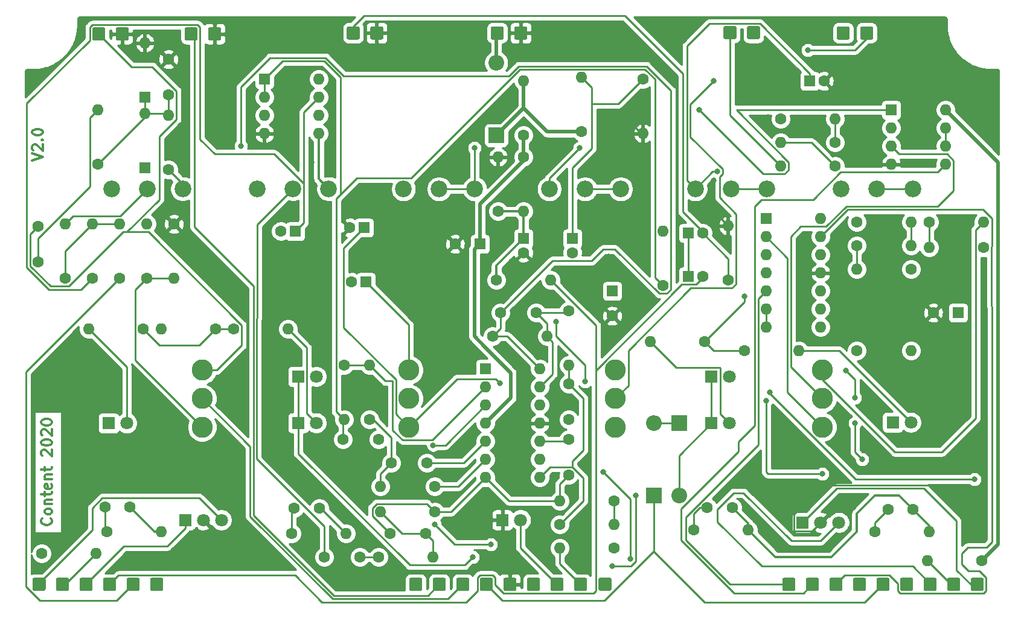
<source format=gbr>
G04 #@! TF.GenerationSoftware,KiCad,Pcbnew,5.1.7*
G04 #@! TF.CreationDate,2020-10-09T10:19:24+01:00*
G04 #@! TF.ProjectId,Phaser,50686173-6572-42e6-9b69-6361645f7063,V2.0*
G04 #@! TF.SameCoordinates,Original*
G04 #@! TF.FileFunction,Copper,L1,Top*
G04 #@! TF.FilePolarity,Positive*
%FSLAX46Y46*%
G04 Gerber Fmt 4.6, Leading zero omitted, Abs format (unit mm)*
G04 Created by KiCad (PCBNEW 5.1.7) date 2020-10-09 10:19:24*
%MOMM*%
%LPD*%
G01*
G04 APERTURE LIST*
G04 #@! TA.AperFunction,NonConductor*
%ADD10C,0.300000*%
G04 #@! TD*
G04 #@! TA.AperFunction,ComponentPad*
%ADD11C,1.600000*%
G04 #@! TD*
G04 #@! TA.AperFunction,ComponentPad*
%ADD12O,1.600000X1.600000*%
G04 #@! TD*
G04 #@! TA.AperFunction,ComponentPad*
%ADD13C,2.963600*%
G04 #@! TD*
G04 #@! TA.AperFunction,ComponentPad*
%ADD14C,2.340000*%
G04 #@! TD*
G04 #@! TA.AperFunction,ComponentPad*
%ADD15R,1.600000X1.600000*%
G04 #@! TD*
G04 #@! TA.AperFunction,ComponentPad*
%ADD16R,2.200000X2.200000*%
G04 #@! TD*
G04 #@! TA.AperFunction,ComponentPad*
%ADD17O,2.200000X2.200000*%
G04 #@! TD*
G04 #@! TA.AperFunction,ComponentPad*
%ADD18R,1.800000X1.800000*%
G04 #@! TD*
G04 #@! TA.AperFunction,ComponentPad*
%ADD19C,1.800000*%
G04 #@! TD*
G04 #@! TA.AperFunction,ViaPad*
%ADD20C,0.800000*%
G04 #@! TD*
G04 #@! TA.AperFunction,Conductor*
%ADD21C,0.250000*%
G04 #@! TD*
G04 #@! TA.AperFunction,Conductor*
%ADD22C,0.500000*%
G04 #@! TD*
G04 #@! TA.AperFunction,Conductor*
%ADD23C,0.350000*%
G04 #@! TD*
G04 #@! TA.AperFunction,Conductor*
%ADD24C,0.254000*%
G04 #@! TD*
G04 #@! TA.AperFunction,Conductor*
%ADD25C,0.152400*%
G04 #@! TD*
G04 APERTURE END LIST*
D10*
X64710571Y-59181714D02*
X66210571Y-58681714D01*
X64710571Y-58181714D01*
X64853428Y-57753142D02*
X64782000Y-57681714D01*
X64710571Y-57538857D01*
X64710571Y-57181714D01*
X64782000Y-57038857D01*
X64853428Y-56967428D01*
X64996285Y-56896000D01*
X65139142Y-56896000D01*
X65353428Y-56967428D01*
X66210571Y-57824571D01*
X66210571Y-56896000D01*
X66067714Y-56253142D02*
X66139142Y-56181714D01*
X66210571Y-56253142D01*
X66139142Y-56324571D01*
X66067714Y-56253142D01*
X66210571Y-56253142D01*
X64710571Y-55253142D02*
X64710571Y-55110285D01*
X64782000Y-54967428D01*
X64853428Y-54896000D01*
X64996285Y-54824571D01*
X65282000Y-54753142D01*
X65639142Y-54753142D01*
X65924857Y-54824571D01*
X66067714Y-54896000D01*
X66139142Y-54967428D01*
X66210571Y-55110285D01*
X66210571Y-55253142D01*
X66139142Y-55396000D01*
X66067714Y-55467428D01*
X65924857Y-55538857D01*
X65639142Y-55610285D01*
X65282000Y-55610285D01*
X64996285Y-55538857D01*
X64853428Y-55467428D01*
X64782000Y-55396000D01*
X64710571Y-55253142D01*
X67337714Y-109370000D02*
X67409142Y-109441428D01*
X67480571Y-109655714D01*
X67480571Y-109798571D01*
X67409142Y-110012857D01*
X67266285Y-110155714D01*
X67123428Y-110227142D01*
X66837714Y-110298571D01*
X66623428Y-110298571D01*
X66337714Y-110227142D01*
X66194857Y-110155714D01*
X66052000Y-110012857D01*
X65980571Y-109798571D01*
X65980571Y-109655714D01*
X66052000Y-109441428D01*
X66123428Y-109370000D01*
X67480571Y-108512857D02*
X67409142Y-108655714D01*
X67337714Y-108727142D01*
X67194857Y-108798571D01*
X66766285Y-108798571D01*
X66623428Y-108727142D01*
X66552000Y-108655714D01*
X66480571Y-108512857D01*
X66480571Y-108298571D01*
X66552000Y-108155714D01*
X66623428Y-108084285D01*
X66766285Y-108012857D01*
X67194857Y-108012857D01*
X67337714Y-108084285D01*
X67409142Y-108155714D01*
X67480571Y-108298571D01*
X67480571Y-108512857D01*
X66480571Y-107370000D02*
X67480571Y-107370000D01*
X66623428Y-107370000D02*
X66552000Y-107298571D01*
X66480571Y-107155714D01*
X66480571Y-106941428D01*
X66552000Y-106798571D01*
X66694857Y-106727142D01*
X67480571Y-106727142D01*
X66480571Y-106227142D02*
X66480571Y-105655714D01*
X65980571Y-106012857D02*
X67266285Y-106012857D01*
X67409142Y-105941428D01*
X67480571Y-105798571D01*
X67480571Y-105655714D01*
X67409142Y-104584285D02*
X67480571Y-104727142D01*
X67480571Y-105012857D01*
X67409142Y-105155714D01*
X67266285Y-105227142D01*
X66694857Y-105227142D01*
X66552000Y-105155714D01*
X66480571Y-105012857D01*
X66480571Y-104727142D01*
X66552000Y-104584285D01*
X66694857Y-104512857D01*
X66837714Y-104512857D01*
X66980571Y-105227142D01*
X66480571Y-103870000D02*
X67480571Y-103870000D01*
X66623428Y-103870000D02*
X66552000Y-103798571D01*
X66480571Y-103655714D01*
X66480571Y-103441428D01*
X66552000Y-103298571D01*
X66694857Y-103227142D01*
X67480571Y-103227142D01*
X66480571Y-102727142D02*
X66480571Y-102155714D01*
X65980571Y-102512857D02*
X67266285Y-102512857D01*
X67409142Y-102441428D01*
X67480571Y-102298571D01*
X67480571Y-102155714D01*
X66123428Y-100584285D02*
X66052000Y-100512857D01*
X65980571Y-100370000D01*
X65980571Y-100012857D01*
X66052000Y-99870000D01*
X66123428Y-99798571D01*
X66266285Y-99727142D01*
X66409142Y-99727142D01*
X66623428Y-99798571D01*
X67480571Y-100655714D01*
X67480571Y-99727142D01*
X65980571Y-98798571D02*
X65980571Y-98655714D01*
X66052000Y-98512857D01*
X66123428Y-98441428D01*
X66266285Y-98370000D01*
X66552000Y-98298571D01*
X66909142Y-98298571D01*
X67194857Y-98370000D01*
X67337714Y-98441428D01*
X67409142Y-98512857D01*
X67480571Y-98655714D01*
X67480571Y-98798571D01*
X67409142Y-98941428D01*
X67337714Y-99012857D01*
X67194857Y-99084285D01*
X66909142Y-99155714D01*
X66552000Y-99155714D01*
X66266285Y-99084285D01*
X66123428Y-99012857D01*
X66052000Y-98941428D01*
X65980571Y-98798571D01*
X66123428Y-97727142D02*
X66052000Y-97655714D01*
X65980571Y-97512857D01*
X65980571Y-97155714D01*
X66052000Y-97012857D01*
X66123428Y-96941428D01*
X66266285Y-96870000D01*
X66409142Y-96870000D01*
X66623428Y-96941428D01*
X67480571Y-97798571D01*
X67480571Y-96870000D01*
X65980571Y-95941428D02*
X65980571Y-95798571D01*
X66052000Y-95655714D01*
X66123428Y-95584285D01*
X66266285Y-95512857D01*
X66552000Y-95441428D01*
X66909142Y-95441428D01*
X67194857Y-95512857D01*
X67337714Y-95584285D01*
X67409142Y-95655714D01*
X67480571Y-95798571D01*
X67480571Y-95941428D01*
X67409142Y-96084285D01*
X67337714Y-96155714D01*
X67194857Y-96227142D01*
X66909142Y-96298571D01*
X66552000Y-96298571D01*
X66266285Y-96227142D01*
X66123428Y-96155714D01*
X66052000Y-96084285D01*
X65980571Y-95941428D01*
D11*
X66040000Y-114300000D03*
D12*
X73660000Y-114300000D03*
D13*
X88532140Y-96557600D03*
X88532140Y-92557600D03*
X88532140Y-88557600D03*
D14*
X75826620Y-63145080D03*
X80826620Y-63145080D03*
X85826620Y-63145080D03*
D11*
X65532000Y-73406000D03*
X65532000Y-68406000D03*
D15*
X127508000Y-70866000D03*
D11*
X124008000Y-70866000D03*
X140462000Y-72104000D03*
D15*
X140462000Y-70104000D03*
D11*
X83820000Y-44958000D03*
X83820000Y-49958000D03*
D15*
X133604000Y-70104000D03*
D11*
X133604000Y-72104000D03*
X158718000Y-69342000D03*
D15*
X156718000Y-69342000D03*
X156718000Y-75438000D03*
D11*
X158718000Y-75438000D03*
X108284000Y-98298000D03*
X113284000Y-98298000D03*
D15*
X146050000Y-77470000D03*
D11*
X146050000Y-80970000D03*
X191064000Y-80518000D03*
D15*
X194564000Y-80518000D03*
X111506000Y-76200000D03*
D11*
X109506000Y-76200000D03*
X109252000Y-68580000D03*
D15*
X111252000Y-68580000D03*
D11*
X115062000Y-101600000D03*
X120062000Y-101600000D03*
X114888000Y-111506000D03*
X119888000Y-111506000D03*
X139954000Y-98298000D03*
X139954000Y-103298000D03*
X175736000Y-48006000D03*
D15*
X173736000Y-48006000D03*
D11*
X139954000Y-90504000D03*
X139954000Y-95504000D03*
X110664000Y-114808000D03*
X105664000Y-114808000D03*
X135382000Y-80518000D03*
X130382000Y-80518000D03*
D15*
X101600000Y-69088000D03*
D11*
X99600000Y-69088000D03*
D16*
X129794000Y-55626000D03*
D17*
X129794000Y-45466000D03*
D12*
X80518000Y-52578000D03*
D15*
X80518000Y-60198000D03*
X80518000Y-50292000D03*
D12*
X80518000Y-42672000D03*
D18*
X159966620Y-89473700D03*
D19*
X162506620Y-89473700D03*
X104551440Y-89476240D03*
D18*
X102011440Y-89476240D03*
D16*
X155448000Y-96012000D03*
D17*
X155448000Y-106172000D03*
X151892000Y-96012000D03*
D16*
X151892000Y-106172000D03*
D18*
X130649100Y-109593380D03*
D19*
X133189100Y-109593380D03*
D18*
X172757660Y-109951180D03*
D19*
X175297660Y-109951180D03*
X177837660Y-109951180D03*
X91234700Y-109590840D03*
X88694700Y-109590840D03*
D18*
X86154700Y-109590840D03*
D19*
X104559100Y-95978980D03*
D18*
X102019100Y-95978980D03*
X75438000Y-96012000D03*
D19*
X77978000Y-96012000D03*
D18*
X185385320Y-95900380D03*
D19*
X187925320Y-95900380D03*
X162506660Y-96014540D03*
D18*
X159966660Y-96014540D03*
G04 #@! TA.AperFunction,ComponentPad*
G36*
G01*
X128996000Y-41950001D02*
X128996000Y-40599999D01*
G75*
G02*
X129245999Y-40350000I249999J0D01*
G01*
X130596001Y-40350000D01*
G75*
G02*
X130846000Y-40599999I0J-249999D01*
G01*
X130846000Y-41950001D01*
G75*
G02*
X130596001Y-42200000I-249999J0D01*
G01*
X129245999Y-42200000D01*
G75*
G02*
X128996000Y-41950001I0J249999D01*
G01*
G37*
G04 #@! TD.AperFunction*
G04 #@! TA.AperFunction,ComponentPad*
G36*
G01*
X73116000Y-42077001D02*
X73116000Y-40726999D01*
G75*
G02*
X73365999Y-40477000I249999J0D01*
G01*
X74716001Y-40477000D01*
G75*
G02*
X74966000Y-40726999I0J-249999D01*
G01*
X74966000Y-42077001D01*
G75*
G02*
X74716001Y-42327000I-249999J0D01*
G01*
X73365999Y-42327000D01*
G75*
G02*
X73116000Y-42077001I0J249999D01*
G01*
G37*
G04 #@! TD.AperFunction*
G04 #@! TA.AperFunction,ComponentPad*
G36*
G01*
X76418000Y-42077001D02*
X76418000Y-40726999D01*
G75*
G02*
X76667999Y-40477000I249999J0D01*
G01*
X78018001Y-40477000D01*
G75*
G02*
X78268000Y-40726999I0J-249999D01*
G01*
X78268000Y-42077001D01*
G75*
G02*
X78018001Y-42327000I-249999J0D01*
G01*
X76667999Y-42327000D01*
G75*
G02*
X76418000Y-42077001I0J249999D01*
G01*
G37*
G04 #@! TD.AperFunction*
G04 #@! TA.AperFunction,ComponentPad*
G36*
G01*
X169890000Y-119293001D02*
X169890000Y-117942999D01*
G75*
G02*
X170139999Y-117693000I249999J0D01*
G01*
X171490001Y-117693000D01*
G75*
G02*
X171740000Y-117942999I0J-249999D01*
G01*
X171740000Y-119293001D01*
G75*
G02*
X171490001Y-119543000I-249999J0D01*
G01*
X170139999Y-119543000D01*
G75*
G02*
X169890000Y-119293001I0J249999D01*
G01*
G37*
G04 #@! TD.AperFunction*
G04 #@! TA.AperFunction,ComponentPad*
G36*
G01*
X180812000Y-41950001D02*
X180812000Y-40599999D01*
G75*
G02*
X181061999Y-40350000I249999J0D01*
G01*
X182412001Y-40350000D01*
G75*
G02*
X182662000Y-40599999I0J-249999D01*
G01*
X182662000Y-41950001D01*
G75*
G02*
X182412001Y-42200000I-249999J0D01*
G01*
X181061999Y-42200000D01*
G75*
G02*
X180812000Y-41950001I0J249999D01*
G01*
G37*
G04 #@! TD.AperFunction*
G04 #@! TA.AperFunction,ComponentPad*
G36*
G01*
X177510000Y-41950001D02*
X177510000Y-40599999D01*
G75*
G02*
X177759999Y-40350000I249999J0D01*
G01*
X179110001Y-40350000D01*
G75*
G02*
X179360000Y-40599999I0J-249999D01*
G01*
X179360000Y-41950001D01*
G75*
G02*
X179110001Y-42200000I-249999J0D01*
G01*
X177759999Y-42200000D01*
G75*
G02*
X177510000Y-41950001I0J249999D01*
G01*
G37*
G04 #@! TD.AperFunction*
G04 #@! TA.AperFunction,ComponentPad*
G36*
G01*
X164937000Y-41900001D02*
X164937000Y-40549999D01*
G75*
G02*
X165186999Y-40300000I249999J0D01*
G01*
X166537001Y-40300000D01*
G75*
G02*
X166787000Y-40549999I0J-249999D01*
G01*
X166787000Y-41900001D01*
G75*
G02*
X166537001Y-42150000I-249999J0D01*
G01*
X165186999Y-42150000D01*
G75*
G02*
X164937000Y-41900001I0J249999D01*
G01*
G37*
G04 #@! TD.AperFunction*
G04 #@! TA.AperFunction,ComponentPad*
G36*
G01*
X161635000Y-41900001D02*
X161635000Y-40549999D01*
G75*
G02*
X161884999Y-40300000I249999J0D01*
G01*
X163235001Y-40300000D01*
G75*
G02*
X163485000Y-40549999I0J-249999D01*
G01*
X163485000Y-41900001D01*
G75*
G02*
X163235001Y-42150000I-249999J0D01*
G01*
X161884999Y-42150000D01*
G75*
G02*
X161635000Y-41900001I0J249999D01*
G01*
G37*
G04 #@! TD.AperFunction*
G04 #@! TA.AperFunction,ComponentPad*
G36*
G01*
X173192000Y-119293001D02*
X173192000Y-117942999D01*
G75*
G02*
X173441999Y-117693000I249999J0D01*
G01*
X174792001Y-117693000D01*
G75*
G02*
X175042000Y-117942999I0J-249999D01*
G01*
X175042000Y-119293001D01*
G75*
G02*
X174792001Y-119543000I-249999J0D01*
G01*
X173441999Y-119543000D01*
G75*
G02*
X173192000Y-119293001I0J249999D01*
G01*
G37*
G04 #@! TD.AperFunction*
G04 #@! TA.AperFunction,ComponentPad*
G36*
G01*
X176494000Y-119293001D02*
X176494000Y-117942999D01*
G75*
G02*
X176743999Y-117693000I249999J0D01*
G01*
X178094001Y-117693000D01*
G75*
G02*
X178344000Y-117942999I0J-249999D01*
G01*
X178344000Y-119293001D01*
G75*
G02*
X178094001Y-119543000I-249999J0D01*
G01*
X176743999Y-119543000D01*
G75*
G02*
X176494000Y-119293001I0J249999D01*
G01*
G37*
G04 #@! TD.AperFunction*
G04 #@! TA.AperFunction,ComponentPad*
G36*
G01*
X137378000Y-119293001D02*
X137378000Y-117942999D01*
G75*
G02*
X137627999Y-117693000I249999J0D01*
G01*
X138978001Y-117693000D01*
G75*
G02*
X139228000Y-117942999I0J-249999D01*
G01*
X139228000Y-119293001D01*
G75*
G02*
X138978001Y-119543000I-249999J0D01*
G01*
X137627999Y-119543000D01*
G75*
G02*
X137378000Y-119293001I0J249999D01*
G01*
G37*
G04 #@! TD.AperFunction*
G04 #@! TA.AperFunction,ComponentPad*
G36*
G01*
X108803000Y-41950001D02*
X108803000Y-40599999D01*
G75*
G02*
X109052999Y-40350000I249999J0D01*
G01*
X110403001Y-40350000D01*
G75*
G02*
X110653000Y-40599999I0J-249999D01*
G01*
X110653000Y-41950001D01*
G75*
G02*
X110403001Y-42200000I-249999J0D01*
G01*
X109052999Y-42200000D01*
G75*
G02*
X108803000Y-41950001I0J249999D01*
G01*
G37*
G04 #@! TD.AperFunction*
G04 #@! TA.AperFunction,ComponentPad*
G36*
G01*
X140680000Y-119293001D02*
X140680000Y-117942999D01*
G75*
G02*
X140929999Y-117693000I249999J0D01*
G01*
X142280001Y-117693000D01*
G75*
G02*
X142530000Y-117942999I0J-249999D01*
G01*
X142530000Y-119293001D01*
G75*
G02*
X142280001Y-119543000I-249999J0D01*
G01*
X140929999Y-119543000D01*
G75*
G02*
X140680000Y-119293001I0J249999D01*
G01*
G37*
G04 #@! TD.AperFunction*
G04 #@! TA.AperFunction,ComponentPad*
G36*
G01*
X144109000Y-119293001D02*
X144109000Y-117942999D01*
G75*
G02*
X144358999Y-117693000I249999J0D01*
G01*
X145709001Y-117693000D01*
G75*
G02*
X145959000Y-117942999I0J-249999D01*
G01*
X145959000Y-119293001D01*
G75*
G02*
X145709001Y-119543000I-249999J0D01*
G01*
X144358999Y-119543000D01*
G75*
G02*
X144109000Y-119293001I0J249999D01*
G01*
G37*
G04 #@! TD.AperFunction*
G04 #@! TA.AperFunction,ComponentPad*
G36*
G01*
X112105000Y-41950001D02*
X112105000Y-40599999D01*
G75*
G02*
X112354999Y-40350000I249999J0D01*
G01*
X113705001Y-40350000D01*
G75*
G02*
X113955000Y-40599999I0J-249999D01*
G01*
X113955000Y-41950001D01*
G75*
G02*
X113705001Y-42200000I-249999J0D01*
G01*
X112354999Y-42200000D01*
G75*
G02*
X112105000Y-41950001I0J249999D01*
G01*
G37*
G04 #@! TD.AperFunction*
G04 #@! TA.AperFunction,ComponentPad*
G36*
G01*
X189702000Y-119293001D02*
X189702000Y-117942999D01*
G75*
G02*
X189951999Y-117693000I249999J0D01*
G01*
X191302001Y-117693000D01*
G75*
G02*
X191552000Y-117942999I0J-249999D01*
G01*
X191552000Y-119293001D01*
G75*
G02*
X191302001Y-119543000I-249999J0D01*
G01*
X189951999Y-119543000D01*
G75*
G02*
X189702000Y-119293001I0J249999D01*
G01*
G37*
G04 #@! TD.AperFunction*
G04 #@! TA.AperFunction,ComponentPad*
G36*
G01*
X193004000Y-119293001D02*
X193004000Y-117942999D01*
G75*
G02*
X193253999Y-117693000I249999J0D01*
G01*
X194604001Y-117693000D01*
G75*
G02*
X194854000Y-117942999I0J-249999D01*
G01*
X194854000Y-119293001D01*
G75*
G02*
X194604001Y-119543000I-249999J0D01*
G01*
X193253999Y-119543000D01*
G75*
G02*
X193004000Y-119293001I0J249999D01*
G01*
G37*
G04 #@! TD.AperFunction*
G04 #@! TA.AperFunction,ComponentPad*
G36*
G01*
X196306000Y-119293001D02*
X196306000Y-117942999D01*
G75*
G02*
X196555999Y-117693000I249999J0D01*
G01*
X197906001Y-117693000D01*
G75*
G02*
X198156000Y-117942999I0J-249999D01*
G01*
X198156000Y-119293001D01*
G75*
G02*
X197906001Y-119543000I-249999J0D01*
G01*
X196555999Y-119543000D01*
G75*
G02*
X196306000Y-119293001I0J249999D01*
G01*
G37*
G04 #@! TD.AperFunction*
G04 #@! TA.AperFunction,ComponentPad*
G36*
G01*
X86070000Y-42077001D02*
X86070000Y-40726999D01*
G75*
G02*
X86319999Y-40477000I249999J0D01*
G01*
X87670001Y-40477000D01*
G75*
G02*
X87920000Y-40726999I0J-249999D01*
G01*
X87920000Y-42077001D01*
G75*
G02*
X87670001Y-42327000I-249999J0D01*
G01*
X86319999Y-42327000D01*
G75*
G02*
X86070000Y-42077001I0J249999D01*
G01*
G37*
G04 #@! TD.AperFunction*
G04 #@! TA.AperFunction,ComponentPad*
G36*
G01*
X89372000Y-42077001D02*
X89372000Y-40726999D01*
G75*
G02*
X89621999Y-40477000I249999J0D01*
G01*
X90972001Y-40477000D01*
G75*
G02*
X91222000Y-40726999I0J-249999D01*
G01*
X91222000Y-42077001D01*
G75*
G02*
X90972001Y-42327000I-249999J0D01*
G01*
X89621999Y-42327000D01*
G75*
G02*
X89372000Y-42077001I0J249999D01*
G01*
G37*
G04 #@! TD.AperFunction*
G04 #@! TA.AperFunction,ComponentPad*
G36*
G01*
X132298000Y-41950001D02*
X132298000Y-40599999D01*
G75*
G02*
X132547999Y-40350000I249999J0D01*
G01*
X133898001Y-40350000D01*
G75*
G02*
X134148000Y-40599999I0J-249999D01*
G01*
X134148000Y-41950001D01*
G75*
G02*
X133898001Y-42200000I-249999J0D01*
G01*
X132547999Y-42200000D01*
G75*
G02*
X132298000Y-41950001I0J249999D01*
G01*
G37*
G04 #@! TD.AperFunction*
G04 #@! TA.AperFunction,ComponentPad*
G36*
G01*
X64746700Y-119293001D02*
X64746700Y-117942999D01*
G75*
G02*
X64996699Y-117693000I249999J0D01*
G01*
X66346701Y-117693000D01*
G75*
G02*
X66596700Y-117942999I0J-249999D01*
G01*
X66596700Y-119293001D01*
G75*
G02*
X66346701Y-119543000I-249999J0D01*
G01*
X64996699Y-119543000D01*
G75*
G02*
X64746700Y-119293001I0J249999D01*
G01*
G37*
G04 #@! TD.AperFunction*
G04 #@! TA.AperFunction,ComponentPad*
G36*
G01*
X68036000Y-119293001D02*
X68036000Y-117942999D01*
G75*
G02*
X68285999Y-117693000I249999J0D01*
G01*
X69636001Y-117693000D01*
G75*
G02*
X69886000Y-117942999I0J-249999D01*
G01*
X69886000Y-119293001D01*
G75*
G02*
X69636001Y-119543000I-249999J0D01*
G01*
X68285999Y-119543000D01*
G75*
G02*
X68036000Y-119293001I0J249999D01*
G01*
G37*
G04 #@! TD.AperFunction*
G04 #@! TA.AperFunction,ComponentPad*
G36*
G01*
X71338000Y-119293001D02*
X71338000Y-117942999D01*
G75*
G02*
X71587999Y-117693000I249999J0D01*
G01*
X72938001Y-117693000D01*
G75*
G02*
X73188000Y-117942999I0J-249999D01*
G01*
X73188000Y-119293001D01*
G75*
G02*
X72938001Y-119543000I-249999J0D01*
G01*
X71587999Y-119543000D01*
G75*
G02*
X71338000Y-119293001I0J249999D01*
G01*
G37*
G04 #@! TD.AperFunction*
G04 #@! TA.AperFunction,ComponentPad*
G36*
G01*
X74640000Y-119293001D02*
X74640000Y-117942999D01*
G75*
G02*
X74889999Y-117693000I249999J0D01*
G01*
X76240001Y-117693000D01*
G75*
G02*
X76490000Y-117942999I0J-249999D01*
G01*
X76490000Y-119293001D01*
G75*
G02*
X76240001Y-119543000I-249999J0D01*
G01*
X74889999Y-119543000D01*
G75*
G02*
X74640000Y-119293001I0J249999D01*
G01*
G37*
G04 #@! TD.AperFunction*
G04 #@! TA.AperFunction,ComponentPad*
G36*
G01*
X77942000Y-119293001D02*
X77942000Y-117942999D01*
G75*
G02*
X78191999Y-117693000I249999J0D01*
G01*
X79542001Y-117693000D01*
G75*
G02*
X79792000Y-117942999I0J-249999D01*
G01*
X79792000Y-119293001D01*
G75*
G02*
X79542001Y-119543000I-249999J0D01*
G01*
X78191999Y-119543000D01*
G75*
G02*
X77942000Y-119293001I0J249999D01*
G01*
G37*
G04 #@! TD.AperFunction*
G04 #@! TA.AperFunction,ComponentPad*
G36*
G01*
X81244000Y-119293001D02*
X81244000Y-117942999D01*
G75*
G02*
X81493999Y-117693000I249999J0D01*
G01*
X82844001Y-117693000D01*
G75*
G02*
X83094000Y-117942999I0J-249999D01*
G01*
X83094000Y-119293001D01*
G75*
G02*
X82844001Y-119543000I-249999J0D01*
G01*
X81493999Y-119543000D01*
G75*
G02*
X81244000Y-119293001I0J249999D01*
G01*
G37*
G04 #@! TD.AperFunction*
G04 #@! TA.AperFunction,ComponentPad*
G36*
G01*
X186400000Y-119293001D02*
X186400000Y-117942999D01*
G75*
G02*
X186649999Y-117693000I249999J0D01*
G01*
X188000001Y-117693000D01*
G75*
G02*
X188250000Y-117942999I0J-249999D01*
G01*
X188250000Y-119293001D01*
G75*
G02*
X188000001Y-119543000I-249999J0D01*
G01*
X186649999Y-119543000D01*
G75*
G02*
X186400000Y-119293001I0J249999D01*
G01*
G37*
G04 #@! TD.AperFunction*
G04 #@! TA.AperFunction,ComponentPad*
G36*
G01*
X183098000Y-119293001D02*
X183098000Y-117942999D01*
G75*
G02*
X183347999Y-117693000I249999J0D01*
G01*
X184698001Y-117693000D01*
G75*
G02*
X184948000Y-117942999I0J-249999D01*
G01*
X184948000Y-119293001D01*
G75*
G02*
X184698001Y-119543000I-249999J0D01*
G01*
X183347999Y-119543000D01*
G75*
G02*
X183098000Y-119293001I0J249999D01*
G01*
G37*
G04 #@! TD.AperFunction*
G04 #@! TA.AperFunction,ComponentPad*
G36*
G01*
X179796000Y-119293001D02*
X179796000Y-117942999D01*
G75*
G02*
X180045999Y-117693000I249999J0D01*
G01*
X181396001Y-117693000D01*
G75*
G02*
X181646000Y-117942999I0J-249999D01*
G01*
X181646000Y-119293001D01*
G75*
G02*
X181396001Y-119543000I-249999J0D01*
G01*
X180045999Y-119543000D01*
G75*
G02*
X179796000Y-119293001I0J249999D01*
G01*
G37*
G04 #@! TD.AperFunction*
G04 #@! TA.AperFunction,ComponentPad*
G36*
G01*
X127472000Y-119293001D02*
X127472000Y-117942999D01*
G75*
G02*
X127721999Y-117693000I249999J0D01*
G01*
X129072001Y-117693000D01*
G75*
G02*
X129322000Y-117942999I0J-249999D01*
G01*
X129322000Y-119293001D01*
G75*
G02*
X129072001Y-119543000I-249999J0D01*
G01*
X127721999Y-119543000D01*
G75*
G02*
X127472000Y-119293001I0J249999D01*
G01*
G37*
G04 #@! TD.AperFunction*
G04 #@! TA.AperFunction,ComponentPad*
G36*
G01*
X130774000Y-119293001D02*
X130774000Y-117942999D01*
G75*
G02*
X131023999Y-117693000I249999J0D01*
G01*
X132374001Y-117693000D01*
G75*
G02*
X132624000Y-117942999I0J-249999D01*
G01*
X132624000Y-119293001D01*
G75*
G02*
X132374001Y-119543000I-249999J0D01*
G01*
X131023999Y-119543000D01*
G75*
G02*
X130774000Y-119293001I0J249999D01*
G01*
G37*
G04 #@! TD.AperFunction*
G04 #@! TA.AperFunction,ComponentPad*
G36*
G01*
X134076000Y-119293001D02*
X134076000Y-117942999D01*
G75*
G02*
X134325999Y-117693000I249999J0D01*
G01*
X135676001Y-117693000D01*
G75*
G02*
X135926000Y-117942999I0J-249999D01*
G01*
X135926000Y-119293001D01*
G75*
G02*
X135676001Y-119543000I-249999J0D01*
G01*
X134325999Y-119543000D01*
G75*
G02*
X134076000Y-119293001I0J249999D01*
G01*
G37*
G04 #@! TD.AperFunction*
G04 #@! TA.AperFunction,ComponentPad*
G36*
G01*
X117566000Y-119293001D02*
X117566000Y-117942999D01*
G75*
G02*
X117815999Y-117693000I249999J0D01*
G01*
X119166001Y-117693000D01*
G75*
G02*
X119416000Y-117942999I0J-249999D01*
G01*
X119416000Y-119293001D01*
G75*
G02*
X119166001Y-119543000I-249999J0D01*
G01*
X117815999Y-119543000D01*
G75*
G02*
X117566000Y-119293001I0J249999D01*
G01*
G37*
G04 #@! TD.AperFunction*
G04 #@! TA.AperFunction,ComponentPad*
G36*
G01*
X120868000Y-119293001D02*
X120868000Y-117942999D01*
G75*
G02*
X121117999Y-117693000I249999J0D01*
G01*
X122468001Y-117693000D01*
G75*
G02*
X122718000Y-117942999I0J-249999D01*
G01*
X122718000Y-119293001D01*
G75*
G02*
X122468001Y-119543000I-249999J0D01*
G01*
X121117999Y-119543000D01*
G75*
G02*
X120868000Y-119293001I0J249999D01*
G01*
G37*
G04 #@! TD.AperFunction*
G04 #@! TA.AperFunction,ComponentPad*
G36*
G01*
X124170000Y-119293001D02*
X124170000Y-117942999D01*
G75*
G02*
X124419999Y-117693000I249999J0D01*
G01*
X125770001Y-117693000D01*
G75*
G02*
X126020000Y-117942999I0J-249999D01*
G01*
X126020000Y-119293001D01*
G75*
G02*
X125770001Y-119543000I-249999J0D01*
G01*
X124419999Y-119543000D01*
G75*
G02*
X124170000Y-119293001I0J249999D01*
G01*
G37*
G04 #@! TD.AperFunction*
D11*
X133604000Y-55626000D03*
D12*
X133604000Y-48006000D03*
D11*
X73914000Y-59690000D03*
D12*
X73914000Y-52070000D03*
D11*
X133604000Y-58674000D03*
D12*
X133604000Y-66294000D03*
D11*
X130048000Y-66294000D03*
D12*
X130048000Y-58674000D03*
X141732000Y-47498000D03*
D11*
X141732000Y-55118000D03*
X150368000Y-47752000D03*
D12*
X150368000Y-55372000D03*
X83820000Y-52832000D03*
D11*
X83820000Y-60452000D03*
D12*
X162306000Y-68326000D03*
D11*
X162306000Y-75946000D03*
D12*
X153162000Y-69088000D03*
D11*
X153162000Y-76708000D03*
X108458000Y-87884000D03*
D12*
X108458000Y-95504000D03*
D11*
X129794000Y-75946000D03*
D12*
X137414000Y-75946000D03*
X108712000Y-111506000D03*
D11*
X101092000Y-111506000D03*
D12*
X112014000Y-87884000D03*
D11*
X112014000Y-95504000D03*
D12*
X113538000Y-104902000D03*
D11*
X121158000Y-104902000D03*
X180340000Y-67818000D03*
D12*
X187960000Y-67818000D03*
D11*
X75184000Y-111252000D03*
D12*
X82804000Y-111252000D03*
D11*
X190500000Y-67818000D03*
D12*
X198120000Y-67818000D03*
X187960000Y-71120000D03*
D11*
X180340000Y-71120000D03*
X113284000Y-114808000D03*
D12*
X120904000Y-114808000D03*
X113538000Y-108458000D03*
D11*
X121158000Y-108458000D03*
D12*
X190500000Y-71374000D03*
D11*
X198120000Y-71374000D03*
D12*
X180340000Y-74422000D03*
D11*
X187960000Y-74422000D03*
D12*
X138684000Y-106934000D03*
D11*
X146304000Y-106934000D03*
X182880000Y-111252000D03*
D12*
X190500000Y-111252000D03*
D11*
X169672000Y-53340000D03*
D12*
X177292000Y-53340000D03*
D11*
X138684000Y-110236000D03*
D12*
X146304000Y-110236000D03*
D11*
X92964000Y-82804000D03*
D12*
X100584000Y-82804000D03*
X169672000Y-56642000D03*
D11*
X177292000Y-56642000D03*
D12*
X82804000Y-82804000D03*
D11*
X90424000Y-82804000D03*
D12*
X139954000Y-87884000D03*
D11*
X139954000Y-80264000D03*
X80264000Y-82804000D03*
D12*
X72644000Y-82804000D03*
D11*
X177292000Y-59944000D03*
D12*
X169672000Y-59944000D03*
X165100000Y-110998000D03*
D11*
X157480000Y-110998000D03*
D12*
X172212000Y-85852000D03*
D11*
X164592000Y-85852000D03*
X180340000Y-85852000D03*
D12*
X187960000Y-85852000D03*
D11*
X69342000Y-75692000D03*
D12*
X69342000Y-68072000D03*
X151384000Y-84582000D03*
D11*
X159004000Y-84582000D03*
D12*
X76962000Y-68072000D03*
D11*
X76962000Y-75692000D03*
X73152000Y-75692000D03*
D12*
X73152000Y-68072000D03*
X138684000Y-113538000D03*
D11*
X146304000Y-113538000D03*
D12*
X190246000Y-115316000D03*
D11*
X197866000Y-115316000D03*
D12*
X80772000Y-68072000D03*
D11*
X80772000Y-75692000D03*
X84582000Y-68072000D03*
D12*
X84582000Y-75692000D03*
D11*
X129286000Y-83820000D03*
D12*
X136906000Y-83820000D03*
D11*
X101473000Y-107950000D03*
X104973000Y-107950000D03*
X78430000Y-107777280D03*
X74930000Y-107777280D03*
X184730000Y-108100000D03*
X188230000Y-108100000D03*
X162885000Y-107861100D03*
X159385000Y-107861100D03*
D14*
X188173080Y-63157360D03*
X183173080Y-63157360D03*
X178173080Y-63157360D03*
X157698200Y-63154820D03*
X162698200Y-63154820D03*
X167698200Y-63154820D03*
X116768760Y-63149740D03*
X121768760Y-63149740D03*
X126768760Y-63149740D03*
X106296420Y-63144660D03*
X101296420Y-63144660D03*
X96296420Y-63144660D03*
X147236020Y-63154820D03*
X142236020Y-63154820D03*
X137236020Y-63154820D03*
D13*
X146502560Y-96552520D03*
X146502560Y-92552520D03*
X146502560Y-88552520D03*
X117526240Y-88557600D03*
X117526240Y-92557600D03*
X117526240Y-96557600D03*
X175514000Y-96557600D03*
X175514000Y-92557600D03*
X175514000Y-88557600D03*
D12*
X135890000Y-88392000D03*
X128270000Y-103632000D03*
X135890000Y-90932000D03*
X128270000Y-101092000D03*
X135890000Y-93472000D03*
X128270000Y-98552000D03*
X135890000Y-96012000D03*
X128270000Y-96012000D03*
X135890000Y-98552000D03*
X128270000Y-93472000D03*
X135890000Y-101092000D03*
X128270000Y-90932000D03*
X135890000Y-103632000D03*
D15*
X128270000Y-88392000D03*
X167640000Y-67310000D03*
D12*
X175260000Y-82550000D03*
X167640000Y-69850000D03*
X175260000Y-80010000D03*
X167640000Y-72390000D03*
X175260000Y-77470000D03*
X167640000Y-74930000D03*
X175260000Y-74930000D03*
X167640000Y-77470000D03*
X175260000Y-72390000D03*
X167640000Y-80010000D03*
X175260000Y-69850000D03*
X167640000Y-82550000D03*
X175260000Y-67310000D03*
X104902000Y-47752000D03*
X97282000Y-55372000D03*
X104902000Y-50292000D03*
X97282000Y-52832000D03*
X104902000Y-52832000D03*
X97282000Y-50292000D03*
X104902000Y-55372000D03*
D15*
X97282000Y-47752000D03*
X185166000Y-52070000D03*
D12*
X192786000Y-59690000D03*
X185166000Y-54610000D03*
X192786000Y-57150000D03*
X185166000Y-57150000D03*
X192786000Y-54610000D03*
X185166000Y-59690000D03*
X192786000Y-52070000D03*
D20*
X103886000Y-59436000D03*
X108458000Y-43688000D03*
X172212000Y-50546000D03*
X167894000Y-53086000D03*
X129540000Y-78486000D03*
X134874000Y-83058000D03*
X131826000Y-81788000D03*
X123698000Y-81788000D03*
X198120000Y-75692000D03*
X194056000Y-75692000D03*
X132842000Y-88138000D03*
X145542000Y-72644000D03*
X143764000Y-76454000D03*
X160274000Y-61976000D03*
X147574000Y-52832000D03*
X120941999Y-99097999D03*
X196850000Y-103886000D03*
X168148000Y-91694000D03*
X160274000Y-48006000D03*
X173482000Y-43688000D03*
X130302000Y-90424000D03*
X138176000Y-81788000D03*
X142240000Y-90170000D03*
X148590000Y-115062000D03*
X144780000Y-102870000D03*
X160782000Y-60706000D03*
X93980000Y-57150000D03*
X126492000Y-114808000D03*
X121158000Y-110236000D03*
X129032000Y-113030000D03*
X149352000Y-106172000D03*
X146050000Y-116078000D03*
X158242000Y-52070000D03*
X126746000Y-57404000D03*
X141478000Y-57404000D03*
X164592000Y-78232000D03*
X167640000Y-92830000D03*
X175514000Y-103124000D03*
X181102000Y-101092000D03*
X180086000Y-96012000D03*
X180086000Y-92456000D03*
X178816000Y-88646000D03*
D21*
X72788999Y-62814003D02*
X72788999Y-53195001D01*
X72788999Y-53195001D02*
X73914000Y-52070000D01*
X65532000Y-70071002D02*
X72788999Y-62814003D01*
X65532000Y-73406000D02*
X65532000Y-70071002D01*
X73914000Y-41529000D02*
X74041000Y-41402000D01*
X64406999Y-73946001D02*
X64406999Y-69531001D01*
X67277999Y-76817001D02*
X64406999Y-73946001D01*
X64406999Y-69531001D02*
X65532000Y-68406000D01*
X69882001Y-76817001D02*
X67277999Y-76817001D01*
X77502001Y-69197001D02*
X69882001Y-76817001D01*
X81022003Y-69197001D02*
X77502001Y-69197001D01*
X94089001Y-82263999D02*
X81022003Y-69197001D01*
X94089001Y-85096320D02*
X94089001Y-82263999D01*
X90627721Y-88557600D02*
X94089001Y-85096320D01*
X88532140Y-88557600D02*
X90627721Y-88557600D01*
X78659776Y-46020776D02*
X74041000Y-41402000D01*
X81547778Y-46020776D02*
X78659776Y-46020776D01*
X84945001Y-49417999D02*
X81547778Y-46020776D01*
X84945001Y-53372001D02*
X84945001Y-49417999D01*
X82544999Y-55772003D02*
X84945001Y-53372001D01*
X82544999Y-64633999D02*
X82544999Y-55772003D01*
X77981997Y-69197001D02*
X82544999Y-64633999D01*
X77502001Y-69197001D02*
X77981997Y-69197001D01*
D22*
X133604000Y-59156102D02*
X133604000Y-58674000D01*
X127508000Y-65252102D02*
X133604000Y-59156102D01*
X127508000Y-70866000D02*
X127508000Y-65252102D01*
X133604000Y-58674000D02*
X133604000Y-55626000D01*
X126719999Y-71654001D02*
X127508000Y-70866000D01*
X128198003Y-85370001D02*
X131826000Y-88997998D01*
X131826000Y-92456000D02*
X128270000Y-96012000D01*
X131826000Y-88997998D02*
X131826000Y-92456000D01*
X126719999Y-83846001D02*
X126719999Y-71654001D01*
X128198003Y-85324005D02*
X126719999Y-83846001D01*
X128198003Y-85370001D02*
X128198003Y-85324005D01*
D21*
X134874000Y-83058000D02*
X133604000Y-81788000D01*
X133604000Y-81788000D02*
X131826000Y-81788000D01*
X175617848Y-104705990D02*
X194875990Y-104705990D01*
X175297660Y-109951180D02*
X174072659Y-111176181D01*
X171532659Y-111111181D02*
X171532659Y-108791179D01*
X171532659Y-108791179D02*
X175617848Y-104705990D01*
X174072659Y-111176181D02*
X171597659Y-111176181D01*
X171597659Y-111176181D02*
X171532659Y-111111181D01*
X194875990Y-104705990D02*
X196342000Y-106172000D01*
X196342000Y-106172000D02*
X197612000Y-106172000D01*
X197612000Y-106172000D02*
X198374000Y-105410000D01*
X198374000Y-105410000D02*
X198374000Y-75946000D01*
X198374000Y-75946000D02*
X198120000Y-75692000D01*
X194056000Y-77526000D02*
X191064000Y-80518000D01*
X194056000Y-75692000D02*
X194056000Y-77526000D01*
X146050000Y-80970000D02*
X149098000Y-77922000D01*
X149098000Y-77922000D02*
X149098000Y-76200000D01*
X149098000Y-76200000D02*
X145542000Y-72644000D01*
X143764000Y-74422000D02*
X145542000Y-72644000D01*
X143764000Y-76454000D02*
X143764000Y-74422000D01*
X162306000Y-68326000D02*
X159766000Y-65786000D01*
X159766000Y-65786000D02*
X159766000Y-62484000D01*
X159766000Y-62484000D02*
X160274000Y-61976000D01*
X150114000Y-55372000D02*
X150368000Y-55372000D01*
X147574000Y-52832000D02*
X150114000Y-55372000D01*
X140462000Y-70104000D02*
X140462000Y-60198000D01*
X143157001Y-48923001D02*
X141732000Y-47498000D01*
X140462000Y-60198000D02*
X143157001Y-57502999D01*
X143157001Y-51209001D02*
X146910999Y-51209001D01*
X146910999Y-51209001D02*
X150368000Y-47752000D01*
X143157001Y-51209001D02*
X143157001Y-48923001D01*
X143157001Y-57502999D02*
X143157001Y-51209001D01*
X80518000Y-53086000D02*
X80518000Y-52578000D01*
X73914000Y-59690000D02*
X80518000Y-53086000D01*
X80518000Y-50292000D02*
X80518000Y-52578000D01*
X83566000Y-52578000D02*
X83820000Y-52832000D01*
X80518000Y-52578000D02*
X83566000Y-52578000D01*
X83820000Y-49958000D02*
X83820000Y-52832000D01*
D23*
X85826620Y-62458620D02*
X85826620Y-63145080D01*
X83820000Y-60452000D02*
X85826620Y-62458620D01*
X104902000Y-61750240D02*
X106296420Y-63144660D01*
X104902000Y-55372000D02*
X104902000Y-61750240D01*
X105156000Y-107950000D02*
X104973000Y-107950000D01*
X108712000Y-111506000D02*
X105156000Y-107950000D01*
X81904720Y-111252000D02*
X82804000Y-111252000D01*
X78430000Y-107777280D02*
X81904720Y-111252000D01*
X190500000Y-110370000D02*
X190500000Y-111252000D01*
X188230000Y-108100000D02*
X190500000Y-110370000D01*
X165100000Y-110076100D02*
X165100000Y-110998000D01*
X162885000Y-107861100D02*
X165100000Y-110076100D01*
X133604000Y-70104000D02*
X133604000Y-66294000D01*
X133604000Y-66294000D02*
X130048000Y-66294000D01*
X129794000Y-73914000D02*
X133604000Y-70104000D01*
X129794000Y-75946000D02*
X129794000Y-73914000D01*
X168910000Y-114808000D02*
X165100000Y-110998000D01*
X176784000Y-114808000D02*
X168910000Y-114808000D01*
X188230000Y-108100000D02*
X186302000Y-106172000D01*
X186302000Y-106172000D02*
X182880000Y-106172000D01*
X182880000Y-106172000D02*
X180340000Y-108712000D01*
X180340000Y-108712000D02*
X180340000Y-111252000D01*
X180340000Y-111252000D02*
X176784000Y-114808000D01*
D21*
X162306000Y-72930000D02*
X158718000Y-69342000D01*
X162306000Y-75946000D02*
X162306000Y-72930000D01*
X109728000Y-40350000D02*
X109728000Y-41275000D01*
X111216000Y-38862000D02*
X109728000Y-40350000D01*
X155956000Y-46990000D02*
X147828000Y-38862000D01*
X158718000Y-69342000D02*
X158718000Y-69156998D01*
X147828000Y-38862000D02*
X111216000Y-38862000D01*
X158718000Y-69156998D02*
X155956000Y-66394998D01*
X155956000Y-66394998D02*
X155956000Y-46990000D01*
X156718000Y-75438000D02*
X156718000Y-69342000D01*
X157778001Y-76563001D02*
X158718000Y-75623002D01*
X143783990Y-88597024D02*
X155818013Y-76563001D01*
X143783990Y-119531180D02*
X143783990Y-88597024D01*
X129647010Y-117704820D02*
X129647010Y-118729200D01*
X155818013Y-76563001D02*
X157778001Y-76563001D01*
X143447160Y-119868010D02*
X143783990Y-119531180D01*
X129310180Y-117367990D02*
X129647010Y-117704820D01*
X127483820Y-117367990D02*
X129310180Y-117367990D01*
X127146990Y-117704820D02*
X127483820Y-117367990D01*
X130785820Y-119868010D02*
X143447160Y-119868010D01*
X127146990Y-119531180D02*
X127146990Y-117704820D01*
X125572651Y-121105519D02*
X127146990Y-119531180D01*
X158718000Y-75623002D02*
X158718000Y-75438000D01*
X105357519Y-121105519D02*
X125572651Y-121105519D01*
X101619990Y-117367990D02*
X105357519Y-121105519D01*
X129647010Y-118729200D02*
X130785820Y-119868010D01*
X76815010Y-117367990D02*
X101619990Y-117367990D01*
X75565000Y-118618000D02*
X76815010Y-117367990D01*
X143783990Y-82315990D02*
X143783990Y-88597024D01*
X137414000Y-75946000D02*
X143783990Y-82315990D01*
X97282000Y-47752000D02*
X97282000Y-50292000D01*
X108284000Y-95678000D02*
X108458000Y-95504000D01*
X108284000Y-98298000D02*
X108284000Y-95678000D01*
X107941421Y-63934261D02*
X107941421Y-47489421D01*
X107332999Y-64542683D02*
X107941421Y-63934261D01*
X108458000Y-95504000D02*
X107332999Y-94378999D01*
X107332999Y-94378999D02*
X107332999Y-64542683D01*
X107941421Y-47489421D02*
X105664000Y-45212000D01*
X99822000Y-45212000D02*
X97282000Y-47752000D01*
X105664000Y-45212000D02*
X99822000Y-45212000D01*
X152036999Y-75582999D02*
X153162000Y-76708000D01*
X152036999Y-47755997D02*
X152036999Y-75582999D01*
X133127999Y-46372999D02*
X150654001Y-46372999D01*
X117846259Y-61654739D02*
X133127999Y-46372999D01*
X110220943Y-61654739D02*
X117846259Y-61654739D01*
X150654001Y-46372999D02*
X152036999Y-47755997D01*
X107941421Y-63934261D02*
X110220943Y-61654739D01*
X101092000Y-108331000D02*
X101473000Y-107950000D01*
X101092000Y-111506000D02*
X101092000Y-108331000D01*
X122644001Y-99097999D02*
X128270000Y-93472000D01*
X120941999Y-99097999D02*
X122644001Y-99097999D01*
D22*
X133604000Y-51816000D02*
X129794000Y-55626000D01*
X133604000Y-48006000D02*
X133604000Y-51816000D01*
X200160225Y-59444225D02*
X192786000Y-52070000D01*
X197866000Y-115316000D02*
X200160225Y-113021775D01*
X200160225Y-113021775D02*
X200160225Y-59444225D01*
X136906000Y-55118000D02*
X133604000Y-51816000D01*
X141732000Y-55118000D02*
X136906000Y-55118000D01*
D21*
X117526240Y-82220240D02*
X111506000Y-76200000D01*
X117526240Y-88557600D02*
X117526240Y-82220240D01*
X168148000Y-91865666D02*
X168148000Y-91694000D01*
X196850000Y-103886000D02*
X180168334Y-103886000D01*
X180168334Y-103886000D02*
X168148000Y-91865666D01*
X183173080Y-63157360D02*
X188173080Y-63157360D01*
X115719439Y-94750799D02*
X117526240Y-96557600D01*
X115719439Y-89924437D02*
X115719439Y-94750799D01*
X108380999Y-82585997D02*
X115719439Y-89924437D01*
X108380999Y-71451001D02*
X108380999Y-82585997D01*
X111252000Y-68580000D02*
X108380999Y-71451001D01*
X156978211Y-55829209D02*
X156978211Y-51301789D01*
X163431001Y-76486001D02*
X163431001Y-66675019D01*
X163431001Y-66675019D02*
X161130001Y-64374019D01*
X161130001Y-61431001D02*
X161507001Y-61054001D01*
X156978211Y-51301789D02*
X160274000Y-48006000D01*
X161507001Y-61054001D02*
X161507001Y-60357999D01*
X146502560Y-92552520D02*
X148309361Y-90745719D01*
X162846001Y-77071001D02*
X163431001Y-76486001D01*
X157044543Y-77071001D02*
X162846001Y-77071001D01*
X148309361Y-85806183D02*
X157044543Y-77071001D01*
X148309361Y-90745719D02*
X148309361Y-85806183D01*
X161130001Y-64374019D02*
X161130001Y-61431001D01*
X161507001Y-60357999D02*
X156978211Y-55829209D01*
X173482000Y-43688000D02*
X180086000Y-43688000D01*
X181737000Y-42037000D02*
X181737000Y-41275000D01*
X180086000Y-43688000D02*
X181737000Y-42037000D01*
X129684999Y-89806999D02*
X130302000Y-90424000D01*
X117526240Y-96557600D02*
X124276841Y-89806999D01*
X124276841Y-89806999D02*
X129684999Y-89806999D01*
X138176000Y-81788000D02*
X138176000Y-83820000D01*
X138176000Y-83820000D02*
X142240000Y-87884000D01*
X142240000Y-87884000D02*
X142240000Y-90170000D01*
X113538000Y-103124000D02*
X115062000Y-101600000D01*
X113538000Y-104902000D02*
X113538000Y-103124000D01*
X115062000Y-101600000D02*
X115062000Y-98044000D01*
X112522000Y-95504000D02*
X112014000Y-95504000D01*
X115062000Y-98044000D02*
X112522000Y-95504000D01*
X74930000Y-110998000D02*
X75184000Y-111252000D01*
X74930000Y-107777280D02*
X74930000Y-110998000D01*
X125222000Y-101600000D02*
X128270000Y-98552000D01*
X120062000Y-101600000D02*
X125222000Y-101600000D01*
X123444000Y-108458000D02*
X128270000Y-103632000D01*
X121158000Y-108458000D02*
X123444000Y-108458000D01*
X112997999Y-107332999D02*
X120032999Y-107332999D01*
X112412999Y-109030999D02*
X112412999Y-107917999D01*
X120032999Y-107332999D02*
X121158000Y-108458000D01*
X112412999Y-107917999D02*
X112997999Y-107332999D01*
X114888000Y-111506000D02*
X112412999Y-109030999D01*
X131572000Y-106934000D02*
X128270000Y-103632000D01*
X138684000Y-106934000D02*
X131572000Y-106934000D01*
X138684000Y-104568000D02*
X139954000Y-103298000D01*
X138684000Y-106934000D02*
X138684000Y-104568000D01*
X124460000Y-104902000D02*
X128270000Y-101092000D01*
X121158000Y-104902000D02*
X124460000Y-104902000D01*
X120904000Y-112522000D02*
X119888000Y-111506000D01*
X120904000Y-114808000D02*
X120904000Y-112522000D01*
X116586000Y-111506000D02*
X113538000Y-108458000D01*
X119888000Y-111506000D02*
X116586000Y-111506000D01*
X182880000Y-109950000D02*
X184730000Y-108100000D01*
X182880000Y-111252000D02*
X182880000Y-109950000D01*
X139700000Y-98552000D02*
X139954000Y-98298000D01*
X135890000Y-98552000D02*
X139700000Y-98552000D01*
X148590000Y-115062000D02*
X148590000Y-106680000D01*
X148590000Y-106680000D02*
X144780000Y-102870000D01*
X198144180Y-119868010D02*
X198481010Y-119531180D01*
X178669010Y-117367990D02*
X184936180Y-117367990D01*
X198481010Y-119531180D02*
X198481010Y-117704820D01*
X177419000Y-118618000D02*
X178669010Y-117367990D01*
X197517191Y-116741001D02*
X195989001Y-116741001D01*
X186074990Y-118506800D02*
X186074990Y-119531180D01*
X198481010Y-117704820D02*
X197517191Y-116741001D01*
X186411820Y-119868010D02*
X198144180Y-119868010D01*
X186074990Y-119531180D02*
X186411820Y-119868010D01*
X184936180Y-117367990D02*
X186074990Y-118506800D01*
X195989001Y-116741001D02*
X195072000Y-115824000D01*
X195072000Y-115824000D02*
X195072000Y-114300000D01*
X195072000Y-114300000D02*
X195944725Y-113427275D01*
X195944725Y-113427275D02*
X198517275Y-113427275D01*
X198517275Y-113427275D02*
X199285215Y-112659335D01*
X199285215Y-112659335D02*
X199285215Y-79651215D01*
X199245001Y-71264999D02*
X199285215Y-71224785D01*
X199285215Y-79651215D02*
X199245001Y-79611001D01*
X199245001Y-79611001D02*
X199245001Y-71264999D01*
X199285215Y-67318213D02*
X198007002Y-66040000D01*
X199285215Y-71224785D02*
X199285215Y-67318213D01*
X179070000Y-66040000D02*
X175260000Y-69850000D01*
X198007002Y-66040000D02*
X179070000Y-66040000D01*
X173736000Y-46935810D02*
X173736000Y-48006000D01*
X166775180Y-39974990D02*
X173736000Y-46935810D01*
X156528201Y-43115799D02*
X159669010Y-39974990D01*
X156528201Y-61984821D02*
X156528201Y-43115799D01*
X159669010Y-39974990D02*
X166775180Y-39974990D01*
X157698200Y-63154820D02*
X156528201Y-61984821D01*
X160147020Y-60706000D02*
X157698200Y-63154820D01*
X160782000Y-60706000D02*
X160147020Y-60706000D01*
X138684000Y-110236000D02*
X141986000Y-106934000D01*
X140494001Y-102172999D02*
X137349001Y-102172999D01*
X141986000Y-103664998D02*
X140494001Y-102172999D01*
X137349001Y-102172999D02*
X135890000Y-103632000D01*
X141986000Y-106934000D02*
X141986000Y-103664998D01*
X139954000Y-90504000D02*
X139954000Y-87884000D01*
X140494001Y-102172999D02*
X140494001Y-101313999D01*
X140494001Y-101313999D02*
X141986000Y-99822000D01*
X141986000Y-92536000D02*
X139954000Y-90504000D01*
X141986000Y-99822000D02*
X141986000Y-92536000D01*
X159385000Y-107861100D02*
X158356408Y-107861100D01*
X157480000Y-108737508D02*
X157480000Y-110998000D01*
X158356408Y-107861100D02*
X157480000Y-108737508D01*
X113284000Y-114808000D02*
X110664000Y-114808000D01*
X101296420Y-63144660D02*
X96266000Y-68175080D01*
X96266000Y-81280000D02*
X96208010Y-81337990D01*
X96266000Y-68175080D02*
X96266000Y-81280000D01*
X96208010Y-81337990D02*
X96208010Y-101020008D01*
X105664000Y-114808000D02*
X105664000Y-110475998D01*
X105664000Y-110475998D02*
X96208010Y-101020008D01*
X137705999Y-84619999D02*
X136906000Y-83820000D01*
X137705999Y-89116001D02*
X137705999Y-84619999D01*
X135890000Y-90932000D02*
X137705999Y-89116001D01*
X136906000Y-82042000D02*
X135382000Y-80518000D01*
X136906000Y-83820000D02*
X136906000Y-82042000D01*
X139700000Y-80518000D02*
X139954000Y-80264000D01*
X135382000Y-80518000D02*
X139700000Y-80518000D01*
X130382000Y-82724000D02*
X129286000Y-83820000D01*
X130382000Y-80518000D02*
X130382000Y-82724000D01*
X131318000Y-83820000D02*
X135890000Y-88392000D01*
X129286000Y-83820000D02*
X131318000Y-83820000D01*
X93980000Y-48868998D02*
X93980000Y-57150000D01*
X105850400Y-44761990D02*
X98087008Y-44761990D01*
X108391430Y-47303020D02*
X105850400Y-44761990D01*
X131561568Y-47303020D02*
X108391430Y-47303020D01*
X98087008Y-44761990D02*
X93980000Y-48868998D01*
X143178999Y-73229001D02*
X144780000Y-71628000D01*
X144780000Y-71628000D02*
X146416998Y-71628000D01*
X137670999Y-73229001D02*
X143178999Y-73229001D01*
X154287001Y-77248001D02*
X154287001Y-49369589D01*
X154287001Y-49369589D02*
X150840401Y-45922989D01*
X132941599Y-45922989D02*
X131561568Y-47303020D01*
X130382000Y-80518000D02*
X137670999Y-73229001D01*
X153702001Y-77833001D02*
X154287001Y-77248001D01*
X146416998Y-71628000D02*
X152621999Y-77833001D01*
X152621999Y-77833001D02*
X153702001Y-77833001D01*
X150840401Y-45922989D02*
X132941599Y-45922989D01*
X102791421Y-52402579D02*
X104902000Y-50292000D01*
X102791421Y-67896579D02*
X102791421Y-52402579D01*
X102791421Y-67896579D02*
X101600000Y-69088000D01*
X102791421Y-62427059D02*
X102791421Y-67896579D01*
X98637372Y-58273010D02*
X102791421Y-62427059D01*
X90316990Y-58273010D02*
X98637372Y-58273010D01*
X71576990Y-77267010D02*
X67091598Y-77267010D01*
X73152000Y-75692000D02*
X71576990Y-77267010D01*
X72790990Y-42315180D02*
X72790990Y-40488820D01*
X63956989Y-74132401D02*
X63956989Y-51149181D01*
X72790990Y-40488820D02*
X73127820Y-40151990D01*
X73127820Y-40151990D02*
X87908180Y-40151990D01*
X87908180Y-40151990D02*
X88245010Y-40488820D01*
X63956989Y-51149181D02*
X72790990Y-42315180D01*
X88245010Y-40488820D02*
X88245010Y-56201030D01*
X67091598Y-77267010D02*
X63956989Y-74132401D01*
X88245010Y-56201030D02*
X90316990Y-58273010D01*
D22*
X129794000Y-41402000D02*
X129921000Y-41275000D01*
X129794000Y-45466000D02*
X129794000Y-41402000D01*
D21*
X102019100Y-89483900D02*
X102011440Y-89476240D01*
X102019100Y-95978980D02*
X102019100Y-89483900D01*
X117649999Y-115933001D02*
X125366999Y-115933001D01*
X125366999Y-115933001D02*
X126492000Y-114808000D01*
X102019100Y-95978980D02*
X102019100Y-100302102D01*
X102019100Y-100302102D02*
X117649999Y-115933001D01*
X159966660Y-89473740D02*
X159966620Y-89473700D01*
X159966660Y-96014540D02*
X159966660Y-89473740D01*
X155448000Y-100533200D02*
X159966660Y-96014540D01*
X155448000Y-106172000D02*
X155448000Y-100533200D01*
X151892000Y-96012000D02*
X155448000Y-96012000D01*
X128397000Y-118618000D02*
X130683000Y-120904000D01*
X151892000Y-113923190D02*
X151892000Y-106172000D01*
X144911190Y-120904000D02*
X151892000Y-113923190D01*
X130683000Y-120904000D02*
X144911190Y-120904000D01*
X184023000Y-118618000D02*
X181483000Y-121158000D01*
X181483000Y-121158000D02*
X159004000Y-121158000D01*
X151892000Y-114046000D02*
X151892000Y-113923190D01*
X159004000Y-121158000D02*
X151892000Y-114046000D01*
X133189100Y-113504100D02*
X133189100Y-109593380D01*
X138303000Y-118618000D02*
X133189100Y-113504100D01*
X196306000Y-118618000D02*
X194310000Y-116622000D01*
X197231000Y-118618000D02*
X196306000Y-118618000D01*
X194310000Y-116622000D02*
X194310000Y-109728000D01*
X194310000Y-109728000D02*
X189738000Y-105156000D01*
X177552840Y-105156000D02*
X172757660Y-109951180D01*
X189738000Y-105156000D02*
X177552840Y-105156000D01*
X190627000Y-118618000D02*
X190627000Y-118491000D01*
X190627000Y-118491000D02*
X188214000Y-116078000D01*
X167009998Y-116078000D02*
X160782000Y-109850002D01*
X188214000Y-116078000D02*
X167009998Y-116078000D01*
X160782000Y-108077098D02*
X163068000Y-105791098D01*
X160782000Y-109850002D02*
X160782000Y-108077098D01*
X163068000Y-105791098D02*
X164465098Y-105791098D01*
X164465098Y-105791098D02*
X171196000Y-112522000D01*
X175266840Y-112522000D02*
X177837660Y-109951180D01*
X171196000Y-112522000D02*
X175266840Y-112522000D01*
X88146139Y-106502279D02*
X91234700Y-109590840D01*
X74539999Y-106502279D02*
X88146139Y-106502279D01*
X65671700Y-118618000D02*
X65671700Y-118478300D01*
X65671700Y-118478300D02*
X73122139Y-111027861D01*
X73122139Y-111027861D02*
X73122139Y-107920139D01*
X73122139Y-107920139D02*
X74539999Y-106502279D01*
X72263000Y-118618000D02*
X77597000Y-113284000D01*
X83611540Y-113284000D02*
X86154700Y-110740840D01*
X86154700Y-110740840D02*
X86154700Y-109590840D01*
X77597000Y-113284000D02*
X83611540Y-113284000D01*
X103236441Y-85456441D02*
X100584000Y-82804000D01*
X103236441Y-94656321D02*
X103236441Y-85456441D01*
X104559100Y-95978980D02*
X103236441Y-94656321D01*
X77978000Y-88138000D02*
X72644000Y-82804000D01*
X77978000Y-96012000D02*
X77978000Y-88138000D01*
X177876940Y-85852000D02*
X172212000Y-85852000D01*
X187925320Y-95900380D02*
X177876940Y-85852000D01*
X155050699Y-88248699D02*
X151384000Y-84582000D01*
X161126621Y-88248699D02*
X155050699Y-88248699D01*
X161191621Y-88313699D02*
X161126621Y-88248699D01*
X161191621Y-94699501D02*
X161191621Y-88313699D01*
X162506660Y-96014540D02*
X161191621Y-94699501D01*
X167640000Y-77470000D02*
X166514999Y-78595001D01*
X166514999Y-78595001D02*
X166514999Y-99066099D01*
X162560000Y-118618000D02*
X170815000Y-118618000D01*
X166514999Y-99066099D02*
X156354999Y-109226099D01*
X156354999Y-109226099D02*
X156354999Y-112412999D01*
X156354999Y-112412999D02*
X162560000Y-118618000D01*
X121158000Y-110236000D02*
X123952000Y-113030000D01*
X123952000Y-113030000D02*
X129032000Y-113030000D01*
X148647002Y-116078000D02*
X146050000Y-116078000D01*
X149352000Y-106172000D02*
X149352000Y-115373002D01*
X149352000Y-115373002D02*
X148647002Y-116078000D01*
X162698200Y-63154820D02*
X167698200Y-63154820D01*
X162560000Y-52832000D02*
X162560000Y-41225000D01*
X169672000Y-59944000D02*
X162560000Y-52832000D01*
X191660999Y-60815001D02*
X192786000Y-59690000D01*
X174117000Y-118618000D02*
X172866990Y-119868010D01*
X172866990Y-119868010D02*
X163173600Y-119868010D01*
X163173600Y-119868010D02*
X155702000Y-112396410D01*
X178086001Y-60815001D02*
X191660999Y-60815001D01*
X163731661Y-98650339D02*
X166064989Y-96317011D01*
X166064989Y-65583011D02*
X166998179Y-64649821D01*
X163731661Y-99997341D02*
X163731661Y-98650339D01*
X166998179Y-64649821D02*
X174251181Y-64649821D01*
X166064989Y-96317011D02*
X166064989Y-65583011D01*
X155702000Y-112396410D02*
X155702000Y-108027002D01*
X155702000Y-108027002D02*
X163731661Y-99997341D01*
X174251181Y-64649821D02*
X178086001Y-60815001D01*
X138684000Y-115697000D02*
X141605000Y-118618000D01*
X138684000Y-113538000D02*
X138684000Y-115697000D01*
X193548000Y-118618000D02*
X193929000Y-118618000D01*
X190246000Y-115316000D02*
X193548000Y-118618000D01*
X87471621Y-41878621D02*
X86995000Y-41402000D01*
X95758000Y-108966000D02*
X95758000Y-76770758D01*
X106997500Y-120205500D02*
X95758000Y-108966000D01*
X87471621Y-68484379D02*
X87471621Y-41878621D01*
X120205500Y-120205500D02*
X106997500Y-120205500D01*
X95758000Y-76770758D02*
X87471621Y-68484379D01*
X121793000Y-118618000D02*
X120205500Y-120205500D01*
X69342000Y-118618000D02*
X73660000Y-114300000D01*
X68961000Y-118618000D02*
X69342000Y-118618000D01*
X78867000Y-118618000D02*
X76581000Y-120904000D01*
X63852999Y-118962489D02*
X63852999Y-88801001D01*
X65794510Y-120904000D02*
X63852999Y-118962489D01*
X63852999Y-88801001D02*
X76962000Y-75692000D01*
X76581000Y-120904000D02*
X65794510Y-120904000D01*
X84582000Y-75692000D02*
X80772000Y-75692000D01*
X79138999Y-77325001D02*
X80772000Y-75692000D01*
X79138999Y-87164459D02*
X79138999Y-77325001D01*
X88532140Y-96557600D02*
X79138999Y-87164459D01*
X125095000Y-118618000D02*
X123057490Y-120655510D01*
X106811099Y-120655509D02*
X95250000Y-109094410D01*
X123057490Y-120655510D02*
X106811099Y-120655509D01*
X95250000Y-99275460D02*
X88532140Y-92557600D01*
X95250000Y-109094410D02*
X95250000Y-99275460D01*
X108458000Y-87884000D02*
X112014000Y-87884000D01*
X115269429Y-96974855D02*
X115269429Y-90110837D01*
X116658975Y-98364401D02*
X115269429Y-96974855D01*
X128270000Y-90932000D02*
X120837599Y-98364401D01*
X120837599Y-98364401D02*
X116658975Y-98364401D01*
X114240837Y-90110837D02*
X112014000Y-87884000D01*
X115269429Y-90110837D02*
X114240837Y-90110837D01*
X170636989Y-72846989D02*
X167640000Y-69850000D01*
X170636989Y-91680589D02*
X170636989Y-72846989D01*
X175514000Y-96557600D02*
X170636989Y-91680589D01*
X187960000Y-71120000D02*
X187960000Y-67818000D01*
X190500000Y-67818000D02*
X190500000Y-71374000D01*
X192786000Y-57150000D02*
X192786000Y-54610000D01*
X196994999Y-68943001D02*
X196994999Y-95359001D01*
X198120000Y-67818000D02*
X196994999Y-68943001D01*
X196994999Y-95359001D02*
X192278000Y-100076000D01*
X175514000Y-89883534D02*
X175514000Y-88557600D01*
X185706466Y-100076000D02*
X175514000Y-89883534D01*
X192278000Y-100076000D02*
X185706466Y-100076000D01*
X180340000Y-74422000D02*
X180340000Y-71120000D01*
X121768760Y-63149740D02*
X126768760Y-63149740D01*
X167241001Y-61069001D02*
X158242000Y-52070000D01*
X163463002Y-52070000D02*
X170797001Y-59403999D01*
X185166000Y-52070000D02*
X163463002Y-52070000D01*
X170797001Y-59403999D02*
X170797001Y-60484001D01*
X170797001Y-60484001D02*
X170212001Y-61069001D01*
X170212001Y-61069001D02*
X167241001Y-61069001D01*
X126768760Y-57680760D02*
X126768760Y-63149740D01*
X146304000Y-106934000D02*
X146304000Y-110236000D01*
X177292000Y-53340000D02*
X177292000Y-56642000D01*
X80264000Y-82804000D02*
X82550000Y-85090000D01*
X88138000Y-85090000D02*
X90424000Y-82804000D01*
X82550000Y-85090000D02*
X88138000Y-85090000D01*
X90424000Y-82804000D02*
X92964000Y-82804000D01*
X173990000Y-56642000D02*
X177292000Y-59944000D01*
X169672000Y-56642000D02*
X173990000Y-56642000D01*
X69342000Y-71882000D02*
X73152000Y-68072000D01*
X69342000Y-75692000D02*
X69342000Y-71882000D01*
X73152000Y-68072000D02*
X76962000Y-68072000D01*
X77024701Y-66946999D02*
X80826620Y-63145080D01*
X70467001Y-66946999D02*
X77024701Y-66946999D01*
X69342000Y-68072000D02*
X70467001Y-66946999D01*
X186291001Y-58275001D02*
X185166000Y-57150000D01*
X193911001Y-59149999D02*
X193036003Y-58275001D01*
X175514000Y-92557600D02*
X171086999Y-88130599D01*
X191712010Y-65589990D02*
X193911001Y-63390999D01*
X178883600Y-65589990D02*
X191712010Y-65589990D01*
X171086999Y-88130599D02*
X171086999Y-69817999D01*
X171086999Y-69817999D02*
X172469997Y-68435001D01*
X193036003Y-58275001D02*
X186291001Y-58275001D01*
X176038589Y-68435001D02*
X178883600Y-65589990D01*
X193911001Y-63390999D02*
X193911001Y-59149999D01*
X172469997Y-68435001D02*
X176038589Y-68435001D01*
X142236020Y-63154820D02*
X147236020Y-63154820D01*
X167640000Y-82550000D02*
X167640000Y-80010000D01*
X160274000Y-85852000D02*
X159004000Y-84582000D01*
X164592000Y-85852000D02*
X160274000Y-85852000D01*
X137236020Y-63154820D02*
X137236020Y-61645980D01*
X137236020Y-61645980D02*
X141478000Y-57404000D01*
X164592000Y-78994000D02*
X159004000Y-84582000D01*
X164592000Y-78232000D02*
X164592000Y-78994000D01*
X167640000Y-92830000D02*
X167640000Y-102870000D01*
X167640000Y-102870000D02*
X167894000Y-103124000D01*
X167894000Y-103124000D02*
X175514000Y-103124000D01*
X181102000Y-101092000D02*
X180086000Y-100076000D01*
X180086000Y-100076000D02*
X180086000Y-96012000D01*
X180086000Y-92456000D02*
X180086000Y-89916000D01*
X180086000Y-89916000D02*
X178816000Y-88646000D01*
D24*
X103630320Y-56051727D02*
X103787363Y-56286759D01*
X103987241Y-56486637D01*
X104092000Y-56556635D01*
X104092001Y-61710442D01*
X104088081Y-61750240D01*
X104101551Y-61887000D01*
X104103721Y-61909028D01*
X104138038Y-62022154D01*
X104150038Y-62061713D01*
X104225251Y-62202429D01*
X104280852Y-62270179D01*
X104326473Y-62325768D01*
X104357383Y-62351135D01*
X104579420Y-62573172D01*
X104560785Y-62618161D01*
X104491420Y-62966883D01*
X104491420Y-63322437D01*
X104560785Y-63671159D01*
X104696849Y-63999648D01*
X104894385Y-64295281D01*
X105145799Y-64546695D01*
X105441432Y-64744231D01*
X105769921Y-64880295D01*
X106118643Y-64949660D01*
X106474197Y-64949660D01*
X106573000Y-64930007D01*
X106572999Y-94341677D01*
X106569323Y-94378999D01*
X106572999Y-94416321D01*
X106572999Y-94416331D01*
X106583996Y-94527984D01*
X106622057Y-94653455D01*
X106627453Y-94671245D01*
X106698025Y-94803275D01*
X106711495Y-94819688D01*
X106792998Y-94919000D01*
X106822001Y-94942803D01*
X107059312Y-95180113D01*
X107023000Y-95362665D01*
X107023000Y-95645335D01*
X107078147Y-95922574D01*
X107186320Y-96183727D01*
X107343363Y-96418759D01*
X107524001Y-96599397D01*
X107524000Y-97079956D01*
X107369241Y-97183363D01*
X107169363Y-97383241D01*
X107012320Y-97618273D01*
X106904147Y-97879426D01*
X106849000Y-98156665D01*
X106849000Y-98439335D01*
X106904147Y-98716574D01*
X107012320Y-98977727D01*
X107169363Y-99212759D01*
X107369241Y-99412637D01*
X107604273Y-99569680D01*
X107865426Y-99677853D01*
X108142665Y-99733000D01*
X108425335Y-99733000D01*
X108702574Y-99677853D01*
X108963727Y-99569680D01*
X109198759Y-99412637D01*
X109398637Y-99212759D01*
X109555680Y-98977727D01*
X109663853Y-98716574D01*
X109719000Y-98439335D01*
X109719000Y-98156665D01*
X109663853Y-97879426D01*
X109555680Y-97618273D01*
X109398637Y-97383241D01*
X109198759Y-97183363D01*
X109044000Y-97079957D01*
X109044000Y-96814503D01*
X109137727Y-96775680D01*
X109372759Y-96618637D01*
X109572637Y-96418759D01*
X109729680Y-96183727D01*
X109837853Y-95922574D01*
X109893000Y-95645335D01*
X109893000Y-95362665D01*
X109837853Y-95085426D01*
X109729680Y-94824273D01*
X109572637Y-94589241D01*
X109372759Y-94389363D01*
X109137727Y-94232320D01*
X108876574Y-94124147D01*
X108599335Y-94069000D01*
X108316665Y-94069000D01*
X108134113Y-94105312D01*
X108092999Y-94064198D01*
X108092999Y-89274509D01*
X108316665Y-89319000D01*
X108599335Y-89319000D01*
X108876574Y-89263853D01*
X109137727Y-89155680D01*
X109372759Y-88998637D01*
X109572637Y-88798759D01*
X109676043Y-88644000D01*
X110795957Y-88644000D01*
X110899363Y-88798759D01*
X111099241Y-88998637D01*
X111334273Y-89155680D01*
X111595426Y-89263853D01*
X111872665Y-89319000D01*
X112155335Y-89319000D01*
X112337886Y-89282688D01*
X113677038Y-90621840D01*
X113700836Y-90650838D01*
X113729834Y-90674636D01*
X113816560Y-90745811D01*
X113948590Y-90816383D01*
X114091851Y-90859840D01*
X114203504Y-90870837D01*
X114203513Y-90870837D01*
X114240836Y-90874513D01*
X114278159Y-90870837D01*
X114509430Y-90870837D01*
X114509429Y-96416627D01*
X113447394Y-95354593D01*
X113393853Y-95085426D01*
X113285680Y-94824273D01*
X113128637Y-94589241D01*
X112928759Y-94389363D01*
X112693727Y-94232320D01*
X112432574Y-94124147D01*
X112155335Y-94069000D01*
X111872665Y-94069000D01*
X111595426Y-94124147D01*
X111334273Y-94232320D01*
X111099241Y-94389363D01*
X110899363Y-94589241D01*
X110742320Y-94824273D01*
X110634147Y-95085426D01*
X110579000Y-95362665D01*
X110579000Y-95645335D01*
X110634147Y-95922574D01*
X110742320Y-96183727D01*
X110899363Y-96418759D01*
X111099241Y-96618637D01*
X111334273Y-96775680D01*
X111595426Y-96883853D01*
X111872665Y-96939000D01*
X112155335Y-96939000D01*
X112432574Y-96883853D01*
X112693727Y-96775680D01*
X112708804Y-96765606D01*
X112862541Y-96919342D01*
X112604273Y-97026320D01*
X112369241Y-97183363D01*
X112169363Y-97383241D01*
X112012320Y-97618273D01*
X111904147Y-97879426D01*
X111849000Y-98156665D01*
X111849000Y-98439335D01*
X111904147Y-98716574D01*
X112012320Y-98977727D01*
X112169363Y-99212759D01*
X112369241Y-99412637D01*
X112604273Y-99569680D01*
X112865426Y-99677853D01*
X113142665Y-99733000D01*
X113425335Y-99733000D01*
X113702574Y-99677853D01*
X113963727Y-99569680D01*
X114198759Y-99412637D01*
X114302001Y-99309395D01*
X114302000Y-100381956D01*
X114147241Y-100485363D01*
X113947363Y-100685241D01*
X113790320Y-100920273D01*
X113682147Y-101181426D01*
X113627000Y-101458665D01*
X113627000Y-101741335D01*
X113663312Y-101923886D01*
X113026998Y-102560201D01*
X112998000Y-102583999D01*
X112974202Y-102612997D01*
X112974201Y-102612998D01*
X112903026Y-102699724D01*
X112832454Y-102831754D01*
X112816910Y-102882998D01*
X112788998Y-102975014D01*
X112778001Y-103086667D01*
X112774324Y-103124000D01*
X112778001Y-103161332D01*
X112778001Y-103683956D01*
X112623241Y-103787363D01*
X112423363Y-103987241D01*
X112266320Y-104222273D01*
X112158147Y-104483426D01*
X112103000Y-104760665D01*
X112103000Y-105043335D01*
X112158147Y-105320574D01*
X112266320Y-105581727D01*
X112423363Y-105816759D01*
X112623241Y-106016637D01*
X112858273Y-106173680D01*
X113119426Y-106281853D01*
X113396665Y-106337000D01*
X113679335Y-106337000D01*
X113956574Y-106281853D01*
X114217727Y-106173680D01*
X114452759Y-106016637D01*
X114652637Y-105816759D01*
X114809680Y-105581727D01*
X114917853Y-105320574D01*
X114973000Y-105043335D01*
X114973000Y-104760665D01*
X114917853Y-104483426D01*
X114809680Y-104222273D01*
X114652637Y-103987241D01*
X114452759Y-103787363D01*
X114298000Y-103683957D01*
X114298000Y-103438801D01*
X114738114Y-102998688D01*
X114920665Y-103035000D01*
X115203335Y-103035000D01*
X115480574Y-102979853D01*
X115741727Y-102871680D01*
X115976759Y-102714637D01*
X116176637Y-102514759D01*
X116333680Y-102279727D01*
X116441853Y-102018574D01*
X116497000Y-101741335D01*
X116497000Y-101458665D01*
X116441853Y-101181426D01*
X116333680Y-100920273D01*
X116176637Y-100685241D01*
X115976759Y-100485363D01*
X115822000Y-100381957D01*
X115822000Y-98602228D01*
X116095176Y-98875404D01*
X116118974Y-98904402D01*
X116234699Y-98999375D01*
X116366728Y-99069947D01*
X116509989Y-99113404D01*
X116621642Y-99124401D01*
X116621650Y-99124401D01*
X116658975Y-99128077D01*
X116696300Y-99124401D01*
X119906999Y-99124401D01*
X119906999Y-99199938D01*
X119946773Y-99399897D01*
X120024794Y-99588255D01*
X120138062Y-99757773D01*
X120282225Y-99901936D01*
X120451743Y-100015204D01*
X120640101Y-100093225D01*
X120840060Y-100132999D01*
X121043938Y-100132999D01*
X121243897Y-100093225D01*
X121432255Y-100015204D01*
X121601773Y-99901936D01*
X121645710Y-99857999D01*
X122606679Y-99857999D01*
X122644001Y-99861675D01*
X122681323Y-99857999D01*
X122681334Y-99857999D01*
X122792987Y-99847002D01*
X122936248Y-99803545D01*
X123068277Y-99732973D01*
X123184002Y-99638000D01*
X123207805Y-99608996D01*
X126835000Y-95981802D01*
X126835000Y-96153335D01*
X126890147Y-96430574D01*
X126998320Y-96691727D01*
X127155363Y-96926759D01*
X127355241Y-97126637D01*
X127587759Y-97282000D01*
X127355241Y-97437363D01*
X127155363Y-97637241D01*
X126998320Y-97872273D01*
X126890147Y-98133426D01*
X126835000Y-98410665D01*
X126835000Y-98693335D01*
X126871312Y-98875886D01*
X124907199Y-100840000D01*
X121280043Y-100840000D01*
X121176637Y-100685241D01*
X120976759Y-100485363D01*
X120741727Y-100328320D01*
X120480574Y-100220147D01*
X120203335Y-100165000D01*
X119920665Y-100165000D01*
X119643426Y-100220147D01*
X119382273Y-100328320D01*
X119147241Y-100485363D01*
X118947363Y-100685241D01*
X118790320Y-100920273D01*
X118682147Y-101181426D01*
X118627000Y-101458665D01*
X118627000Y-101741335D01*
X118682147Y-102018574D01*
X118790320Y-102279727D01*
X118947363Y-102514759D01*
X119147241Y-102714637D01*
X119382273Y-102871680D01*
X119643426Y-102979853D01*
X119920665Y-103035000D01*
X120203335Y-103035000D01*
X120480574Y-102979853D01*
X120741727Y-102871680D01*
X120976759Y-102714637D01*
X121176637Y-102514759D01*
X121280043Y-102360000D01*
X125184678Y-102360000D01*
X125222000Y-102363676D01*
X125259322Y-102360000D01*
X125259333Y-102360000D01*
X125370986Y-102349003D01*
X125514247Y-102305546D01*
X125646276Y-102234974D01*
X125762001Y-102140001D01*
X125785804Y-102110997D01*
X126835000Y-101061801D01*
X126835000Y-101233335D01*
X126871312Y-101415886D01*
X124145199Y-104142000D01*
X122376043Y-104142000D01*
X122272637Y-103987241D01*
X122072759Y-103787363D01*
X121837727Y-103630320D01*
X121576574Y-103522147D01*
X121299335Y-103467000D01*
X121016665Y-103467000D01*
X120739426Y-103522147D01*
X120478273Y-103630320D01*
X120243241Y-103787363D01*
X120043363Y-103987241D01*
X119886320Y-104222273D01*
X119778147Y-104483426D01*
X119723000Y-104760665D01*
X119723000Y-105043335D01*
X119778147Y-105320574D01*
X119886320Y-105581727D01*
X120043363Y-105816759D01*
X120243241Y-106016637D01*
X120478273Y-106173680D01*
X120739426Y-106281853D01*
X121016665Y-106337000D01*
X121299335Y-106337000D01*
X121576574Y-106281853D01*
X121837727Y-106173680D01*
X122072759Y-106016637D01*
X122272637Y-105816759D01*
X122376043Y-105662000D01*
X124422678Y-105662000D01*
X124460000Y-105665676D01*
X124497322Y-105662000D01*
X124497333Y-105662000D01*
X124608986Y-105651003D01*
X124752247Y-105607546D01*
X124884276Y-105536974D01*
X125000001Y-105442001D01*
X125023804Y-105412997D01*
X126835000Y-103601801D01*
X126835000Y-103773335D01*
X126871312Y-103955886D01*
X123129199Y-107698000D01*
X122376043Y-107698000D01*
X122272637Y-107543241D01*
X122072759Y-107343363D01*
X121837727Y-107186320D01*
X121576574Y-107078147D01*
X121299335Y-107023000D01*
X121016665Y-107023000D01*
X120834113Y-107059312D01*
X120596803Y-106822001D01*
X120573000Y-106792998D01*
X120457275Y-106698025D01*
X120325246Y-106627453D01*
X120181985Y-106583996D01*
X120070332Y-106572999D01*
X120070321Y-106572999D01*
X120032999Y-106569323D01*
X119995677Y-106572999D01*
X113035322Y-106572999D01*
X112997999Y-106569323D01*
X112960676Y-106572999D01*
X112960666Y-106572999D01*
X112849013Y-106583996D01*
X112716512Y-106624189D01*
X112705752Y-106627453D01*
X112573722Y-106698025D01*
X112546767Y-106720147D01*
X112457998Y-106792998D01*
X112434199Y-106821997D01*
X111901997Y-107354200D01*
X111872999Y-107377998D01*
X111849201Y-107406996D01*
X111849200Y-107406997D01*
X111778025Y-107493723D01*
X111707453Y-107625753D01*
X111678936Y-107719765D01*
X111663997Y-107769013D01*
X111660845Y-107801015D01*
X111649323Y-107917999D01*
X111653000Y-107955331D01*
X111652999Y-108861200D01*
X102779100Y-99987301D01*
X102779100Y-97517052D01*
X102919100Y-97517052D01*
X103043582Y-97504792D01*
X103163280Y-97468482D01*
X103273594Y-97409517D01*
X103370285Y-97330165D01*
X103449637Y-97233474D01*
X103508602Y-97123160D01*
X103514156Y-97104853D01*
X103580595Y-97171292D01*
X103832005Y-97339279D01*
X104111357Y-97454991D01*
X104407916Y-97513980D01*
X104710284Y-97513980D01*
X105006843Y-97454991D01*
X105286195Y-97339279D01*
X105537605Y-97171292D01*
X105751412Y-96957485D01*
X105919399Y-96706075D01*
X106035111Y-96426723D01*
X106094100Y-96130164D01*
X106094100Y-95827796D01*
X106035111Y-95531237D01*
X105919399Y-95251885D01*
X105751412Y-95000475D01*
X105537605Y-94786668D01*
X105286195Y-94618681D01*
X105006843Y-94502969D01*
X104710284Y-94443980D01*
X104407916Y-94443980D01*
X104150170Y-94495249D01*
X103996441Y-94341520D01*
X103996441Y-90907824D01*
X104103697Y-90952251D01*
X104400256Y-91011240D01*
X104702624Y-91011240D01*
X104999183Y-90952251D01*
X105278535Y-90836539D01*
X105529945Y-90668552D01*
X105743752Y-90454745D01*
X105911739Y-90203335D01*
X106027451Y-89923983D01*
X106086440Y-89627424D01*
X106086440Y-89325056D01*
X106027451Y-89028497D01*
X105911739Y-88749145D01*
X105743752Y-88497735D01*
X105529945Y-88283928D01*
X105278535Y-88115941D01*
X104999183Y-88000229D01*
X104702624Y-87941240D01*
X104400256Y-87941240D01*
X104103697Y-88000229D01*
X103996441Y-88044656D01*
X103996441Y-85493763D01*
X104000117Y-85456440D01*
X103996441Y-85419117D01*
X103996441Y-85419108D01*
X103985444Y-85307455D01*
X103941987Y-85164194D01*
X103902329Y-85090000D01*
X103871415Y-85032164D01*
X103800240Y-84945438D01*
X103776442Y-84916440D01*
X103747444Y-84892642D01*
X101982688Y-83127886D01*
X102019000Y-82945335D01*
X102019000Y-82662665D01*
X101963853Y-82385426D01*
X101855680Y-82124273D01*
X101698637Y-81889241D01*
X101498759Y-81689363D01*
X101263727Y-81532320D01*
X101002574Y-81424147D01*
X100725335Y-81369000D01*
X100442665Y-81369000D01*
X100165426Y-81424147D01*
X99904273Y-81532320D01*
X99669241Y-81689363D01*
X99469363Y-81889241D01*
X99312320Y-82124273D01*
X99204147Y-82385426D01*
X99149000Y-82662665D01*
X99149000Y-82945335D01*
X99204147Y-83222574D01*
X99312320Y-83483727D01*
X99469363Y-83718759D01*
X99669241Y-83918637D01*
X99904273Y-84075680D01*
X100165426Y-84183853D01*
X100442665Y-84239000D01*
X100725335Y-84239000D01*
X100907886Y-84202688D01*
X102476442Y-85771244D01*
X102476442Y-87938168D01*
X101111440Y-87938168D01*
X100986958Y-87950428D01*
X100867260Y-87986738D01*
X100756946Y-88045703D01*
X100660255Y-88125055D01*
X100580903Y-88221746D01*
X100521938Y-88332060D01*
X100485628Y-88451758D01*
X100473368Y-88576240D01*
X100473368Y-90376240D01*
X100485628Y-90500722D01*
X100521938Y-90620420D01*
X100580903Y-90730734D01*
X100660255Y-90827425D01*
X100756946Y-90906777D01*
X100867260Y-90965742D01*
X100986958Y-91002052D01*
X101111440Y-91014312D01*
X101259101Y-91014312D01*
X101259100Y-94440908D01*
X101119100Y-94440908D01*
X100994618Y-94453168D01*
X100874920Y-94489478D01*
X100764606Y-94548443D01*
X100667915Y-94627795D01*
X100588563Y-94724486D01*
X100529598Y-94834800D01*
X100493288Y-94954498D01*
X100481028Y-95078980D01*
X100481028Y-96878980D01*
X100493288Y-97003462D01*
X100529598Y-97123160D01*
X100588563Y-97233474D01*
X100667915Y-97330165D01*
X100764606Y-97409517D01*
X100874920Y-97468482D01*
X100994618Y-97504792D01*
X101119100Y-97517052D01*
X101259100Y-97517052D01*
X101259101Y-100264770D01*
X101255424Y-100302102D01*
X101259101Y-100339435D01*
X101270098Y-100451088D01*
X101278870Y-100480007D01*
X101313554Y-100594348D01*
X101384126Y-100726378D01*
X101455301Y-100813104D01*
X101479100Y-100842103D01*
X101508098Y-100865901D01*
X117086200Y-116444004D01*
X117109998Y-116473002D01*
X117225723Y-116567975D01*
X117357752Y-116638547D01*
X117501013Y-116682004D01*
X117612666Y-116693001D01*
X117612675Y-116693001D01*
X117649998Y-116696677D01*
X117687321Y-116693001D01*
X125329677Y-116693001D01*
X125366999Y-116696677D01*
X125404321Y-116693001D01*
X125404332Y-116693001D01*
X125515985Y-116682004D01*
X125659246Y-116638547D01*
X125791275Y-116567975D01*
X125907000Y-116473002D01*
X125930803Y-116443999D01*
X126531802Y-115843000D01*
X126593939Y-115843000D01*
X126793898Y-115803226D01*
X126982256Y-115725205D01*
X127151774Y-115611937D01*
X127295937Y-115467774D01*
X127409205Y-115298256D01*
X127487226Y-115109898D01*
X127527000Y-114909939D01*
X127527000Y-114706061D01*
X127487226Y-114506102D01*
X127409205Y-114317744D01*
X127295937Y-114148226D01*
X127151774Y-114004063D01*
X126982256Y-113890795D01*
X126793898Y-113812774D01*
X126679404Y-113790000D01*
X128328289Y-113790000D01*
X128372226Y-113833937D01*
X128541744Y-113947205D01*
X128730102Y-114025226D01*
X128930061Y-114065000D01*
X129133939Y-114065000D01*
X129333898Y-114025226D01*
X129522256Y-113947205D01*
X129691774Y-113833937D01*
X129835937Y-113689774D01*
X129949205Y-113520256D01*
X130027226Y-113331898D01*
X130067000Y-113131939D01*
X130067000Y-112928061D01*
X130027226Y-112728102D01*
X129949205Y-112539744D01*
X129835937Y-112370226D01*
X129691774Y-112226063D01*
X129522256Y-112112795D01*
X129333898Y-112034774D01*
X129133939Y-111995000D01*
X128930061Y-111995000D01*
X128730102Y-112034774D01*
X128541744Y-112112795D01*
X128372226Y-112226063D01*
X128328289Y-112270000D01*
X124266802Y-112270000D01*
X122490182Y-110493380D01*
X129111028Y-110493380D01*
X129123288Y-110617862D01*
X129159598Y-110737560D01*
X129218563Y-110847874D01*
X129297915Y-110944565D01*
X129394606Y-111023917D01*
X129504920Y-111082882D01*
X129624618Y-111119192D01*
X129749100Y-111131452D01*
X130363350Y-111128380D01*
X130522100Y-110969630D01*
X130522100Y-109720380D01*
X129272850Y-109720380D01*
X129114100Y-109879130D01*
X129111028Y-110493380D01*
X122490182Y-110493380D01*
X122193000Y-110196199D01*
X122193000Y-110134061D01*
X122153226Y-109934102D01*
X122075205Y-109745744D01*
X121994485Y-109624938D01*
X122072759Y-109572637D01*
X122272637Y-109372759D01*
X122376043Y-109218000D01*
X123406678Y-109218000D01*
X123444000Y-109221676D01*
X123481322Y-109218000D01*
X123481333Y-109218000D01*
X123592986Y-109207003D01*
X123736247Y-109163546D01*
X123868276Y-109092974D01*
X123984001Y-108998001D01*
X124007804Y-108968997D01*
X124283421Y-108693380D01*
X129111028Y-108693380D01*
X129114100Y-109307630D01*
X129272850Y-109466380D01*
X130522100Y-109466380D01*
X130522100Y-108217130D01*
X130363350Y-108058380D01*
X129749100Y-108055308D01*
X129624618Y-108067568D01*
X129504920Y-108103878D01*
X129394606Y-108162843D01*
X129297915Y-108242195D01*
X129218563Y-108338886D01*
X129159598Y-108449200D01*
X129123288Y-108568898D01*
X129111028Y-108693380D01*
X124283421Y-108693380D01*
X127946114Y-105030688D01*
X128128665Y-105067000D01*
X128411335Y-105067000D01*
X128593887Y-105030688D01*
X131008201Y-107445003D01*
X131031999Y-107474001D01*
X131147724Y-107568974D01*
X131279753Y-107639546D01*
X131423014Y-107683003D01*
X131534667Y-107694000D01*
X131534676Y-107694000D01*
X131571999Y-107697676D01*
X131609322Y-107694000D01*
X137465957Y-107694000D01*
X137569363Y-107848759D01*
X137769241Y-108048637D01*
X138004273Y-108205680D01*
X138265426Y-108313853D01*
X138542665Y-108369000D01*
X138825335Y-108369000D01*
X139102574Y-108313853D01*
X139363727Y-108205680D01*
X139598759Y-108048637D01*
X139798637Y-107848759D01*
X139955680Y-107613727D01*
X140063853Y-107352574D01*
X140119000Y-107075335D01*
X140119000Y-106792665D01*
X140063853Y-106515426D01*
X139955680Y-106254273D01*
X139798637Y-106019241D01*
X139598759Y-105819363D01*
X139444000Y-105715957D01*
X139444000Y-104882801D01*
X139630114Y-104696688D01*
X139812665Y-104733000D01*
X140095335Y-104733000D01*
X140372574Y-104677853D01*
X140633727Y-104569680D01*
X140868759Y-104412637D01*
X141068637Y-104212759D01*
X141224978Y-103978778D01*
X141226001Y-103979801D01*
X141226000Y-106619198D01*
X139007887Y-108837312D01*
X138825335Y-108801000D01*
X138542665Y-108801000D01*
X138265426Y-108856147D01*
X138004273Y-108964320D01*
X137769241Y-109121363D01*
X137569363Y-109321241D01*
X137412320Y-109556273D01*
X137304147Y-109817426D01*
X137249000Y-110094665D01*
X137249000Y-110377335D01*
X137304147Y-110654574D01*
X137412320Y-110915727D01*
X137569363Y-111150759D01*
X137769241Y-111350637D01*
X138004273Y-111507680D01*
X138265426Y-111615853D01*
X138542665Y-111671000D01*
X138825335Y-111671000D01*
X139102574Y-111615853D01*
X139363727Y-111507680D01*
X139598759Y-111350637D01*
X139798637Y-111150759D01*
X139955680Y-110915727D01*
X140063853Y-110654574D01*
X140119000Y-110377335D01*
X140119000Y-110094665D01*
X140082688Y-109912113D01*
X142497004Y-107497798D01*
X142526001Y-107474001D01*
X142620974Y-107358276D01*
X142691546Y-107226247D01*
X142735003Y-107082986D01*
X142746000Y-106971333D01*
X142746000Y-106971324D01*
X142749676Y-106934001D01*
X142746000Y-106896678D01*
X142746000Y-103702320D01*
X142749676Y-103664997D01*
X142746000Y-103627674D01*
X142746000Y-103627665D01*
X142735003Y-103516012D01*
X142691546Y-103372751D01*
X142620974Y-103240722D01*
X142526001Y-103124997D01*
X142497003Y-103101199D01*
X141254001Y-101858198D01*
X141254001Y-101628800D01*
X142497004Y-100385798D01*
X142526001Y-100362001D01*
X142620974Y-100246276D01*
X142691546Y-100114247D01*
X142735003Y-99970986D01*
X142746000Y-99859333D01*
X142746000Y-99859324D01*
X142749676Y-99822001D01*
X142746000Y-99784678D01*
X142746000Y-92573323D01*
X142749676Y-92536000D01*
X142746000Y-92498677D01*
X142746000Y-92498667D01*
X142735003Y-92387014D01*
X142691546Y-92243753D01*
X142668330Y-92200320D01*
X142620974Y-92111723D01*
X142549799Y-92024997D01*
X142526001Y-91995999D01*
X142497003Y-91972201D01*
X141352688Y-90827886D01*
X141371525Y-90733186D01*
X141436063Y-90829774D01*
X141580226Y-90973937D01*
X141749744Y-91087205D01*
X141938102Y-91165226D01*
X142138061Y-91205000D01*
X142341939Y-91205000D01*
X142541898Y-91165226D01*
X142730256Y-91087205D01*
X142899774Y-90973937D01*
X143023991Y-90849720D01*
X143023990Y-117460062D01*
X143018405Y-117449613D01*
X142907962Y-117315038D01*
X142773387Y-117204595D01*
X142619851Y-117122528D01*
X142453255Y-117071992D01*
X142280001Y-117054928D01*
X141116730Y-117054928D01*
X139444000Y-115382199D01*
X139444000Y-114756043D01*
X139598759Y-114652637D01*
X139798637Y-114452759D01*
X139955680Y-114217727D01*
X140063853Y-113956574D01*
X140119000Y-113679335D01*
X140119000Y-113396665D01*
X140063853Y-113119426D01*
X139955680Y-112858273D01*
X139798637Y-112623241D01*
X139598759Y-112423363D01*
X139363727Y-112266320D01*
X139102574Y-112158147D01*
X138825335Y-112103000D01*
X138542665Y-112103000D01*
X138265426Y-112158147D01*
X138004273Y-112266320D01*
X137769241Y-112423363D01*
X137569363Y-112623241D01*
X137412320Y-112858273D01*
X137304147Y-113119426D01*
X137249000Y-113396665D01*
X137249000Y-113679335D01*
X137304147Y-113956574D01*
X137412320Y-114217727D01*
X137569363Y-114452759D01*
X137769241Y-114652637D01*
X137924001Y-114756044D01*
X137924001Y-115659668D01*
X137920324Y-115697000D01*
X137924001Y-115734333D01*
X137934998Y-115845986D01*
X137941050Y-115865937D01*
X137978454Y-115989246D01*
X138049026Y-116121276D01*
X138094924Y-116177202D01*
X138144000Y-116237001D01*
X138172998Y-116260799D01*
X138967127Y-117054928D01*
X137814730Y-117054928D01*
X133949100Y-113189299D01*
X133949100Y-110931693D01*
X134167605Y-110785692D01*
X134381412Y-110571885D01*
X134549399Y-110320475D01*
X134665111Y-110041123D01*
X134724100Y-109744564D01*
X134724100Y-109442196D01*
X134665111Y-109145637D01*
X134549399Y-108866285D01*
X134381412Y-108614875D01*
X134167605Y-108401068D01*
X133916195Y-108233081D01*
X133636843Y-108117369D01*
X133340284Y-108058380D01*
X133037916Y-108058380D01*
X132741357Y-108117369D01*
X132462005Y-108233081D01*
X132210595Y-108401068D01*
X132144156Y-108467507D01*
X132138602Y-108449200D01*
X132079637Y-108338886D01*
X132000285Y-108242195D01*
X131903594Y-108162843D01*
X131793280Y-108103878D01*
X131673582Y-108067568D01*
X131549100Y-108055308D01*
X130934850Y-108058380D01*
X130776100Y-108217130D01*
X130776100Y-109466380D01*
X130796100Y-109466380D01*
X130796100Y-109720380D01*
X130776100Y-109720380D01*
X130776100Y-110969630D01*
X130934850Y-111128380D01*
X131549100Y-111131452D01*
X131673582Y-111119192D01*
X131793280Y-111082882D01*
X131903594Y-111023917D01*
X132000285Y-110944565D01*
X132079637Y-110847874D01*
X132138602Y-110737560D01*
X132144156Y-110719253D01*
X132210595Y-110785692D01*
X132429101Y-110931693D01*
X132429100Y-113466777D01*
X132425424Y-113504100D01*
X132429100Y-113541422D01*
X132429100Y-113541432D01*
X132440097Y-113653085D01*
X132476838Y-113774205D01*
X132483554Y-113796346D01*
X132554126Y-113928376D01*
X132569579Y-113947205D01*
X132649099Y-114044101D01*
X132678103Y-114067904D01*
X135665126Y-117054928D01*
X134325999Y-117054928D01*
X134152745Y-117071992D01*
X133986149Y-117122528D01*
X133832613Y-117204595D01*
X133698038Y-117315038D01*
X133587595Y-117449613D01*
X133505528Y-117603149D01*
X133454992Y-117769745D01*
X133437928Y-117942999D01*
X133437928Y-119108010D01*
X133259982Y-119108010D01*
X133259000Y-118903750D01*
X133100250Y-118745000D01*
X131826000Y-118745000D01*
X131826000Y-118765000D01*
X131572000Y-118765000D01*
X131572000Y-118745000D01*
X131552000Y-118745000D01*
X131552000Y-118491000D01*
X131572000Y-118491000D01*
X131572000Y-117216750D01*
X131826000Y-117216750D01*
X131826000Y-118491000D01*
X133100250Y-118491000D01*
X133259000Y-118332250D01*
X133262072Y-117693000D01*
X133249812Y-117568518D01*
X133213502Y-117448820D01*
X133154537Y-117338506D01*
X133075185Y-117241815D01*
X132978494Y-117162463D01*
X132868180Y-117103498D01*
X132748482Y-117067188D01*
X132624000Y-117054928D01*
X131984750Y-117058000D01*
X131826000Y-117216750D01*
X131572000Y-117216750D01*
X131413250Y-117058000D01*
X130774000Y-117054928D01*
X130649518Y-117067188D01*
X130529820Y-117103498D01*
X130419506Y-117162463D01*
X130322815Y-117241815D01*
X130285552Y-117287220D01*
X130281984Y-117280544D01*
X130187011Y-117164819D01*
X130158008Y-117141017D01*
X129873984Y-116856993D01*
X129850181Y-116827989D01*
X129734456Y-116733016D01*
X129602427Y-116662444D01*
X129459166Y-116618987D01*
X129347513Y-116607990D01*
X129347502Y-116607990D01*
X129310180Y-116604314D01*
X129272858Y-116607990D01*
X127521153Y-116607990D01*
X127483820Y-116604313D01*
X127446487Y-116607990D01*
X127334834Y-116618987D01*
X127191573Y-116662444D01*
X127059544Y-116733016D01*
X126943819Y-116827989D01*
X126920016Y-116856993D01*
X126635988Y-117141021D01*
X126606990Y-117164819D01*
X126583192Y-117193817D01*
X126583191Y-117193818D01*
X126512016Y-117280544D01*
X126455865Y-117385593D01*
X126397962Y-117315038D01*
X126263387Y-117204595D01*
X126109851Y-117122528D01*
X125943255Y-117071992D01*
X125770001Y-117054928D01*
X124419999Y-117054928D01*
X124246745Y-117071992D01*
X124080149Y-117122528D01*
X123926613Y-117204595D01*
X123792038Y-117315038D01*
X123681595Y-117449613D01*
X123599528Y-117603149D01*
X123548992Y-117769745D01*
X123531928Y-117942999D01*
X123531928Y-119106271D01*
X123356072Y-119282127D01*
X123356072Y-117942999D01*
X123339008Y-117769745D01*
X123288472Y-117603149D01*
X123206405Y-117449613D01*
X123095962Y-117315038D01*
X122961387Y-117204595D01*
X122807851Y-117122528D01*
X122641255Y-117071992D01*
X122468001Y-117054928D01*
X121117999Y-117054928D01*
X120944745Y-117071992D01*
X120778149Y-117122528D01*
X120624613Y-117204595D01*
X120490038Y-117315038D01*
X120379595Y-117449613D01*
X120297528Y-117603149D01*
X120246992Y-117769745D01*
X120229928Y-117942999D01*
X120229928Y-119106271D01*
X120054072Y-119282127D01*
X120054072Y-117942999D01*
X120037008Y-117769745D01*
X119986472Y-117603149D01*
X119904405Y-117449613D01*
X119793962Y-117315038D01*
X119659387Y-117204595D01*
X119505851Y-117122528D01*
X119339255Y-117071992D01*
X119166001Y-117054928D01*
X117815999Y-117054928D01*
X117642745Y-117071992D01*
X117476149Y-117122528D01*
X117322613Y-117204595D01*
X117188038Y-117315038D01*
X117077595Y-117449613D01*
X116995528Y-117603149D01*
X116944992Y-117769745D01*
X116927928Y-117942999D01*
X116927928Y-119293001D01*
X116942948Y-119445500D01*
X107312302Y-119445500D01*
X100772327Y-112905526D01*
X100950665Y-112941000D01*
X101233335Y-112941000D01*
X101510574Y-112885853D01*
X101771727Y-112777680D01*
X102006759Y-112620637D01*
X102206637Y-112420759D01*
X102363680Y-112185727D01*
X102471853Y-111924574D01*
X102527000Y-111647335D01*
X102527000Y-111364665D01*
X102471853Y-111087426D01*
X102363680Y-110826273D01*
X102206637Y-110591241D01*
X102006759Y-110391363D01*
X101852000Y-110287957D01*
X101852000Y-109337725D01*
X101891574Y-109329853D01*
X102152727Y-109221680D01*
X102387759Y-109064637D01*
X102587637Y-108864759D01*
X102743978Y-108630778D01*
X104904001Y-110790801D01*
X104904000Y-113589956D01*
X104749241Y-113693363D01*
X104549363Y-113893241D01*
X104392320Y-114128273D01*
X104284147Y-114389426D01*
X104229000Y-114666665D01*
X104229000Y-114949335D01*
X104284147Y-115226574D01*
X104392320Y-115487727D01*
X104549363Y-115722759D01*
X104749241Y-115922637D01*
X104984273Y-116079680D01*
X105245426Y-116187853D01*
X105522665Y-116243000D01*
X105805335Y-116243000D01*
X106082574Y-116187853D01*
X106343727Y-116079680D01*
X106578759Y-115922637D01*
X106778637Y-115722759D01*
X106935680Y-115487727D01*
X107043853Y-115226574D01*
X107099000Y-114949335D01*
X107099000Y-114666665D01*
X109229000Y-114666665D01*
X109229000Y-114949335D01*
X109284147Y-115226574D01*
X109392320Y-115487727D01*
X109549363Y-115722759D01*
X109749241Y-115922637D01*
X109984273Y-116079680D01*
X110245426Y-116187853D01*
X110522665Y-116243000D01*
X110805335Y-116243000D01*
X111082574Y-116187853D01*
X111343727Y-116079680D01*
X111578759Y-115922637D01*
X111778637Y-115722759D01*
X111882043Y-115568000D01*
X112065957Y-115568000D01*
X112169363Y-115722759D01*
X112369241Y-115922637D01*
X112604273Y-116079680D01*
X112865426Y-116187853D01*
X113142665Y-116243000D01*
X113425335Y-116243000D01*
X113702574Y-116187853D01*
X113963727Y-116079680D01*
X114198759Y-115922637D01*
X114398637Y-115722759D01*
X114555680Y-115487727D01*
X114663853Y-115226574D01*
X114719000Y-114949335D01*
X114719000Y-114666665D01*
X114663853Y-114389426D01*
X114555680Y-114128273D01*
X114398637Y-113893241D01*
X114198759Y-113693363D01*
X113963727Y-113536320D01*
X113702574Y-113428147D01*
X113425335Y-113373000D01*
X113142665Y-113373000D01*
X112865426Y-113428147D01*
X112604273Y-113536320D01*
X112369241Y-113693363D01*
X112169363Y-113893241D01*
X112065957Y-114048000D01*
X111882043Y-114048000D01*
X111778637Y-113893241D01*
X111578759Y-113693363D01*
X111343727Y-113536320D01*
X111082574Y-113428147D01*
X110805335Y-113373000D01*
X110522665Y-113373000D01*
X110245426Y-113428147D01*
X109984273Y-113536320D01*
X109749241Y-113693363D01*
X109549363Y-113893241D01*
X109392320Y-114128273D01*
X109284147Y-114389426D01*
X109229000Y-114666665D01*
X107099000Y-114666665D01*
X107043853Y-114389426D01*
X106935680Y-114128273D01*
X106778637Y-113893241D01*
X106578759Y-113693363D01*
X106424000Y-113589957D01*
X106424000Y-110513320D01*
X106427676Y-110475997D01*
X106424000Y-110438674D01*
X106424000Y-110438665D01*
X106415789Y-110355302D01*
X107301580Y-111241093D01*
X107277000Y-111364665D01*
X107277000Y-111647335D01*
X107332147Y-111924574D01*
X107440320Y-112185727D01*
X107597363Y-112420759D01*
X107797241Y-112620637D01*
X108032273Y-112777680D01*
X108293426Y-112885853D01*
X108570665Y-112941000D01*
X108853335Y-112941000D01*
X109130574Y-112885853D01*
X109391727Y-112777680D01*
X109626759Y-112620637D01*
X109826637Y-112420759D01*
X109983680Y-112185727D01*
X110091853Y-111924574D01*
X110147000Y-111647335D01*
X110147000Y-111364665D01*
X110091853Y-111087426D01*
X109983680Y-110826273D01*
X109826637Y-110591241D01*
X109626759Y-110391363D01*
X109391727Y-110234320D01*
X109130574Y-110126147D01*
X108853335Y-110071000D01*
X108570665Y-110071000D01*
X108447093Y-110095580D01*
X106408000Y-108056488D01*
X106408000Y-107808665D01*
X106352853Y-107531426D01*
X106244680Y-107270273D01*
X106087637Y-107035241D01*
X105887759Y-106835363D01*
X105652727Y-106678320D01*
X105391574Y-106570147D01*
X105114335Y-106515000D01*
X104831665Y-106515000D01*
X104554426Y-106570147D01*
X104293273Y-106678320D01*
X104058241Y-106835363D01*
X103858363Y-107035241D01*
X103701320Y-107270273D01*
X103652043Y-107389239D01*
X96968010Y-100705207D01*
X96968010Y-81578862D01*
X96971546Y-81572247D01*
X97015003Y-81428986D01*
X97026000Y-81317333D01*
X97026000Y-81317323D01*
X97029676Y-81280001D01*
X97026000Y-81242678D01*
X97026000Y-68489881D01*
X100674932Y-64840950D01*
X100769921Y-64880295D01*
X101118643Y-64949660D01*
X101474197Y-64949660D01*
X101822919Y-64880295D01*
X102031421Y-64793931D01*
X102031421Y-67581777D01*
X101963270Y-67649928D01*
X100800000Y-67649928D01*
X100675518Y-67662188D01*
X100555820Y-67698498D01*
X100445506Y-67757463D01*
X100348815Y-67836815D01*
X100335210Y-67853393D01*
X100279727Y-67816320D01*
X100018574Y-67708147D01*
X99741335Y-67653000D01*
X99458665Y-67653000D01*
X99181426Y-67708147D01*
X98920273Y-67816320D01*
X98685241Y-67973363D01*
X98485363Y-68173241D01*
X98328320Y-68408273D01*
X98220147Y-68669426D01*
X98165000Y-68946665D01*
X98165000Y-69229335D01*
X98220147Y-69506574D01*
X98328320Y-69767727D01*
X98485363Y-70002759D01*
X98685241Y-70202637D01*
X98920273Y-70359680D01*
X99181426Y-70467853D01*
X99458665Y-70523000D01*
X99741335Y-70523000D01*
X100018574Y-70467853D01*
X100279727Y-70359680D01*
X100335210Y-70322607D01*
X100348815Y-70339185D01*
X100445506Y-70418537D01*
X100555820Y-70477502D01*
X100675518Y-70513812D01*
X100800000Y-70526072D01*
X102400000Y-70526072D01*
X102524482Y-70513812D01*
X102644180Y-70477502D01*
X102754494Y-70418537D01*
X102851185Y-70339185D01*
X102930537Y-70242494D01*
X102989502Y-70132180D01*
X103025812Y-70012482D01*
X103038072Y-69888000D01*
X103038072Y-68724730D01*
X103302424Y-68460378D01*
X103331422Y-68436580D01*
X103426395Y-68320855D01*
X103496967Y-68188826D01*
X103540424Y-68045565D01*
X103551421Y-67933912D01*
X103551421Y-67933904D01*
X103555097Y-67896579D01*
X103551421Y-67859254D01*
X103551421Y-62464381D01*
X103555097Y-62427058D01*
X103551421Y-62389735D01*
X103551421Y-55861248D01*
X103630320Y-56051727D01*
G04 #@! TA.AperFunction,Conductor*
D25*
G36*
X103630320Y-56051727D02*
G01*
X103787363Y-56286759D01*
X103987241Y-56486637D01*
X104092000Y-56556635D01*
X104092001Y-61710442D01*
X104088081Y-61750240D01*
X104101551Y-61887000D01*
X104103721Y-61909028D01*
X104138038Y-62022154D01*
X104150038Y-62061713D01*
X104225251Y-62202429D01*
X104280852Y-62270179D01*
X104326473Y-62325768D01*
X104357383Y-62351135D01*
X104579420Y-62573172D01*
X104560785Y-62618161D01*
X104491420Y-62966883D01*
X104491420Y-63322437D01*
X104560785Y-63671159D01*
X104696849Y-63999648D01*
X104894385Y-64295281D01*
X105145799Y-64546695D01*
X105441432Y-64744231D01*
X105769921Y-64880295D01*
X106118643Y-64949660D01*
X106474197Y-64949660D01*
X106573000Y-64930007D01*
X106572999Y-94341677D01*
X106569323Y-94378999D01*
X106572999Y-94416321D01*
X106572999Y-94416331D01*
X106583996Y-94527984D01*
X106622057Y-94653455D01*
X106627453Y-94671245D01*
X106698025Y-94803275D01*
X106711495Y-94819688D01*
X106792998Y-94919000D01*
X106822001Y-94942803D01*
X107059312Y-95180113D01*
X107023000Y-95362665D01*
X107023000Y-95645335D01*
X107078147Y-95922574D01*
X107186320Y-96183727D01*
X107343363Y-96418759D01*
X107524001Y-96599397D01*
X107524000Y-97079956D01*
X107369241Y-97183363D01*
X107169363Y-97383241D01*
X107012320Y-97618273D01*
X106904147Y-97879426D01*
X106849000Y-98156665D01*
X106849000Y-98439335D01*
X106904147Y-98716574D01*
X107012320Y-98977727D01*
X107169363Y-99212759D01*
X107369241Y-99412637D01*
X107604273Y-99569680D01*
X107865426Y-99677853D01*
X108142665Y-99733000D01*
X108425335Y-99733000D01*
X108702574Y-99677853D01*
X108963727Y-99569680D01*
X109198759Y-99412637D01*
X109398637Y-99212759D01*
X109555680Y-98977727D01*
X109663853Y-98716574D01*
X109719000Y-98439335D01*
X109719000Y-98156665D01*
X109663853Y-97879426D01*
X109555680Y-97618273D01*
X109398637Y-97383241D01*
X109198759Y-97183363D01*
X109044000Y-97079957D01*
X109044000Y-96814503D01*
X109137727Y-96775680D01*
X109372759Y-96618637D01*
X109572637Y-96418759D01*
X109729680Y-96183727D01*
X109837853Y-95922574D01*
X109893000Y-95645335D01*
X109893000Y-95362665D01*
X109837853Y-95085426D01*
X109729680Y-94824273D01*
X109572637Y-94589241D01*
X109372759Y-94389363D01*
X109137727Y-94232320D01*
X108876574Y-94124147D01*
X108599335Y-94069000D01*
X108316665Y-94069000D01*
X108134113Y-94105312D01*
X108092999Y-94064198D01*
X108092999Y-89274509D01*
X108316665Y-89319000D01*
X108599335Y-89319000D01*
X108876574Y-89263853D01*
X109137727Y-89155680D01*
X109372759Y-88998637D01*
X109572637Y-88798759D01*
X109676043Y-88644000D01*
X110795957Y-88644000D01*
X110899363Y-88798759D01*
X111099241Y-88998637D01*
X111334273Y-89155680D01*
X111595426Y-89263853D01*
X111872665Y-89319000D01*
X112155335Y-89319000D01*
X112337886Y-89282688D01*
X113677038Y-90621840D01*
X113700836Y-90650838D01*
X113729834Y-90674636D01*
X113816560Y-90745811D01*
X113948590Y-90816383D01*
X114091851Y-90859840D01*
X114203504Y-90870837D01*
X114203513Y-90870837D01*
X114240836Y-90874513D01*
X114278159Y-90870837D01*
X114509430Y-90870837D01*
X114509429Y-96416627D01*
X113447394Y-95354593D01*
X113393853Y-95085426D01*
X113285680Y-94824273D01*
X113128637Y-94589241D01*
X112928759Y-94389363D01*
X112693727Y-94232320D01*
X112432574Y-94124147D01*
X112155335Y-94069000D01*
X111872665Y-94069000D01*
X111595426Y-94124147D01*
X111334273Y-94232320D01*
X111099241Y-94389363D01*
X110899363Y-94589241D01*
X110742320Y-94824273D01*
X110634147Y-95085426D01*
X110579000Y-95362665D01*
X110579000Y-95645335D01*
X110634147Y-95922574D01*
X110742320Y-96183727D01*
X110899363Y-96418759D01*
X111099241Y-96618637D01*
X111334273Y-96775680D01*
X111595426Y-96883853D01*
X111872665Y-96939000D01*
X112155335Y-96939000D01*
X112432574Y-96883853D01*
X112693727Y-96775680D01*
X112708804Y-96765606D01*
X112862541Y-96919342D01*
X112604273Y-97026320D01*
X112369241Y-97183363D01*
X112169363Y-97383241D01*
X112012320Y-97618273D01*
X111904147Y-97879426D01*
X111849000Y-98156665D01*
X111849000Y-98439335D01*
X111904147Y-98716574D01*
X112012320Y-98977727D01*
X112169363Y-99212759D01*
X112369241Y-99412637D01*
X112604273Y-99569680D01*
X112865426Y-99677853D01*
X113142665Y-99733000D01*
X113425335Y-99733000D01*
X113702574Y-99677853D01*
X113963727Y-99569680D01*
X114198759Y-99412637D01*
X114302001Y-99309395D01*
X114302000Y-100381956D01*
X114147241Y-100485363D01*
X113947363Y-100685241D01*
X113790320Y-100920273D01*
X113682147Y-101181426D01*
X113627000Y-101458665D01*
X113627000Y-101741335D01*
X113663312Y-101923886D01*
X113026998Y-102560201D01*
X112998000Y-102583999D01*
X112974202Y-102612997D01*
X112974201Y-102612998D01*
X112903026Y-102699724D01*
X112832454Y-102831754D01*
X112816910Y-102882998D01*
X112788998Y-102975014D01*
X112778001Y-103086667D01*
X112774324Y-103124000D01*
X112778001Y-103161332D01*
X112778001Y-103683956D01*
X112623241Y-103787363D01*
X112423363Y-103987241D01*
X112266320Y-104222273D01*
X112158147Y-104483426D01*
X112103000Y-104760665D01*
X112103000Y-105043335D01*
X112158147Y-105320574D01*
X112266320Y-105581727D01*
X112423363Y-105816759D01*
X112623241Y-106016637D01*
X112858273Y-106173680D01*
X113119426Y-106281853D01*
X113396665Y-106337000D01*
X113679335Y-106337000D01*
X113956574Y-106281853D01*
X114217727Y-106173680D01*
X114452759Y-106016637D01*
X114652637Y-105816759D01*
X114809680Y-105581727D01*
X114917853Y-105320574D01*
X114973000Y-105043335D01*
X114973000Y-104760665D01*
X114917853Y-104483426D01*
X114809680Y-104222273D01*
X114652637Y-103987241D01*
X114452759Y-103787363D01*
X114298000Y-103683957D01*
X114298000Y-103438801D01*
X114738114Y-102998688D01*
X114920665Y-103035000D01*
X115203335Y-103035000D01*
X115480574Y-102979853D01*
X115741727Y-102871680D01*
X115976759Y-102714637D01*
X116176637Y-102514759D01*
X116333680Y-102279727D01*
X116441853Y-102018574D01*
X116497000Y-101741335D01*
X116497000Y-101458665D01*
X116441853Y-101181426D01*
X116333680Y-100920273D01*
X116176637Y-100685241D01*
X115976759Y-100485363D01*
X115822000Y-100381957D01*
X115822000Y-98602228D01*
X116095176Y-98875404D01*
X116118974Y-98904402D01*
X116234699Y-98999375D01*
X116366728Y-99069947D01*
X116509989Y-99113404D01*
X116621642Y-99124401D01*
X116621650Y-99124401D01*
X116658975Y-99128077D01*
X116696300Y-99124401D01*
X119906999Y-99124401D01*
X119906999Y-99199938D01*
X119946773Y-99399897D01*
X120024794Y-99588255D01*
X120138062Y-99757773D01*
X120282225Y-99901936D01*
X120451743Y-100015204D01*
X120640101Y-100093225D01*
X120840060Y-100132999D01*
X121043938Y-100132999D01*
X121243897Y-100093225D01*
X121432255Y-100015204D01*
X121601773Y-99901936D01*
X121645710Y-99857999D01*
X122606679Y-99857999D01*
X122644001Y-99861675D01*
X122681323Y-99857999D01*
X122681334Y-99857999D01*
X122792987Y-99847002D01*
X122936248Y-99803545D01*
X123068277Y-99732973D01*
X123184002Y-99638000D01*
X123207805Y-99608996D01*
X126835000Y-95981802D01*
X126835000Y-96153335D01*
X126890147Y-96430574D01*
X126998320Y-96691727D01*
X127155363Y-96926759D01*
X127355241Y-97126637D01*
X127587759Y-97282000D01*
X127355241Y-97437363D01*
X127155363Y-97637241D01*
X126998320Y-97872273D01*
X126890147Y-98133426D01*
X126835000Y-98410665D01*
X126835000Y-98693335D01*
X126871312Y-98875886D01*
X124907199Y-100840000D01*
X121280043Y-100840000D01*
X121176637Y-100685241D01*
X120976759Y-100485363D01*
X120741727Y-100328320D01*
X120480574Y-100220147D01*
X120203335Y-100165000D01*
X119920665Y-100165000D01*
X119643426Y-100220147D01*
X119382273Y-100328320D01*
X119147241Y-100485363D01*
X118947363Y-100685241D01*
X118790320Y-100920273D01*
X118682147Y-101181426D01*
X118627000Y-101458665D01*
X118627000Y-101741335D01*
X118682147Y-102018574D01*
X118790320Y-102279727D01*
X118947363Y-102514759D01*
X119147241Y-102714637D01*
X119382273Y-102871680D01*
X119643426Y-102979853D01*
X119920665Y-103035000D01*
X120203335Y-103035000D01*
X120480574Y-102979853D01*
X120741727Y-102871680D01*
X120976759Y-102714637D01*
X121176637Y-102514759D01*
X121280043Y-102360000D01*
X125184678Y-102360000D01*
X125222000Y-102363676D01*
X125259322Y-102360000D01*
X125259333Y-102360000D01*
X125370986Y-102349003D01*
X125514247Y-102305546D01*
X125646276Y-102234974D01*
X125762001Y-102140001D01*
X125785804Y-102110997D01*
X126835000Y-101061801D01*
X126835000Y-101233335D01*
X126871312Y-101415886D01*
X124145199Y-104142000D01*
X122376043Y-104142000D01*
X122272637Y-103987241D01*
X122072759Y-103787363D01*
X121837727Y-103630320D01*
X121576574Y-103522147D01*
X121299335Y-103467000D01*
X121016665Y-103467000D01*
X120739426Y-103522147D01*
X120478273Y-103630320D01*
X120243241Y-103787363D01*
X120043363Y-103987241D01*
X119886320Y-104222273D01*
X119778147Y-104483426D01*
X119723000Y-104760665D01*
X119723000Y-105043335D01*
X119778147Y-105320574D01*
X119886320Y-105581727D01*
X120043363Y-105816759D01*
X120243241Y-106016637D01*
X120478273Y-106173680D01*
X120739426Y-106281853D01*
X121016665Y-106337000D01*
X121299335Y-106337000D01*
X121576574Y-106281853D01*
X121837727Y-106173680D01*
X122072759Y-106016637D01*
X122272637Y-105816759D01*
X122376043Y-105662000D01*
X124422678Y-105662000D01*
X124460000Y-105665676D01*
X124497322Y-105662000D01*
X124497333Y-105662000D01*
X124608986Y-105651003D01*
X124752247Y-105607546D01*
X124884276Y-105536974D01*
X125000001Y-105442001D01*
X125023804Y-105412997D01*
X126835000Y-103601801D01*
X126835000Y-103773335D01*
X126871312Y-103955886D01*
X123129199Y-107698000D01*
X122376043Y-107698000D01*
X122272637Y-107543241D01*
X122072759Y-107343363D01*
X121837727Y-107186320D01*
X121576574Y-107078147D01*
X121299335Y-107023000D01*
X121016665Y-107023000D01*
X120834113Y-107059312D01*
X120596803Y-106822001D01*
X120573000Y-106792998D01*
X120457275Y-106698025D01*
X120325246Y-106627453D01*
X120181985Y-106583996D01*
X120070332Y-106572999D01*
X120070321Y-106572999D01*
X120032999Y-106569323D01*
X119995677Y-106572999D01*
X113035322Y-106572999D01*
X112997999Y-106569323D01*
X112960676Y-106572999D01*
X112960666Y-106572999D01*
X112849013Y-106583996D01*
X112716512Y-106624189D01*
X112705752Y-106627453D01*
X112573722Y-106698025D01*
X112546767Y-106720147D01*
X112457998Y-106792998D01*
X112434199Y-106821997D01*
X111901997Y-107354200D01*
X111872999Y-107377998D01*
X111849201Y-107406996D01*
X111849200Y-107406997D01*
X111778025Y-107493723D01*
X111707453Y-107625753D01*
X111678936Y-107719765D01*
X111663997Y-107769013D01*
X111660845Y-107801015D01*
X111649323Y-107917999D01*
X111653000Y-107955331D01*
X111652999Y-108861200D01*
X102779100Y-99987301D01*
X102779100Y-97517052D01*
X102919100Y-97517052D01*
X103043582Y-97504792D01*
X103163280Y-97468482D01*
X103273594Y-97409517D01*
X103370285Y-97330165D01*
X103449637Y-97233474D01*
X103508602Y-97123160D01*
X103514156Y-97104853D01*
X103580595Y-97171292D01*
X103832005Y-97339279D01*
X104111357Y-97454991D01*
X104407916Y-97513980D01*
X104710284Y-97513980D01*
X105006843Y-97454991D01*
X105286195Y-97339279D01*
X105537605Y-97171292D01*
X105751412Y-96957485D01*
X105919399Y-96706075D01*
X106035111Y-96426723D01*
X106094100Y-96130164D01*
X106094100Y-95827796D01*
X106035111Y-95531237D01*
X105919399Y-95251885D01*
X105751412Y-95000475D01*
X105537605Y-94786668D01*
X105286195Y-94618681D01*
X105006843Y-94502969D01*
X104710284Y-94443980D01*
X104407916Y-94443980D01*
X104150170Y-94495249D01*
X103996441Y-94341520D01*
X103996441Y-90907824D01*
X104103697Y-90952251D01*
X104400256Y-91011240D01*
X104702624Y-91011240D01*
X104999183Y-90952251D01*
X105278535Y-90836539D01*
X105529945Y-90668552D01*
X105743752Y-90454745D01*
X105911739Y-90203335D01*
X106027451Y-89923983D01*
X106086440Y-89627424D01*
X106086440Y-89325056D01*
X106027451Y-89028497D01*
X105911739Y-88749145D01*
X105743752Y-88497735D01*
X105529945Y-88283928D01*
X105278535Y-88115941D01*
X104999183Y-88000229D01*
X104702624Y-87941240D01*
X104400256Y-87941240D01*
X104103697Y-88000229D01*
X103996441Y-88044656D01*
X103996441Y-85493763D01*
X104000117Y-85456440D01*
X103996441Y-85419117D01*
X103996441Y-85419108D01*
X103985444Y-85307455D01*
X103941987Y-85164194D01*
X103902329Y-85090000D01*
X103871415Y-85032164D01*
X103800240Y-84945438D01*
X103776442Y-84916440D01*
X103747444Y-84892642D01*
X101982688Y-83127886D01*
X102019000Y-82945335D01*
X102019000Y-82662665D01*
X101963853Y-82385426D01*
X101855680Y-82124273D01*
X101698637Y-81889241D01*
X101498759Y-81689363D01*
X101263727Y-81532320D01*
X101002574Y-81424147D01*
X100725335Y-81369000D01*
X100442665Y-81369000D01*
X100165426Y-81424147D01*
X99904273Y-81532320D01*
X99669241Y-81689363D01*
X99469363Y-81889241D01*
X99312320Y-82124273D01*
X99204147Y-82385426D01*
X99149000Y-82662665D01*
X99149000Y-82945335D01*
X99204147Y-83222574D01*
X99312320Y-83483727D01*
X99469363Y-83718759D01*
X99669241Y-83918637D01*
X99904273Y-84075680D01*
X100165426Y-84183853D01*
X100442665Y-84239000D01*
X100725335Y-84239000D01*
X100907886Y-84202688D01*
X102476442Y-85771244D01*
X102476442Y-87938168D01*
X101111440Y-87938168D01*
X100986958Y-87950428D01*
X100867260Y-87986738D01*
X100756946Y-88045703D01*
X100660255Y-88125055D01*
X100580903Y-88221746D01*
X100521938Y-88332060D01*
X100485628Y-88451758D01*
X100473368Y-88576240D01*
X100473368Y-90376240D01*
X100485628Y-90500722D01*
X100521938Y-90620420D01*
X100580903Y-90730734D01*
X100660255Y-90827425D01*
X100756946Y-90906777D01*
X100867260Y-90965742D01*
X100986958Y-91002052D01*
X101111440Y-91014312D01*
X101259101Y-91014312D01*
X101259100Y-94440908D01*
X101119100Y-94440908D01*
X100994618Y-94453168D01*
X100874920Y-94489478D01*
X100764606Y-94548443D01*
X100667915Y-94627795D01*
X100588563Y-94724486D01*
X100529598Y-94834800D01*
X100493288Y-94954498D01*
X100481028Y-95078980D01*
X100481028Y-96878980D01*
X100493288Y-97003462D01*
X100529598Y-97123160D01*
X100588563Y-97233474D01*
X100667915Y-97330165D01*
X100764606Y-97409517D01*
X100874920Y-97468482D01*
X100994618Y-97504792D01*
X101119100Y-97517052D01*
X101259100Y-97517052D01*
X101259101Y-100264770D01*
X101255424Y-100302102D01*
X101259101Y-100339435D01*
X101270098Y-100451088D01*
X101278870Y-100480007D01*
X101313554Y-100594348D01*
X101384126Y-100726378D01*
X101455301Y-100813104D01*
X101479100Y-100842103D01*
X101508098Y-100865901D01*
X117086200Y-116444004D01*
X117109998Y-116473002D01*
X117225723Y-116567975D01*
X117357752Y-116638547D01*
X117501013Y-116682004D01*
X117612666Y-116693001D01*
X117612675Y-116693001D01*
X117649998Y-116696677D01*
X117687321Y-116693001D01*
X125329677Y-116693001D01*
X125366999Y-116696677D01*
X125404321Y-116693001D01*
X125404332Y-116693001D01*
X125515985Y-116682004D01*
X125659246Y-116638547D01*
X125791275Y-116567975D01*
X125907000Y-116473002D01*
X125930803Y-116443999D01*
X126531802Y-115843000D01*
X126593939Y-115843000D01*
X126793898Y-115803226D01*
X126982256Y-115725205D01*
X127151774Y-115611937D01*
X127295937Y-115467774D01*
X127409205Y-115298256D01*
X127487226Y-115109898D01*
X127527000Y-114909939D01*
X127527000Y-114706061D01*
X127487226Y-114506102D01*
X127409205Y-114317744D01*
X127295937Y-114148226D01*
X127151774Y-114004063D01*
X126982256Y-113890795D01*
X126793898Y-113812774D01*
X126679404Y-113790000D01*
X128328289Y-113790000D01*
X128372226Y-113833937D01*
X128541744Y-113947205D01*
X128730102Y-114025226D01*
X128930061Y-114065000D01*
X129133939Y-114065000D01*
X129333898Y-114025226D01*
X129522256Y-113947205D01*
X129691774Y-113833937D01*
X129835937Y-113689774D01*
X129949205Y-113520256D01*
X130027226Y-113331898D01*
X130067000Y-113131939D01*
X130067000Y-112928061D01*
X130027226Y-112728102D01*
X129949205Y-112539744D01*
X129835937Y-112370226D01*
X129691774Y-112226063D01*
X129522256Y-112112795D01*
X129333898Y-112034774D01*
X129133939Y-111995000D01*
X128930061Y-111995000D01*
X128730102Y-112034774D01*
X128541744Y-112112795D01*
X128372226Y-112226063D01*
X128328289Y-112270000D01*
X124266802Y-112270000D01*
X122490182Y-110493380D01*
X129111028Y-110493380D01*
X129123288Y-110617862D01*
X129159598Y-110737560D01*
X129218563Y-110847874D01*
X129297915Y-110944565D01*
X129394606Y-111023917D01*
X129504920Y-111082882D01*
X129624618Y-111119192D01*
X129749100Y-111131452D01*
X130363350Y-111128380D01*
X130522100Y-110969630D01*
X130522100Y-109720380D01*
X129272850Y-109720380D01*
X129114100Y-109879130D01*
X129111028Y-110493380D01*
X122490182Y-110493380D01*
X122193000Y-110196199D01*
X122193000Y-110134061D01*
X122153226Y-109934102D01*
X122075205Y-109745744D01*
X121994485Y-109624938D01*
X122072759Y-109572637D01*
X122272637Y-109372759D01*
X122376043Y-109218000D01*
X123406678Y-109218000D01*
X123444000Y-109221676D01*
X123481322Y-109218000D01*
X123481333Y-109218000D01*
X123592986Y-109207003D01*
X123736247Y-109163546D01*
X123868276Y-109092974D01*
X123984001Y-108998001D01*
X124007804Y-108968997D01*
X124283421Y-108693380D01*
X129111028Y-108693380D01*
X129114100Y-109307630D01*
X129272850Y-109466380D01*
X130522100Y-109466380D01*
X130522100Y-108217130D01*
X130363350Y-108058380D01*
X129749100Y-108055308D01*
X129624618Y-108067568D01*
X129504920Y-108103878D01*
X129394606Y-108162843D01*
X129297915Y-108242195D01*
X129218563Y-108338886D01*
X129159598Y-108449200D01*
X129123288Y-108568898D01*
X129111028Y-108693380D01*
X124283421Y-108693380D01*
X127946114Y-105030688D01*
X128128665Y-105067000D01*
X128411335Y-105067000D01*
X128593887Y-105030688D01*
X131008201Y-107445003D01*
X131031999Y-107474001D01*
X131147724Y-107568974D01*
X131279753Y-107639546D01*
X131423014Y-107683003D01*
X131534667Y-107694000D01*
X131534676Y-107694000D01*
X131571999Y-107697676D01*
X131609322Y-107694000D01*
X137465957Y-107694000D01*
X137569363Y-107848759D01*
X137769241Y-108048637D01*
X138004273Y-108205680D01*
X138265426Y-108313853D01*
X138542665Y-108369000D01*
X138825335Y-108369000D01*
X139102574Y-108313853D01*
X139363727Y-108205680D01*
X139598759Y-108048637D01*
X139798637Y-107848759D01*
X139955680Y-107613727D01*
X140063853Y-107352574D01*
X140119000Y-107075335D01*
X140119000Y-106792665D01*
X140063853Y-106515426D01*
X139955680Y-106254273D01*
X139798637Y-106019241D01*
X139598759Y-105819363D01*
X139444000Y-105715957D01*
X139444000Y-104882801D01*
X139630114Y-104696688D01*
X139812665Y-104733000D01*
X140095335Y-104733000D01*
X140372574Y-104677853D01*
X140633727Y-104569680D01*
X140868759Y-104412637D01*
X141068637Y-104212759D01*
X141224978Y-103978778D01*
X141226001Y-103979801D01*
X141226000Y-106619198D01*
X139007887Y-108837312D01*
X138825335Y-108801000D01*
X138542665Y-108801000D01*
X138265426Y-108856147D01*
X138004273Y-108964320D01*
X137769241Y-109121363D01*
X137569363Y-109321241D01*
X137412320Y-109556273D01*
X137304147Y-109817426D01*
X137249000Y-110094665D01*
X137249000Y-110377335D01*
X137304147Y-110654574D01*
X137412320Y-110915727D01*
X137569363Y-111150759D01*
X137769241Y-111350637D01*
X138004273Y-111507680D01*
X138265426Y-111615853D01*
X138542665Y-111671000D01*
X138825335Y-111671000D01*
X139102574Y-111615853D01*
X139363727Y-111507680D01*
X139598759Y-111350637D01*
X139798637Y-111150759D01*
X139955680Y-110915727D01*
X140063853Y-110654574D01*
X140119000Y-110377335D01*
X140119000Y-110094665D01*
X140082688Y-109912113D01*
X142497004Y-107497798D01*
X142526001Y-107474001D01*
X142620974Y-107358276D01*
X142691546Y-107226247D01*
X142735003Y-107082986D01*
X142746000Y-106971333D01*
X142746000Y-106971324D01*
X142749676Y-106934001D01*
X142746000Y-106896678D01*
X142746000Y-103702320D01*
X142749676Y-103664997D01*
X142746000Y-103627674D01*
X142746000Y-103627665D01*
X142735003Y-103516012D01*
X142691546Y-103372751D01*
X142620974Y-103240722D01*
X142526001Y-103124997D01*
X142497003Y-103101199D01*
X141254001Y-101858198D01*
X141254001Y-101628800D01*
X142497004Y-100385798D01*
X142526001Y-100362001D01*
X142620974Y-100246276D01*
X142691546Y-100114247D01*
X142735003Y-99970986D01*
X142746000Y-99859333D01*
X142746000Y-99859324D01*
X142749676Y-99822001D01*
X142746000Y-99784678D01*
X142746000Y-92573323D01*
X142749676Y-92536000D01*
X142746000Y-92498677D01*
X142746000Y-92498667D01*
X142735003Y-92387014D01*
X142691546Y-92243753D01*
X142668330Y-92200320D01*
X142620974Y-92111723D01*
X142549799Y-92024997D01*
X142526001Y-91995999D01*
X142497003Y-91972201D01*
X141352688Y-90827886D01*
X141371525Y-90733186D01*
X141436063Y-90829774D01*
X141580226Y-90973937D01*
X141749744Y-91087205D01*
X141938102Y-91165226D01*
X142138061Y-91205000D01*
X142341939Y-91205000D01*
X142541898Y-91165226D01*
X142730256Y-91087205D01*
X142899774Y-90973937D01*
X143023991Y-90849720D01*
X143023990Y-117460062D01*
X143018405Y-117449613D01*
X142907962Y-117315038D01*
X142773387Y-117204595D01*
X142619851Y-117122528D01*
X142453255Y-117071992D01*
X142280001Y-117054928D01*
X141116730Y-117054928D01*
X139444000Y-115382199D01*
X139444000Y-114756043D01*
X139598759Y-114652637D01*
X139798637Y-114452759D01*
X139955680Y-114217727D01*
X140063853Y-113956574D01*
X140119000Y-113679335D01*
X140119000Y-113396665D01*
X140063853Y-113119426D01*
X139955680Y-112858273D01*
X139798637Y-112623241D01*
X139598759Y-112423363D01*
X139363727Y-112266320D01*
X139102574Y-112158147D01*
X138825335Y-112103000D01*
X138542665Y-112103000D01*
X138265426Y-112158147D01*
X138004273Y-112266320D01*
X137769241Y-112423363D01*
X137569363Y-112623241D01*
X137412320Y-112858273D01*
X137304147Y-113119426D01*
X137249000Y-113396665D01*
X137249000Y-113679335D01*
X137304147Y-113956574D01*
X137412320Y-114217727D01*
X137569363Y-114452759D01*
X137769241Y-114652637D01*
X137924001Y-114756044D01*
X137924001Y-115659668D01*
X137920324Y-115697000D01*
X137924001Y-115734333D01*
X137934998Y-115845986D01*
X137941050Y-115865937D01*
X137978454Y-115989246D01*
X138049026Y-116121276D01*
X138094924Y-116177202D01*
X138144000Y-116237001D01*
X138172998Y-116260799D01*
X138967127Y-117054928D01*
X137814730Y-117054928D01*
X133949100Y-113189299D01*
X133949100Y-110931693D01*
X134167605Y-110785692D01*
X134381412Y-110571885D01*
X134549399Y-110320475D01*
X134665111Y-110041123D01*
X134724100Y-109744564D01*
X134724100Y-109442196D01*
X134665111Y-109145637D01*
X134549399Y-108866285D01*
X134381412Y-108614875D01*
X134167605Y-108401068D01*
X133916195Y-108233081D01*
X133636843Y-108117369D01*
X133340284Y-108058380D01*
X133037916Y-108058380D01*
X132741357Y-108117369D01*
X132462005Y-108233081D01*
X132210595Y-108401068D01*
X132144156Y-108467507D01*
X132138602Y-108449200D01*
X132079637Y-108338886D01*
X132000285Y-108242195D01*
X131903594Y-108162843D01*
X131793280Y-108103878D01*
X131673582Y-108067568D01*
X131549100Y-108055308D01*
X130934850Y-108058380D01*
X130776100Y-108217130D01*
X130776100Y-109466380D01*
X130796100Y-109466380D01*
X130796100Y-109720380D01*
X130776100Y-109720380D01*
X130776100Y-110969630D01*
X130934850Y-111128380D01*
X131549100Y-111131452D01*
X131673582Y-111119192D01*
X131793280Y-111082882D01*
X131903594Y-111023917D01*
X132000285Y-110944565D01*
X132079637Y-110847874D01*
X132138602Y-110737560D01*
X132144156Y-110719253D01*
X132210595Y-110785692D01*
X132429101Y-110931693D01*
X132429100Y-113466777D01*
X132425424Y-113504100D01*
X132429100Y-113541422D01*
X132429100Y-113541432D01*
X132440097Y-113653085D01*
X132476838Y-113774205D01*
X132483554Y-113796346D01*
X132554126Y-113928376D01*
X132569579Y-113947205D01*
X132649099Y-114044101D01*
X132678103Y-114067904D01*
X135665126Y-117054928D01*
X134325999Y-117054928D01*
X134152745Y-117071992D01*
X133986149Y-117122528D01*
X133832613Y-117204595D01*
X133698038Y-117315038D01*
X133587595Y-117449613D01*
X133505528Y-117603149D01*
X133454992Y-117769745D01*
X133437928Y-117942999D01*
X133437928Y-119108010D01*
X133259982Y-119108010D01*
X133259000Y-118903750D01*
X133100250Y-118745000D01*
X131826000Y-118745000D01*
X131826000Y-118765000D01*
X131572000Y-118765000D01*
X131572000Y-118745000D01*
X131552000Y-118745000D01*
X131552000Y-118491000D01*
X131572000Y-118491000D01*
X131572000Y-117216750D01*
X131826000Y-117216750D01*
X131826000Y-118491000D01*
X133100250Y-118491000D01*
X133259000Y-118332250D01*
X133262072Y-117693000D01*
X133249812Y-117568518D01*
X133213502Y-117448820D01*
X133154537Y-117338506D01*
X133075185Y-117241815D01*
X132978494Y-117162463D01*
X132868180Y-117103498D01*
X132748482Y-117067188D01*
X132624000Y-117054928D01*
X131984750Y-117058000D01*
X131826000Y-117216750D01*
X131572000Y-117216750D01*
X131413250Y-117058000D01*
X130774000Y-117054928D01*
X130649518Y-117067188D01*
X130529820Y-117103498D01*
X130419506Y-117162463D01*
X130322815Y-117241815D01*
X130285552Y-117287220D01*
X130281984Y-117280544D01*
X130187011Y-117164819D01*
X130158008Y-117141017D01*
X129873984Y-116856993D01*
X129850181Y-116827989D01*
X129734456Y-116733016D01*
X129602427Y-116662444D01*
X129459166Y-116618987D01*
X129347513Y-116607990D01*
X129347502Y-116607990D01*
X129310180Y-116604314D01*
X129272858Y-116607990D01*
X127521153Y-116607990D01*
X127483820Y-116604313D01*
X127446487Y-116607990D01*
X127334834Y-116618987D01*
X127191573Y-116662444D01*
X127059544Y-116733016D01*
X126943819Y-116827989D01*
X126920016Y-116856993D01*
X126635988Y-117141021D01*
X126606990Y-117164819D01*
X126583192Y-117193817D01*
X126583191Y-117193818D01*
X126512016Y-117280544D01*
X126455865Y-117385593D01*
X126397962Y-117315038D01*
X126263387Y-117204595D01*
X126109851Y-117122528D01*
X125943255Y-117071992D01*
X125770001Y-117054928D01*
X124419999Y-117054928D01*
X124246745Y-117071992D01*
X124080149Y-117122528D01*
X123926613Y-117204595D01*
X123792038Y-117315038D01*
X123681595Y-117449613D01*
X123599528Y-117603149D01*
X123548992Y-117769745D01*
X123531928Y-117942999D01*
X123531928Y-119106271D01*
X123356072Y-119282127D01*
X123356072Y-117942999D01*
X123339008Y-117769745D01*
X123288472Y-117603149D01*
X123206405Y-117449613D01*
X123095962Y-117315038D01*
X122961387Y-117204595D01*
X122807851Y-117122528D01*
X122641255Y-117071992D01*
X122468001Y-117054928D01*
X121117999Y-117054928D01*
X120944745Y-117071992D01*
X120778149Y-117122528D01*
X120624613Y-117204595D01*
X120490038Y-117315038D01*
X120379595Y-117449613D01*
X120297528Y-117603149D01*
X120246992Y-117769745D01*
X120229928Y-117942999D01*
X120229928Y-119106271D01*
X120054072Y-119282127D01*
X120054072Y-117942999D01*
X120037008Y-117769745D01*
X119986472Y-117603149D01*
X119904405Y-117449613D01*
X119793962Y-117315038D01*
X119659387Y-117204595D01*
X119505851Y-117122528D01*
X119339255Y-117071992D01*
X119166001Y-117054928D01*
X117815999Y-117054928D01*
X117642745Y-117071992D01*
X117476149Y-117122528D01*
X117322613Y-117204595D01*
X117188038Y-117315038D01*
X117077595Y-117449613D01*
X116995528Y-117603149D01*
X116944992Y-117769745D01*
X116927928Y-117942999D01*
X116927928Y-119293001D01*
X116942948Y-119445500D01*
X107312302Y-119445500D01*
X100772327Y-112905526D01*
X100950665Y-112941000D01*
X101233335Y-112941000D01*
X101510574Y-112885853D01*
X101771727Y-112777680D01*
X102006759Y-112620637D01*
X102206637Y-112420759D01*
X102363680Y-112185727D01*
X102471853Y-111924574D01*
X102527000Y-111647335D01*
X102527000Y-111364665D01*
X102471853Y-111087426D01*
X102363680Y-110826273D01*
X102206637Y-110591241D01*
X102006759Y-110391363D01*
X101852000Y-110287957D01*
X101852000Y-109337725D01*
X101891574Y-109329853D01*
X102152727Y-109221680D01*
X102387759Y-109064637D01*
X102587637Y-108864759D01*
X102743978Y-108630778D01*
X104904001Y-110790801D01*
X104904000Y-113589956D01*
X104749241Y-113693363D01*
X104549363Y-113893241D01*
X104392320Y-114128273D01*
X104284147Y-114389426D01*
X104229000Y-114666665D01*
X104229000Y-114949335D01*
X104284147Y-115226574D01*
X104392320Y-115487727D01*
X104549363Y-115722759D01*
X104749241Y-115922637D01*
X104984273Y-116079680D01*
X105245426Y-116187853D01*
X105522665Y-116243000D01*
X105805335Y-116243000D01*
X106082574Y-116187853D01*
X106343727Y-116079680D01*
X106578759Y-115922637D01*
X106778637Y-115722759D01*
X106935680Y-115487727D01*
X107043853Y-115226574D01*
X107099000Y-114949335D01*
X107099000Y-114666665D01*
X109229000Y-114666665D01*
X109229000Y-114949335D01*
X109284147Y-115226574D01*
X109392320Y-115487727D01*
X109549363Y-115722759D01*
X109749241Y-115922637D01*
X109984273Y-116079680D01*
X110245426Y-116187853D01*
X110522665Y-116243000D01*
X110805335Y-116243000D01*
X111082574Y-116187853D01*
X111343727Y-116079680D01*
X111578759Y-115922637D01*
X111778637Y-115722759D01*
X111882043Y-115568000D01*
X112065957Y-115568000D01*
X112169363Y-115722759D01*
X112369241Y-115922637D01*
X112604273Y-116079680D01*
X112865426Y-116187853D01*
X113142665Y-116243000D01*
X113425335Y-116243000D01*
X113702574Y-116187853D01*
X113963727Y-116079680D01*
X114198759Y-115922637D01*
X114398637Y-115722759D01*
X114555680Y-115487727D01*
X114663853Y-115226574D01*
X114719000Y-114949335D01*
X114719000Y-114666665D01*
X114663853Y-114389426D01*
X114555680Y-114128273D01*
X114398637Y-113893241D01*
X114198759Y-113693363D01*
X113963727Y-113536320D01*
X113702574Y-113428147D01*
X113425335Y-113373000D01*
X113142665Y-113373000D01*
X112865426Y-113428147D01*
X112604273Y-113536320D01*
X112369241Y-113693363D01*
X112169363Y-113893241D01*
X112065957Y-114048000D01*
X111882043Y-114048000D01*
X111778637Y-113893241D01*
X111578759Y-113693363D01*
X111343727Y-113536320D01*
X111082574Y-113428147D01*
X110805335Y-113373000D01*
X110522665Y-113373000D01*
X110245426Y-113428147D01*
X109984273Y-113536320D01*
X109749241Y-113693363D01*
X109549363Y-113893241D01*
X109392320Y-114128273D01*
X109284147Y-114389426D01*
X109229000Y-114666665D01*
X107099000Y-114666665D01*
X107043853Y-114389426D01*
X106935680Y-114128273D01*
X106778637Y-113893241D01*
X106578759Y-113693363D01*
X106424000Y-113589957D01*
X106424000Y-110513320D01*
X106427676Y-110475997D01*
X106424000Y-110438674D01*
X106424000Y-110438665D01*
X106415789Y-110355302D01*
X107301580Y-111241093D01*
X107277000Y-111364665D01*
X107277000Y-111647335D01*
X107332147Y-111924574D01*
X107440320Y-112185727D01*
X107597363Y-112420759D01*
X107797241Y-112620637D01*
X108032273Y-112777680D01*
X108293426Y-112885853D01*
X108570665Y-112941000D01*
X108853335Y-112941000D01*
X109130574Y-112885853D01*
X109391727Y-112777680D01*
X109626759Y-112620637D01*
X109826637Y-112420759D01*
X109983680Y-112185727D01*
X110091853Y-111924574D01*
X110147000Y-111647335D01*
X110147000Y-111364665D01*
X110091853Y-111087426D01*
X109983680Y-110826273D01*
X109826637Y-110591241D01*
X109626759Y-110391363D01*
X109391727Y-110234320D01*
X109130574Y-110126147D01*
X108853335Y-110071000D01*
X108570665Y-110071000D01*
X108447093Y-110095580D01*
X106408000Y-108056488D01*
X106408000Y-107808665D01*
X106352853Y-107531426D01*
X106244680Y-107270273D01*
X106087637Y-107035241D01*
X105887759Y-106835363D01*
X105652727Y-106678320D01*
X105391574Y-106570147D01*
X105114335Y-106515000D01*
X104831665Y-106515000D01*
X104554426Y-106570147D01*
X104293273Y-106678320D01*
X104058241Y-106835363D01*
X103858363Y-107035241D01*
X103701320Y-107270273D01*
X103652043Y-107389239D01*
X96968010Y-100705207D01*
X96968010Y-81578862D01*
X96971546Y-81572247D01*
X97015003Y-81428986D01*
X97026000Y-81317333D01*
X97026000Y-81317323D01*
X97029676Y-81280001D01*
X97026000Y-81242678D01*
X97026000Y-68489881D01*
X100674932Y-64840950D01*
X100769921Y-64880295D01*
X101118643Y-64949660D01*
X101474197Y-64949660D01*
X101822919Y-64880295D01*
X102031421Y-64793931D01*
X102031421Y-67581777D01*
X101963270Y-67649928D01*
X100800000Y-67649928D01*
X100675518Y-67662188D01*
X100555820Y-67698498D01*
X100445506Y-67757463D01*
X100348815Y-67836815D01*
X100335210Y-67853393D01*
X100279727Y-67816320D01*
X100018574Y-67708147D01*
X99741335Y-67653000D01*
X99458665Y-67653000D01*
X99181426Y-67708147D01*
X98920273Y-67816320D01*
X98685241Y-67973363D01*
X98485363Y-68173241D01*
X98328320Y-68408273D01*
X98220147Y-68669426D01*
X98165000Y-68946665D01*
X98165000Y-69229335D01*
X98220147Y-69506574D01*
X98328320Y-69767727D01*
X98485363Y-70002759D01*
X98685241Y-70202637D01*
X98920273Y-70359680D01*
X99181426Y-70467853D01*
X99458665Y-70523000D01*
X99741335Y-70523000D01*
X100018574Y-70467853D01*
X100279727Y-70359680D01*
X100335210Y-70322607D01*
X100348815Y-70339185D01*
X100445506Y-70418537D01*
X100555820Y-70477502D01*
X100675518Y-70513812D01*
X100800000Y-70526072D01*
X102400000Y-70526072D01*
X102524482Y-70513812D01*
X102644180Y-70477502D01*
X102754494Y-70418537D01*
X102851185Y-70339185D01*
X102930537Y-70242494D01*
X102989502Y-70132180D01*
X103025812Y-70012482D01*
X103038072Y-69888000D01*
X103038072Y-68724730D01*
X103302424Y-68460378D01*
X103331422Y-68436580D01*
X103426395Y-68320855D01*
X103496967Y-68188826D01*
X103540424Y-68045565D01*
X103551421Y-67933912D01*
X103551421Y-67933904D01*
X103555097Y-67896579D01*
X103551421Y-67859254D01*
X103551421Y-62464381D01*
X103555097Y-62427058D01*
X103551421Y-62389735D01*
X103551421Y-55861248D01*
X103630320Y-56051727D01*
G37*
G04 #@! TD.AperFunction*
D24*
X71209000Y-82662665D02*
X71209000Y-82945335D01*
X71264147Y-83222574D01*
X71372320Y-83483727D01*
X71529363Y-83718759D01*
X71729241Y-83918637D01*
X71964273Y-84075680D01*
X72225426Y-84183853D01*
X72502665Y-84239000D01*
X72785335Y-84239000D01*
X72967887Y-84202688D01*
X77218001Y-88452803D01*
X77218000Y-94673687D01*
X76999495Y-94819688D01*
X76933056Y-94886127D01*
X76927502Y-94867820D01*
X76868537Y-94757506D01*
X76789185Y-94660815D01*
X76692494Y-94581463D01*
X76582180Y-94522498D01*
X76462482Y-94486188D01*
X76338000Y-94473928D01*
X74538000Y-94473928D01*
X74413518Y-94486188D01*
X74293820Y-94522498D01*
X74183506Y-94581463D01*
X74086815Y-94660815D01*
X74007463Y-94757506D01*
X73948498Y-94867820D01*
X73912188Y-94987518D01*
X73899928Y-95112000D01*
X73899928Y-96912000D01*
X73912188Y-97036482D01*
X73948498Y-97156180D01*
X74007463Y-97266494D01*
X74086815Y-97363185D01*
X74183506Y-97442537D01*
X74293820Y-97501502D01*
X74413518Y-97537812D01*
X74538000Y-97550072D01*
X76338000Y-97550072D01*
X76462482Y-97537812D01*
X76582180Y-97501502D01*
X76692494Y-97442537D01*
X76789185Y-97363185D01*
X76868537Y-97266494D01*
X76927502Y-97156180D01*
X76933056Y-97137873D01*
X76999495Y-97204312D01*
X77250905Y-97372299D01*
X77530257Y-97488011D01*
X77826816Y-97547000D01*
X78129184Y-97547000D01*
X78425743Y-97488011D01*
X78705095Y-97372299D01*
X78956505Y-97204312D01*
X79170312Y-96990505D01*
X79338299Y-96739095D01*
X79454011Y-96459743D01*
X79513000Y-96163184D01*
X79513000Y-95860816D01*
X79454011Y-95564257D01*
X79338299Y-95284905D01*
X79170312Y-95033495D01*
X78956505Y-94819688D01*
X78738000Y-94673687D01*
X78738000Y-88175322D01*
X78741676Y-88137999D01*
X78738000Y-88100676D01*
X78738000Y-88100667D01*
X78727003Y-87989014D01*
X78683546Y-87845753D01*
X78672144Y-87824422D01*
X78615075Y-87717654D01*
X78628002Y-87728263D01*
X86597209Y-95697472D01*
X86496688Y-95940152D01*
X86415340Y-96349113D01*
X86415340Y-96766087D01*
X86496688Y-97175048D01*
X86656256Y-97560281D01*
X86887914Y-97906981D01*
X87182759Y-98201826D01*
X87529459Y-98433484D01*
X87914692Y-98593052D01*
X88323653Y-98674400D01*
X88740627Y-98674400D01*
X89149588Y-98593052D01*
X89534821Y-98433484D01*
X89881521Y-98201826D01*
X90176366Y-97906981D01*
X90408024Y-97560281D01*
X90567592Y-97175048D01*
X90648940Y-96766087D01*
X90648940Y-96349113D01*
X90567592Y-95940152D01*
X90408024Y-95554919D01*
X90314119Y-95414380D01*
X94490001Y-99590263D01*
X94490000Y-109057088D01*
X94486324Y-109094410D01*
X94490000Y-109131732D01*
X94490000Y-109131742D01*
X94500997Y-109243395D01*
X94540944Y-109375084D01*
X94544454Y-109386656D01*
X94615026Y-109518686D01*
X94643603Y-109553507D01*
X94709999Y-109634411D01*
X94739003Y-109658214D01*
X101692215Y-116611427D01*
X101657323Y-116607990D01*
X101657312Y-116607990D01*
X101619990Y-116604314D01*
X101582668Y-116607990D01*
X76852332Y-116607990D01*
X76815009Y-116604314D01*
X76777686Y-116607990D01*
X76777677Y-116607990D01*
X76666024Y-116618987D01*
X76533022Y-116659332D01*
X76522763Y-116662444D01*
X76390733Y-116733016D01*
X76344467Y-116770986D01*
X76275009Y-116827989D01*
X76251211Y-116856987D01*
X76053270Y-117054928D01*
X74900873Y-117054928D01*
X77911802Y-114044000D01*
X83574218Y-114044000D01*
X83611540Y-114047676D01*
X83648862Y-114044000D01*
X83648873Y-114044000D01*
X83760526Y-114033003D01*
X83903787Y-113989546D01*
X84035816Y-113918974D01*
X84151541Y-113824001D01*
X84175344Y-113794997D01*
X86665704Y-111304638D01*
X86694701Y-111280841D01*
X86789674Y-111165116D01*
X86809026Y-111128912D01*
X87054700Y-111128912D01*
X87179182Y-111116652D01*
X87298880Y-111080342D01*
X87409194Y-111021377D01*
X87505885Y-110942025D01*
X87585237Y-110845334D01*
X87644202Y-110735020D01*
X87647513Y-110724105D01*
X87694278Y-110770870D01*
X87810226Y-110654922D01*
X87893908Y-110909101D01*
X88166475Y-111039998D01*
X88459342Y-111115205D01*
X88761253Y-111131831D01*
X89060607Y-111089237D01*
X89345899Y-110989062D01*
X89495492Y-110909101D01*
X89579175Y-110654920D01*
X88694700Y-109770445D01*
X88680558Y-109784588D01*
X88500953Y-109604983D01*
X88515095Y-109590840D01*
X88500953Y-109576698D01*
X88680558Y-109397093D01*
X88694700Y-109411235D01*
X88708843Y-109397093D01*
X88888448Y-109576698D01*
X88874305Y-109590840D01*
X89758780Y-110475315D01*
X89939749Y-110415735D01*
X90042388Y-110569345D01*
X90256195Y-110783152D01*
X90507605Y-110951139D01*
X90786957Y-111066851D01*
X91083516Y-111125840D01*
X91385884Y-111125840D01*
X91682443Y-111066851D01*
X91961795Y-110951139D01*
X92213205Y-110783152D01*
X92427012Y-110569345D01*
X92594999Y-110317935D01*
X92710711Y-110038583D01*
X92769700Y-109742024D01*
X92769700Y-109439656D01*
X92710711Y-109143097D01*
X92594999Y-108863745D01*
X92427012Y-108612335D01*
X92213205Y-108398528D01*
X91961795Y-108230541D01*
X91682443Y-108114829D01*
X91385884Y-108055840D01*
X91083516Y-108055840D01*
X90825770Y-108107109D01*
X88709943Y-105991282D01*
X88686140Y-105962278D01*
X88570415Y-105867305D01*
X88438386Y-105796733D01*
X88295125Y-105753276D01*
X88183472Y-105742279D01*
X88183461Y-105742279D01*
X88146139Y-105738603D01*
X88108817Y-105742279D01*
X74577322Y-105742279D01*
X74539999Y-105738603D01*
X74502676Y-105742279D01*
X74502666Y-105742279D01*
X74391013Y-105753276D01*
X74247752Y-105796733D01*
X74115723Y-105867305D01*
X73999998Y-105962278D01*
X73976200Y-105991276D01*
X72611137Y-107356340D01*
X72582139Y-107380138D01*
X72558341Y-107409136D01*
X72558340Y-107409137D01*
X72487165Y-107495863D01*
X72416593Y-107627893D01*
X72395425Y-107697677D01*
X72377347Y-107757276D01*
X72373137Y-107771154D01*
X72358463Y-107920139D01*
X72362140Y-107957471D01*
X72362139Y-110713059D01*
X66020271Y-117054928D01*
X64996699Y-117054928D01*
X64823445Y-117071992D01*
X64656849Y-117122528D01*
X64612999Y-117145966D01*
X64612999Y-114481548D01*
X64660147Y-114718574D01*
X64768320Y-114979727D01*
X64925363Y-115214759D01*
X65125241Y-115414637D01*
X65360273Y-115571680D01*
X65621426Y-115679853D01*
X65898665Y-115735000D01*
X66181335Y-115735000D01*
X66458574Y-115679853D01*
X66719727Y-115571680D01*
X66954759Y-115414637D01*
X67154637Y-115214759D01*
X67311680Y-114979727D01*
X67419853Y-114718574D01*
X67475000Y-114441335D01*
X67475000Y-114158665D01*
X67419853Y-113881426D01*
X67311680Y-113620273D01*
X67154637Y-113385241D01*
X66954759Y-113185363D01*
X66719727Y-113028320D01*
X66458574Y-112920147D01*
X66181335Y-112865000D01*
X65898665Y-112865000D01*
X65621426Y-112920147D01*
X65360273Y-113028320D01*
X65125241Y-113185363D01*
X64925363Y-113385241D01*
X64768320Y-113620273D01*
X64660147Y-113881426D01*
X64612999Y-114118452D01*
X64612999Y-94370714D01*
X65012000Y-94370714D01*
X65012000Y-111369285D01*
X68832000Y-111369285D01*
X68832000Y-94370714D01*
X65012000Y-94370714D01*
X64612999Y-94370714D01*
X64612999Y-89115802D01*
X71244474Y-82484328D01*
X71209000Y-82662665D01*
G04 #@! TA.AperFunction,Conductor*
D25*
G36*
X71209000Y-82662665D02*
G01*
X71209000Y-82945335D01*
X71264147Y-83222574D01*
X71372320Y-83483727D01*
X71529363Y-83718759D01*
X71729241Y-83918637D01*
X71964273Y-84075680D01*
X72225426Y-84183853D01*
X72502665Y-84239000D01*
X72785335Y-84239000D01*
X72967887Y-84202688D01*
X77218001Y-88452803D01*
X77218000Y-94673687D01*
X76999495Y-94819688D01*
X76933056Y-94886127D01*
X76927502Y-94867820D01*
X76868537Y-94757506D01*
X76789185Y-94660815D01*
X76692494Y-94581463D01*
X76582180Y-94522498D01*
X76462482Y-94486188D01*
X76338000Y-94473928D01*
X74538000Y-94473928D01*
X74413518Y-94486188D01*
X74293820Y-94522498D01*
X74183506Y-94581463D01*
X74086815Y-94660815D01*
X74007463Y-94757506D01*
X73948498Y-94867820D01*
X73912188Y-94987518D01*
X73899928Y-95112000D01*
X73899928Y-96912000D01*
X73912188Y-97036482D01*
X73948498Y-97156180D01*
X74007463Y-97266494D01*
X74086815Y-97363185D01*
X74183506Y-97442537D01*
X74293820Y-97501502D01*
X74413518Y-97537812D01*
X74538000Y-97550072D01*
X76338000Y-97550072D01*
X76462482Y-97537812D01*
X76582180Y-97501502D01*
X76692494Y-97442537D01*
X76789185Y-97363185D01*
X76868537Y-97266494D01*
X76927502Y-97156180D01*
X76933056Y-97137873D01*
X76999495Y-97204312D01*
X77250905Y-97372299D01*
X77530257Y-97488011D01*
X77826816Y-97547000D01*
X78129184Y-97547000D01*
X78425743Y-97488011D01*
X78705095Y-97372299D01*
X78956505Y-97204312D01*
X79170312Y-96990505D01*
X79338299Y-96739095D01*
X79454011Y-96459743D01*
X79513000Y-96163184D01*
X79513000Y-95860816D01*
X79454011Y-95564257D01*
X79338299Y-95284905D01*
X79170312Y-95033495D01*
X78956505Y-94819688D01*
X78738000Y-94673687D01*
X78738000Y-88175322D01*
X78741676Y-88137999D01*
X78738000Y-88100676D01*
X78738000Y-88100667D01*
X78727003Y-87989014D01*
X78683546Y-87845753D01*
X78672144Y-87824422D01*
X78615075Y-87717654D01*
X78628002Y-87728263D01*
X86597209Y-95697472D01*
X86496688Y-95940152D01*
X86415340Y-96349113D01*
X86415340Y-96766087D01*
X86496688Y-97175048D01*
X86656256Y-97560281D01*
X86887914Y-97906981D01*
X87182759Y-98201826D01*
X87529459Y-98433484D01*
X87914692Y-98593052D01*
X88323653Y-98674400D01*
X88740627Y-98674400D01*
X89149588Y-98593052D01*
X89534821Y-98433484D01*
X89881521Y-98201826D01*
X90176366Y-97906981D01*
X90408024Y-97560281D01*
X90567592Y-97175048D01*
X90648940Y-96766087D01*
X90648940Y-96349113D01*
X90567592Y-95940152D01*
X90408024Y-95554919D01*
X90314119Y-95414380D01*
X94490001Y-99590263D01*
X94490000Y-109057088D01*
X94486324Y-109094410D01*
X94490000Y-109131732D01*
X94490000Y-109131742D01*
X94500997Y-109243395D01*
X94540944Y-109375084D01*
X94544454Y-109386656D01*
X94615026Y-109518686D01*
X94643603Y-109553507D01*
X94709999Y-109634411D01*
X94739003Y-109658214D01*
X101692215Y-116611427D01*
X101657323Y-116607990D01*
X101657312Y-116607990D01*
X101619990Y-116604314D01*
X101582668Y-116607990D01*
X76852332Y-116607990D01*
X76815009Y-116604314D01*
X76777686Y-116607990D01*
X76777677Y-116607990D01*
X76666024Y-116618987D01*
X76533022Y-116659332D01*
X76522763Y-116662444D01*
X76390733Y-116733016D01*
X76344467Y-116770986D01*
X76275009Y-116827989D01*
X76251211Y-116856987D01*
X76053270Y-117054928D01*
X74900873Y-117054928D01*
X77911802Y-114044000D01*
X83574218Y-114044000D01*
X83611540Y-114047676D01*
X83648862Y-114044000D01*
X83648873Y-114044000D01*
X83760526Y-114033003D01*
X83903787Y-113989546D01*
X84035816Y-113918974D01*
X84151541Y-113824001D01*
X84175344Y-113794997D01*
X86665704Y-111304638D01*
X86694701Y-111280841D01*
X86789674Y-111165116D01*
X86809026Y-111128912D01*
X87054700Y-111128912D01*
X87179182Y-111116652D01*
X87298880Y-111080342D01*
X87409194Y-111021377D01*
X87505885Y-110942025D01*
X87585237Y-110845334D01*
X87644202Y-110735020D01*
X87647513Y-110724105D01*
X87694278Y-110770870D01*
X87810226Y-110654922D01*
X87893908Y-110909101D01*
X88166475Y-111039998D01*
X88459342Y-111115205D01*
X88761253Y-111131831D01*
X89060607Y-111089237D01*
X89345899Y-110989062D01*
X89495492Y-110909101D01*
X89579175Y-110654920D01*
X88694700Y-109770445D01*
X88680558Y-109784588D01*
X88500953Y-109604983D01*
X88515095Y-109590840D01*
X88500953Y-109576698D01*
X88680558Y-109397093D01*
X88694700Y-109411235D01*
X88708843Y-109397093D01*
X88888448Y-109576698D01*
X88874305Y-109590840D01*
X89758780Y-110475315D01*
X89939749Y-110415735D01*
X90042388Y-110569345D01*
X90256195Y-110783152D01*
X90507605Y-110951139D01*
X90786957Y-111066851D01*
X91083516Y-111125840D01*
X91385884Y-111125840D01*
X91682443Y-111066851D01*
X91961795Y-110951139D01*
X92213205Y-110783152D01*
X92427012Y-110569345D01*
X92594999Y-110317935D01*
X92710711Y-110038583D01*
X92769700Y-109742024D01*
X92769700Y-109439656D01*
X92710711Y-109143097D01*
X92594999Y-108863745D01*
X92427012Y-108612335D01*
X92213205Y-108398528D01*
X91961795Y-108230541D01*
X91682443Y-108114829D01*
X91385884Y-108055840D01*
X91083516Y-108055840D01*
X90825770Y-108107109D01*
X88709943Y-105991282D01*
X88686140Y-105962278D01*
X88570415Y-105867305D01*
X88438386Y-105796733D01*
X88295125Y-105753276D01*
X88183472Y-105742279D01*
X88183461Y-105742279D01*
X88146139Y-105738603D01*
X88108817Y-105742279D01*
X74577322Y-105742279D01*
X74539999Y-105738603D01*
X74502676Y-105742279D01*
X74502666Y-105742279D01*
X74391013Y-105753276D01*
X74247752Y-105796733D01*
X74115723Y-105867305D01*
X73999998Y-105962278D01*
X73976200Y-105991276D01*
X72611137Y-107356340D01*
X72582139Y-107380138D01*
X72558341Y-107409136D01*
X72558340Y-107409137D01*
X72487165Y-107495863D01*
X72416593Y-107627893D01*
X72395425Y-107697677D01*
X72377347Y-107757276D01*
X72373137Y-107771154D01*
X72358463Y-107920139D01*
X72362140Y-107957471D01*
X72362139Y-110713059D01*
X66020271Y-117054928D01*
X64996699Y-117054928D01*
X64823445Y-117071992D01*
X64656849Y-117122528D01*
X64612999Y-117145966D01*
X64612999Y-114481548D01*
X64660147Y-114718574D01*
X64768320Y-114979727D01*
X64925363Y-115214759D01*
X65125241Y-115414637D01*
X65360273Y-115571680D01*
X65621426Y-115679853D01*
X65898665Y-115735000D01*
X66181335Y-115735000D01*
X66458574Y-115679853D01*
X66719727Y-115571680D01*
X66954759Y-115414637D01*
X67154637Y-115214759D01*
X67311680Y-114979727D01*
X67419853Y-114718574D01*
X67475000Y-114441335D01*
X67475000Y-114158665D01*
X67419853Y-113881426D01*
X67311680Y-113620273D01*
X67154637Y-113385241D01*
X66954759Y-113185363D01*
X66719727Y-113028320D01*
X66458574Y-112920147D01*
X66181335Y-112865000D01*
X65898665Y-112865000D01*
X65621426Y-112920147D01*
X65360273Y-113028320D01*
X65125241Y-113185363D01*
X64925363Y-113385241D01*
X64768320Y-113620273D01*
X64660147Y-113881426D01*
X64612999Y-114118452D01*
X64612999Y-94370714D01*
X65012000Y-94370714D01*
X65012000Y-111369285D01*
X68832000Y-111369285D01*
X68832000Y-94370714D01*
X65012000Y-94370714D01*
X64612999Y-94370714D01*
X64612999Y-89115802D01*
X71244474Y-82484328D01*
X71209000Y-82662665D01*
G37*
G04 #@! TD.AperFunction*
D24*
X179795387Y-108111100D02*
X179764472Y-108136472D01*
X179703929Y-108210245D01*
X179663251Y-108259811D01*
X179631482Y-108319248D01*
X179588037Y-108400528D01*
X179541720Y-108553213D01*
X179530000Y-108672209D01*
X179526081Y-108712000D01*
X179530000Y-108751788D01*
X179530001Y-110916486D01*
X176448488Y-113998000D01*
X169245513Y-113998000D01*
X166510420Y-111262907D01*
X166535000Y-111139335D01*
X166535000Y-110856665D01*
X166479853Y-110579426D01*
X166371680Y-110318273D01*
X166214637Y-110083241D01*
X166014759Y-109883363D01*
X165855752Y-109777118D01*
X165851963Y-109764627D01*
X165812431Y-109690667D01*
X165776749Y-109623910D01*
X165718970Y-109553507D01*
X165675528Y-109500572D01*
X165644619Y-109475206D01*
X164295420Y-108126007D01*
X164320000Y-108002435D01*
X164320000Y-107719765D01*
X164264853Y-107442526D01*
X164156680Y-107181373D01*
X163999637Y-106946341D01*
X163799759Y-106746463D01*
X163564727Y-106589420D01*
X163472209Y-106551098D01*
X164150297Y-106551098D01*
X170632201Y-113033003D01*
X170655999Y-113062001D01*
X170684997Y-113085799D01*
X170771723Y-113156974D01*
X170874396Y-113211854D01*
X170903753Y-113227546D01*
X171047014Y-113271003D01*
X171158667Y-113282000D01*
X171158677Y-113282000D01*
X171196000Y-113285676D01*
X171233323Y-113282000D01*
X175229518Y-113282000D01*
X175266840Y-113285676D01*
X175304162Y-113282000D01*
X175304173Y-113282000D01*
X175415826Y-113271003D01*
X175559087Y-113227546D01*
X175691116Y-113156974D01*
X175806841Y-113062001D01*
X175830644Y-113032997D01*
X177428730Y-111434911D01*
X177686476Y-111486180D01*
X177988844Y-111486180D01*
X178285403Y-111427191D01*
X178564755Y-111311479D01*
X178816165Y-111143492D01*
X179029972Y-110929685D01*
X179197959Y-110678275D01*
X179313671Y-110398923D01*
X179372660Y-110102364D01*
X179372660Y-109799996D01*
X179313671Y-109503437D01*
X179197959Y-109224085D01*
X179029972Y-108972675D01*
X178816165Y-108758868D01*
X178564755Y-108590881D01*
X178285403Y-108475169D01*
X177988844Y-108416180D01*
X177686476Y-108416180D01*
X177389917Y-108475169D01*
X177110565Y-108590881D01*
X176859155Y-108758868D01*
X176645348Y-108972675D01*
X176542709Y-109126285D01*
X176361740Y-109066705D01*
X175477265Y-109951180D01*
X175491408Y-109965323D01*
X175311803Y-110144928D01*
X175297660Y-110130785D01*
X175283518Y-110144928D01*
X175103913Y-109965323D01*
X175118055Y-109951180D01*
X175103913Y-109937038D01*
X175283518Y-109757433D01*
X175297660Y-109771575D01*
X176182135Y-108887100D01*
X176098452Y-108632919D01*
X175825885Y-108502022D01*
X175533018Y-108426815D01*
X175366023Y-108417619D01*
X177867642Y-105916000D01*
X181990487Y-105916000D01*
X179795387Y-108111100D01*
G04 #@! TA.AperFunction,Conductor*
D25*
G36*
X179795387Y-108111100D02*
G01*
X179764472Y-108136472D01*
X179703929Y-108210245D01*
X179663251Y-108259811D01*
X179631482Y-108319248D01*
X179588037Y-108400528D01*
X179541720Y-108553213D01*
X179530000Y-108672209D01*
X179526081Y-108712000D01*
X179530000Y-108751788D01*
X179530001Y-110916486D01*
X176448488Y-113998000D01*
X169245513Y-113998000D01*
X166510420Y-111262907D01*
X166535000Y-111139335D01*
X166535000Y-110856665D01*
X166479853Y-110579426D01*
X166371680Y-110318273D01*
X166214637Y-110083241D01*
X166014759Y-109883363D01*
X165855752Y-109777118D01*
X165851963Y-109764627D01*
X165812431Y-109690667D01*
X165776749Y-109623910D01*
X165718970Y-109553507D01*
X165675528Y-109500572D01*
X165644619Y-109475206D01*
X164295420Y-108126007D01*
X164320000Y-108002435D01*
X164320000Y-107719765D01*
X164264853Y-107442526D01*
X164156680Y-107181373D01*
X163999637Y-106946341D01*
X163799759Y-106746463D01*
X163564727Y-106589420D01*
X163472209Y-106551098D01*
X164150297Y-106551098D01*
X170632201Y-113033003D01*
X170655999Y-113062001D01*
X170684997Y-113085799D01*
X170771723Y-113156974D01*
X170874396Y-113211854D01*
X170903753Y-113227546D01*
X171047014Y-113271003D01*
X171158667Y-113282000D01*
X171158677Y-113282000D01*
X171196000Y-113285676D01*
X171233323Y-113282000D01*
X175229518Y-113282000D01*
X175266840Y-113285676D01*
X175304162Y-113282000D01*
X175304173Y-113282000D01*
X175415826Y-113271003D01*
X175559087Y-113227546D01*
X175691116Y-113156974D01*
X175806841Y-113062001D01*
X175830644Y-113032997D01*
X177428730Y-111434911D01*
X177686476Y-111486180D01*
X177988844Y-111486180D01*
X178285403Y-111427191D01*
X178564755Y-111311479D01*
X178816165Y-111143492D01*
X179029972Y-110929685D01*
X179197959Y-110678275D01*
X179313671Y-110398923D01*
X179372660Y-110102364D01*
X179372660Y-109799996D01*
X179313671Y-109503437D01*
X179197959Y-109224085D01*
X179029972Y-108972675D01*
X178816165Y-108758868D01*
X178564755Y-108590881D01*
X178285403Y-108475169D01*
X177988844Y-108416180D01*
X177686476Y-108416180D01*
X177389917Y-108475169D01*
X177110565Y-108590881D01*
X176859155Y-108758868D01*
X176645348Y-108972675D01*
X176542709Y-109126285D01*
X176361740Y-109066705D01*
X175477265Y-109951180D01*
X175491408Y-109965323D01*
X175311803Y-110144928D01*
X175297660Y-110130785D01*
X175283518Y-110144928D01*
X175103913Y-109965323D01*
X175118055Y-109951180D01*
X175103913Y-109937038D01*
X175283518Y-109757433D01*
X175297660Y-109771575D01*
X176182135Y-108887100D01*
X176098452Y-108632919D01*
X175825885Y-108502022D01*
X175533018Y-108426815D01*
X175366023Y-108417619D01*
X177867642Y-105916000D01*
X181990487Y-105916000D01*
X179795387Y-108111100D01*
G37*
G04 #@! TD.AperFunction*
D24*
X198485001Y-79573679D02*
X198481325Y-79611001D01*
X198485001Y-79648323D01*
X198485001Y-79648333D01*
X198495998Y-79759986D01*
X198525216Y-79856306D01*
X198525215Y-112344533D01*
X198202474Y-112667275D01*
X195982058Y-112667275D01*
X195944725Y-112663598D01*
X195907392Y-112667275D01*
X195795739Y-112678272D01*
X195652478Y-112721729D01*
X195520449Y-112792301D01*
X195404724Y-112887274D01*
X195380926Y-112916272D01*
X195070000Y-113227198D01*
X195070000Y-109765322D01*
X195073676Y-109727999D01*
X195070000Y-109690676D01*
X195070000Y-109690667D01*
X195059003Y-109579014D01*
X195015546Y-109435753D01*
X194944974Y-109303724D01*
X194907652Y-109258247D01*
X194873799Y-109216996D01*
X194873795Y-109216992D01*
X194850001Y-109187999D01*
X194821008Y-109164205D01*
X190302801Y-104646000D01*
X196146289Y-104646000D01*
X196190226Y-104689937D01*
X196359744Y-104803205D01*
X196548102Y-104881226D01*
X196748061Y-104921000D01*
X196951939Y-104921000D01*
X197151898Y-104881226D01*
X197340256Y-104803205D01*
X197509774Y-104689937D01*
X197653937Y-104545774D01*
X197767205Y-104376256D01*
X197845226Y-104187898D01*
X197885000Y-103987939D01*
X197885000Y-103784061D01*
X197845226Y-103584102D01*
X197767205Y-103395744D01*
X197653937Y-103226226D01*
X197509774Y-103082063D01*
X197340256Y-102968795D01*
X197151898Y-102890774D01*
X196951939Y-102851000D01*
X196748061Y-102851000D01*
X196548102Y-102890774D01*
X196359744Y-102968795D01*
X196190226Y-103082063D01*
X196146289Y-103126000D01*
X180483136Y-103126000D01*
X175980261Y-98623125D01*
X176131448Y-98593052D01*
X176516681Y-98433484D01*
X176863381Y-98201826D01*
X177158226Y-97906981D01*
X177389884Y-97560281D01*
X177549452Y-97175048D01*
X177630800Y-96766087D01*
X177630800Y-96349113D01*
X177549452Y-95940152D01*
X177389884Y-95554919D01*
X177158226Y-95208219D01*
X176863381Y-94913374D01*
X176516681Y-94681716D01*
X176217037Y-94557600D01*
X176516681Y-94433484D01*
X176863381Y-94201826D01*
X177158226Y-93906981D01*
X177389884Y-93560281D01*
X177549452Y-93175048D01*
X177579525Y-93023861D01*
X179634434Y-95078769D01*
X179595744Y-95094795D01*
X179426226Y-95208063D01*
X179282063Y-95352226D01*
X179168795Y-95521744D01*
X179090774Y-95710102D01*
X179051000Y-95910061D01*
X179051000Y-96113939D01*
X179090774Y-96313898D01*
X179168795Y-96502256D01*
X179282063Y-96671774D01*
X179326001Y-96715712D01*
X179326000Y-100038677D01*
X179322324Y-100076000D01*
X179326000Y-100113322D01*
X179326000Y-100113332D01*
X179336997Y-100224985D01*
X179372795Y-100342997D01*
X179380454Y-100368246D01*
X179451026Y-100500276D01*
X179481446Y-100537342D01*
X179545999Y-100616001D01*
X179575002Y-100639804D01*
X180067000Y-101131802D01*
X180067000Y-101193939D01*
X180106774Y-101393898D01*
X180184795Y-101582256D01*
X180298063Y-101751774D01*
X180442226Y-101895937D01*
X180611744Y-102009205D01*
X180800102Y-102087226D01*
X181000061Y-102127000D01*
X181203939Y-102127000D01*
X181403898Y-102087226D01*
X181592256Y-102009205D01*
X181761774Y-101895937D01*
X181905937Y-101751774D01*
X182019205Y-101582256D01*
X182097226Y-101393898D01*
X182137000Y-101193939D01*
X182137000Y-100990061D01*
X182097226Y-100790102D01*
X182019205Y-100601744D01*
X181905937Y-100432226D01*
X181761774Y-100288063D01*
X181592256Y-100174795D01*
X181403898Y-100096774D01*
X181203939Y-100057000D01*
X181141802Y-100057000D01*
X180846000Y-99761199D01*
X180846000Y-96715711D01*
X180889937Y-96671774D01*
X181003205Y-96502256D01*
X181019231Y-96463566D01*
X185142666Y-100587002D01*
X185166465Y-100616001D01*
X185282190Y-100710974D01*
X185414219Y-100781546D01*
X185557480Y-100825003D01*
X185669133Y-100836000D01*
X185669141Y-100836000D01*
X185706466Y-100839676D01*
X185743791Y-100836000D01*
X192240678Y-100836000D01*
X192278000Y-100839676D01*
X192315322Y-100836000D01*
X192315333Y-100836000D01*
X192426986Y-100825003D01*
X192570247Y-100781546D01*
X192702276Y-100710974D01*
X192818001Y-100616001D01*
X192841804Y-100586997D01*
X197506002Y-95922800D01*
X197535000Y-95899002D01*
X197582505Y-95841117D01*
X197629973Y-95783278D01*
X197700545Y-95651248D01*
X197712613Y-95611465D01*
X197744002Y-95507987D01*
X197754999Y-95396334D01*
X197754999Y-95396324D01*
X197758675Y-95359001D01*
X197754999Y-95321678D01*
X197754999Y-72764509D01*
X197978665Y-72809000D01*
X198261335Y-72809000D01*
X198485002Y-72764509D01*
X198485001Y-79573679D01*
G04 #@! TA.AperFunction,Conductor*
D25*
G36*
X198485001Y-79573679D02*
G01*
X198481325Y-79611001D01*
X198485001Y-79648323D01*
X198485001Y-79648333D01*
X198495998Y-79759986D01*
X198525216Y-79856306D01*
X198525215Y-112344533D01*
X198202474Y-112667275D01*
X195982058Y-112667275D01*
X195944725Y-112663598D01*
X195907392Y-112667275D01*
X195795739Y-112678272D01*
X195652478Y-112721729D01*
X195520449Y-112792301D01*
X195404724Y-112887274D01*
X195380926Y-112916272D01*
X195070000Y-113227198D01*
X195070000Y-109765322D01*
X195073676Y-109727999D01*
X195070000Y-109690676D01*
X195070000Y-109690667D01*
X195059003Y-109579014D01*
X195015546Y-109435753D01*
X194944974Y-109303724D01*
X194907652Y-109258247D01*
X194873799Y-109216996D01*
X194873795Y-109216992D01*
X194850001Y-109187999D01*
X194821008Y-109164205D01*
X190302801Y-104646000D01*
X196146289Y-104646000D01*
X196190226Y-104689937D01*
X196359744Y-104803205D01*
X196548102Y-104881226D01*
X196748061Y-104921000D01*
X196951939Y-104921000D01*
X197151898Y-104881226D01*
X197340256Y-104803205D01*
X197509774Y-104689937D01*
X197653937Y-104545774D01*
X197767205Y-104376256D01*
X197845226Y-104187898D01*
X197885000Y-103987939D01*
X197885000Y-103784061D01*
X197845226Y-103584102D01*
X197767205Y-103395744D01*
X197653937Y-103226226D01*
X197509774Y-103082063D01*
X197340256Y-102968795D01*
X197151898Y-102890774D01*
X196951939Y-102851000D01*
X196748061Y-102851000D01*
X196548102Y-102890774D01*
X196359744Y-102968795D01*
X196190226Y-103082063D01*
X196146289Y-103126000D01*
X180483136Y-103126000D01*
X175980261Y-98623125D01*
X176131448Y-98593052D01*
X176516681Y-98433484D01*
X176863381Y-98201826D01*
X177158226Y-97906981D01*
X177389884Y-97560281D01*
X177549452Y-97175048D01*
X177630800Y-96766087D01*
X177630800Y-96349113D01*
X177549452Y-95940152D01*
X177389884Y-95554919D01*
X177158226Y-95208219D01*
X176863381Y-94913374D01*
X176516681Y-94681716D01*
X176217037Y-94557600D01*
X176516681Y-94433484D01*
X176863381Y-94201826D01*
X177158226Y-93906981D01*
X177389884Y-93560281D01*
X177549452Y-93175048D01*
X177579525Y-93023861D01*
X179634434Y-95078769D01*
X179595744Y-95094795D01*
X179426226Y-95208063D01*
X179282063Y-95352226D01*
X179168795Y-95521744D01*
X179090774Y-95710102D01*
X179051000Y-95910061D01*
X179051000Y-96113939D01*
X179090774Y-96313898D01*
X179168795Y-96502256D01*
X179282063Y-96671774D01*
X179326001Y-96715712D01*
X179326000Y-100038677D01*
X179322324Y-100076000D01*
X179326000Y-100113322D01*
X179326000Y-100113332D01*
X179336997Y-100224985D01*
X179372795Y-100342997D01*
X179380454Y-100368246D01*
X179451026Y-100500276D01*
X179481446Y-100537342D01*
X179545999Y-100616001D01*
X179575002Y-100639804D01*
X180067000Y-101131802D01*
X180067000Y-101193939D01*
X180106774Y-101393898D01*
X180184795Y-101582256D01*
X180298063Y-101751774D01*
X180442226Y-101895937D01*
X180611744Y-102009205D01*
X180800102Y-102087226D01*
X181000061Y-102127000D01*
X181203939Y-102127000D01*
X181403898Y-102087226D01*
X181592256Y-102009205D01*
X181761774Y-101895937D01*
X181905937Y-101751774D01*
X182019205Y-101582256D01*
X182097226Y-101393898D01*
X182137000Y-101193939D01*
X182137000Y-100990061D01*
X182097226Y-100790102D01*
X182019205Y-100601744D01*
X181905937Y-100432226D01*
X181761774Y-100288063D01*
X181592256Y-100174795D01*
X181403898Y-100096774D01*
X181203939Y-100057000D01*
X181141802Y-100057000D01*
X180846000Y-99761199D01*
X180846000Y-96715711D01*
X180889937Y-96671774D01*
X181003205Y-96502256D01*
X181019231Y-96463566D01*
X185142666Y-100587002D01*
X185166465Y-100616001D01*
X185282190Y-100710974D01*
X185414219Y-100781546D01*
X185557480Y-100825003D01*
X185669133Y-100836000D01*
X185669141Y-100836000D01*
X185706466Y-100839676D01*
X185743791Y-100836000D01*
X192240678Y-100836000D01*
X192278000Y-100839676D01*
X192315322Y-100836000D01*
X192315333Y-100836000D01*
X192426986Y-100825003D01*
X192570247Y-100781546D01*
X192702276Y-100710974D01*
X192818001Y-100616001D01*
X192841804Y-100586997D01*
X197506002Y-95922800D01*
X197535000Y-95899002D01*
X197582505Y-95841117D01*
X197629973Y-95783278D01*
X197700545Y-95651248D01*
X197712613Y-95611465D01*
X197744002Y-95507987D01*
X197754999Y-95396334D01*
X197754999Y-95396324D01*
X197758675Y-95359001D01*
X197754999Y-95321678D01*
X197754999Y-72764509D01*
X197978665Y-72809000D01*
X198261335Y-72809000D01*
X198485002Y-72764509D01*
X198485001Y-79573679D01*
G37*
G04 #@! TD.AperFunction*
D24*
X179603532Y-104396000D02*
X177590173Y-104396000D01*
X177552840Y-104392323D01*
X177515507Y-104396000D01*
X177403854Y-104406997D01*
X177260593Y-104450454D01*
X177128564Y-104521026D01*
X177012839Y-104615999D01*
X176989041Y-104644997D01*
X173220931Y-108413108D01*
X171857660Y-108413108D01*
X171733178Y-108425368D01*
X171613480Y-108461678D01*
X171503166Y-108520643D01*
X171406475Y-108599995D01*
X171327123Y-108696686D01*
X171268158Y-108807000D01*
X171231848Y-108926698D01*
X171219588Y-109051180D01*
X171219588Y-110851180D01*
X171231848Y-110975662D01*
X171268158Y-111095360D01*
X171327123Y-111205674D01*
X171406475Y-111302365D01*
X171503166Y-111381717D01*
X171613480Y-111440682D01*
X171733178Y-111476992D01*
X171857660Y-111489252D01*
X173657660Y-111489252D01*
X173782142Y-111476992D01*
X173901840Y-111440682D01*
X174012154Y-111381717D01*
X174108845Y-111302365D01*
X174188197Y-111205674D01*
X174247162Y-111095360D01*
X174250473Y-111084445D01*
X174297238Y-111131210D01*
X174413186Y-111015262D01*
X174496868Y-111269441D01*
X174769435Y-111400338D01*
X175062302Y-111475545D01*
X175229297Y-111484741D01*
X174952039Y-111762000D01*
X171510802Y-111762000D01*
X165028902Y-105280101D01*
X165005099Y-105251097D01*
X164889374Y-105156124D01*
X164757345Y-105085552D01*
X164614084Y-105042095D01*
X164502431Y-105031098D01*
X164502420Y-105031098D01*
X164465098Y-105027422D01*
X164427776Y-105031098D01*
X163105322Y-105031098D01*
X163067999Y-105027422D01*
X163030676Y-105031098D01*
X163030667Y-105031098D01*
X162919014Y-105042095D01*
X162775753Y-105085552D01*
X162643724Y-105156124D01*
X162527999Y-105251097D01*
X162504201Y-105280095D01*
X160635148Y-107149148D01*
X160499637Y-106946341D01*
X160299759Y-106746463D01*
X160065777Y-106590122D01*
X166880001Y-99775899D01*
X166880001Y-102832668D01*
X166876324Y-102870000D01*
X166880001Y-102907333D01*
X166890998Y-103018986D01*
X166895856Y-103035000D01*
X166934454Y-103162246D01*
X167005026Y-103294276D01*
X167059175Y-103360256D01*
X167100000Y-103410001D01*
X167128998Y-103433799D01*
X167330196Y-103634997D01*
X167353999Y-103664001D01*
X167469724Y-103758974D01*
X167601753Y-103829546D01*
X167745014Y-103873003D01*
X167856667Y-103884000D01*
X167856676Y-103884000D01*
X167893999Y-103887676D01*
X167931322Y-103884000D01*
X174810289Y-103884000D01*
X174854226Y-103927937D01*
X175023744Y-104041205D01*
X175212102Y-104119226D01*
X175412061Y-104159000D01*
X175615939Y-104159000D01*
X175815898Y-104119226D01*
X176004256Y-104041205D01*
X176173774Y-103927937D01*
X176317937Y-103783774D01*
X176431205Y-103614256D01*
X176509226Y-103425898D01*
X176549000Y-103225939D01*
X176549000Y-103022061D01*
X176509226Y-102822102D01*
X176431205Y-102633744D01*
X176317937Y-102464226D01*
X176173774Y-102320063D01*
X176004256Y-102206795D01*
X175815898Y-102128774D01*
X175615939Y-102089000D01*
X175412061Y-102089000D01*
X175212102Y-102128774D01*
X175023744Y-102206795D01*
X174854226Y-102320063D01*
X174810289Y-102364000D01*
X168400000Y-102364000D01*
X168400000Y-93533711D01*
X168443937Y-93489774D01*
X168545423Y-93337890D01*
X179603532Y-104396000D01*
G04 #@! TA.AperFunction,Conductor*
D25*
G36*
X179603532Y-104396000D02*
G01*
X177590173Y-104396000D01*
X177552840Y-104392323D01*
X177515507Y-104396000D01*
X177403854Y-104406997D01*
X177260593Y-104450454D01*
X177128564Y-104521026D01*
X177012839Y-104615999D01*
X176989041Y-104644997D01*
X173220931Y-108413108D01*
X171857660Y-108413108D01*
X171733178Y-108425368D01*
X171613480Y-108461678D01*
X171503166Y-108520643D01*
X171406475Y-108599995D01*
X171327123Y-108696686D01*
X171268158Y-108807000D01*
X171231848Y-108926698D01*
X171219588Y-109051180D01*
X171219588Y-110851180D01*
X171231848Y-110975662D01*
X171268158Y-111095360D01*
X171327123Y-111205674D01*
X171406475Y-111302365D01*
X171503166Y-111381717D01*
X171613480Y-111440682D01*
X171733178Y-111476992D01*
X171857660Y-111489252D01*
X173657660Y-111489252D01*
X173782142Y-111476992D01*
X173901840Y-111440682D01*
X174012154Y-111381717D01*
X174108845Y-111302365D01*
X174188197Y-111205674D01*
X174247162Y-111095360D01*
X174250473Y-111084445D01*
X174297238Y-111131210D01*
X174413186Y-111015262D01*
X174496868Y-111269441D01*
X174769435Y-111400338D01*
X175062302Y-111475545D01*
X175229297Y-111484741D01*
X174952039Y-111762000D01*
X171510802Y-111762000D01*
X165028902Y-105280101D01*
X165005099Y-105251097D01*
X164889374Y-105156124D01*
X164757345Y-105085552D01*
X164614084Y-105042095D01*
X164502431Y-105031098D01*
X164502420Y-105031098D01*
X164465098Y-105027422D01*
X164427776Y-105031098D01*
X163105322Y-105031098D01*
X163067999Y-105027422D01*
X163030676Y-105031098D01*
X163030667Y-105031098D01*
X162919014Y-105042095D01*
X162775753Y-105085552D01*
X162643724Y-105156124D01*
X162527999Y-105251097D01*
X162504201Y-105280095D01*
X160635148Y-107149148D01*
X160499637Y-106946341D01*
X160299759Y-106746463D01*
X160065777Y-106590122D01*
X166880001Y-99775899D01*
X166880001Y-102832668D01*
X166876324Y-102870000D01*
X166880001Y-102907333D01*
X166890998Y-103018986D01*
X166895856Y-103035000D01*
X166934454Y-103162246D01*
X167005026Y-103294276D01*
X167059175Y-103360256D01*
X167100000Y-103410001D01*
X167128998Y-103433799D01*
X167330196Y-103634997D01*
X167353999Y-103664001D01*
X167469724Y-103758974D01*
X167601753Y-103829546D01*
X167745014Y-103873003D01*
X167856667Y-103884000D01*
X167856676Y-103884000D01*
X167893999Y-103887676D01*
X167931322Y-103884000D01*
X174810289Y-103884000D01*
X174854226Y-103927937D01*
X175023744Y-104041205D01*
X175212102Y-104119226D01*
X175412061Y-104159000D01*
X175615939Y-104159000D01*
X175815898Y-104119226D01*
X176004256Y-104041205D01*
X176173774Y-103927937D01*
X176317937Y-103783774D01*
X176431205Y-103614256D01*
X176509226Y-103425898D01*
X176549000Y-103225939D01*
X176549000Y-103022061D01*
X176509226Y-102822102D01*
X176431205Y-102633744D01*
X176317937Y-102464226D01*
X176173774Y-102320063D01*
X176004256Y-102206795D01*
X175815898Y-102128774D01*
X175615939Y-102089000D01*
X175412061Y-102089000D01*
X175212102Y-102128774D01*
X175023744Y-102206795D01*
X174854226Y-102320063D01*
X174810289Y-102364000D01*
X168400000Y-102364000D01*
X168400000Y-93533711D01*
X168443937Y-93489774D01*
X168545423Y-93337890D01*
X179603532Y-104396000D01*
G37*
G04 #@! TD.AperFunction*
D24*
X134491312Y-88068115D02*
X134455000Y-88250665D01*
X134455000Y-88533335D01*
X134510147Y-88810574D01*
X134618320Y-89071727D01*
X134775363Y-89306759D01*
X134975241Y-89506637D01*
X135207759Y-89662000D01*
X134975241Y-89817363D01*
X134775363Y-90017241D01*
X134618320Y-90252273D01*
X134510147Y-90513426D01*
X134455000Y-90790665D01*
X134455000Y-91073335D01*
X134510147Y-91350574D01*
X134618320Y-91611727D01*
X134775363Y-91846759D01*
X134975241Y-92046637D01*
X135207759Y-92202000D01*
X134975241Y-92357363D01*
X134775363Y-92557241D01*
X134618320Y-92792273D01*
X134510147Y-93053426D01*
X134455000Y-93330665D01*
X134455000Y-93613335D01*
X134510147Y-93890574D01*
X134618320Y-94151727D01*
X134775363Y-94386759D01*
X134975241Y-94586637D01*
X135210273Y-94743680D01*
X135220865Y-94748067D01*
X135034869Y-94859615D01*
X134826481Y-95048586D01*
X134658963Y-95274580D01*
X134538754Y-95528913D01*
X134498096Y-95662961D01*
X134620085Y-95885000D01*
X135763000Y-95885000D01*
X135763000Y-95865000D01*
X136017000Y-95865000D01*
X136017000Y-95885000D01*
X137159915Y-95885000D01*
X137281904Y-95662961D01*
X137241246Y-95528913D01*
X137121037Y-95274580D01*
X136953519Y-95048586D01*
X136745131Y-94859615D01*
X136559135Y-94748067D01*
X136569727Y-94743680D01*
X136804759Y-94586637D01*
X137004637Y-94386759D01*
X137161680Y-94151727D01*
X137269853Y-93890574D01*
X137325000Y-93613335D01*
X137325000Y-93330665D01*
X137269853Y-93053426D01*
X137161680Y-92792273D01*
X137004637Y-92557241D01*
X136804759Y-92357363D01*
X136572241Y-92202000D01*
X136804759Y-92046637D01*
X137004637Y-91846759D01*
X137161680Y-91611727D01*
X137269853Y-91350574D01*
X137325000Y-91073335D01*
X137325000Y-90790665D01*
X137288688Y-90608114D01*
X138217008Y-89679795D01*
X138246000Y-89656002D01*
X138269794Y-89627009D01*
X138269798Y-89627005D01*
X138340972Y-89540278D01*
X138340973Y-89540277D01*
X138411545Y-89408248D01*
X138455002Y-89264987D01*
X138465999Y-89153334D01*
X138465999Y-89153325D01*
X138469675Y-89116002D01*
X138465999Y-89078679D01*
X138465999Y-85184800D01*
X139743881Y-86462682D01*
X139535426Y-86504147D01*
X139274273Y-86612320D01*
X139039241Y-86769363D01*
X138839363Y-86969241D01*
X138682320Y-87204273D01*
X138574147Y-87465426D01*
X138519000Y-87742665D01*
X138519000Y-88025335D01*
X138574147Y-88302574D01*
X138682320Y-88563727D01*
X138839363Y-88798759D01*
X139039241Y-88998637D01*
X139194001Y-89102044D01*
X139194000Y-89285956D01*
X139039241Y-89389363D01*
X138839363Y-89589241D01*
X138682320Y-89824273D01*
X138574147Y-90085426D01*
X138519000Y-90362665D01*
X138519000Y-90645335D01*
X138574147Y-90922574D01*
X138682320Y-91183727D01*
X138839363Y-91418759D01*
X139039241Y-91618637D01*
X139274273Y-91775680D01*
X139535426Y-91883853D01*
X139812665Y-91939000D01*
X140095335Y-91939000D01*
X140277886Y-91902688D01*
X141226001Y-92850803D01*
X141226001Y-94825047D01*
X141225680Y-94824273D01*
X141068637Y-94589241D01*
X140868759Y-94389363D01*
X140633727Y-94232320D01*
X140372574Y-94124147D01*
X140095335Y-94069000D01*
X139812665Y-94069000D01*
X139535426Y-94124147D01*
X139274273Y-94232320D01*
X139039241Y-94389363D01*
X138839363Y-94589241D01*
X138682320Y-94824273D01*
X138574147Y-95085426D01*
X138519000Y-95362665D01*
X138519000Y-95645335D01*
X138574147Y-95922574D01*
X138682320Y-96183727D01*
X138839363Y-96418759D01*
X139039241Y-96618637D01*
X139274273Y-96775680D01*
X139535426Y-96883853D01*
X139621629Y-96901000D01*
X139535426Y-96918147D01*
X139274273Y-97026320D01*
X139039241Y-97183363D01*
X138839363Y-97383241D01*
X138682320Y-97618273D01*
X138610360Y-97792000D01*
X137108043Y-97792000D01*
X137004637Y-97637241D01*
X136804759Y-97437363D01*
X136569727Y-97280320D01*
X136559135Y-97275933D01*
X136745131Y-97164385D01*
X136953519Y-96975414D01*
X137121037Y-96749420D01*
X137241246Y-96495087D01*
X137281904Y-96361039D01*
X137159915Y-96139000D01*
X136017000Y-96139000D01*
X136017000Y-96159000D01*
X135763000Y-96159000D01*
X135763000Y-96139000D01*
X134620085Y-96139000D01*
X134498096Y-96361039D01*
X134538754Y-96495087D01*
X134658963Y-96749420D01*
X134826481Y-96975414D01*
X135034869Y-97164385D01*
X135220865Y-97275933D01*
X135210273Y-97280320D01*
X134975241Y-97437363D01*
X134775363Y-97637241D01*
X134618320Y-97872273D01*
X134510147Y-98133426D01*
X134455000Y-98410665D01*
X134455000Y-98693335D01*
X134510147Y-98970574D01*
X134618320Y-99231727D01*
X134775363Y-99466759D01*
X134975241Y-99666637D01*
X135207759Y-99822000D01*
X134975241Y-99977363D01*
X134775363Y-100177241D01*
X134618320Y-100412273D01*
X134510147Y-100673426D01*
X134455000Y-100950665D01*
X134455000Y-101233335D01*
X134510147Y-101510574D01*
X134618320Y-101771727D01*
X134775363Y-102006759D01*
X134975241Y-102206637D01*
X135207759Y-102362000D01*
X134975241Y-102517363D01*
X134775363Y-102717241D01*
X134618320Y-102952273D01*
X134510147Y-103213426D01*
X134455000Y-103490665D01*
X134455000Y-103773335D01*
X134510147Y-104050574D01*
X134618320Y-104311727D01*
X134775363Y-104546759D01*
X134975241Y-104746637D01*
X135210273Y-104903680D01*
X135471426Y-105011853D01*
X135748665Y-105067000D01*
X136031335Y-105067000D01*
X136308574Y-105011853D01*
X136569727Y-104903680D01*
X136804759Y-104746637D01*
X137004637Y-104546759D01*
X137161680Y-104311727D01*
X137269853Y-104050574D01*
X137325000Y-103773335D01*
X137325000Y-103490665D01*
X137288688Y-103308114D01*
X137663803Y-102932999D01*
X138563491Y-102932999D01*
X138519000Y-103156665D01*
X138519000Y-103439335D01*
X138555312Y-103621886D01*
X138172998Y-104004201D01*
X138144000Y-104027999D01*
X138120202Y-104056997D01*
X138120201Y-104056998D01*
X138049026Y-104143724D01*
X137978454Y-104275754D01*
X137952293Y-104361999D01*
X137934998Y-104419014D01*
X137928745Y-104482498D01*
X137920324Y-104568000D01*
X137924001Y-104605332D01*
X137924001Y-105715956D01*
X137769241Y-105819363D01*
X137569363Y-106019241D01*
X137465957Y-106174000D01*
X131886802Y-106174000D01*
X129668688Y-103955887D01*
X129705000Y-103773335D01*
X129705000Y-103490665D01*
X129649853Y-103213426D01*
X129541680Y-102952273D01*
X129384637Y-102717241D01*
X129184759Y-102517363D01*
X128952241Y-102362000D01*
X129184759Y-102206637D01*
X129384637Y-102006759D01*
X129541680Y-101771727D01*
X129649853Y-101510574D01*
X129705000Y-101233335D01*
X129705000Y-100950665D01*
X129649853Y-100673426D01*
X129541680Y-100412273D01*
X129384637Y-100177241D01*
X129184759Y-99977363D01*
X128952241Y-99822000D01*
X129184759Y-99666637D01*
X129384637Y-99466759D01*
X129541680Y-99231727D01*
X129649853Y-98970574D01*
X129705000Y-98693335D01*
X129705000Y-98410665D01*
X129649853Y-98133426D01*
X129541680Y-97872273D01*
X129384637Y-97637241D01*
X129184759Y-97437363D01*
X128952241Y-97282000D01*
X129184759Y-97126637D01*
X129384637Y-96926759D01*
X129541680Y-96691727D01*
X129649853Y-96430574D01*
X129705000Y-96153335D01*
X129705000Y-95870665D01*
X129698017Y-95835561D01*
X132421049Y-93112530D01*
X132454817Y-93084817D01*
X132565411Y-92950059D01*
X132647589Y-92796313D01*
X132698195Y-92629490D01*
X132711000Y-92499477D01*
X132711000Y-92499467D01*
X132715281Y-92456001D01*
X132711000Y-92412535D01*
X132711000Y-89041467D01*
X132715281Y-88997998D01*
X132711000Y-88954529D01*
X132711000Y-88954521D01*
X132698195Y-88824508D01*
X132682562Y-88772974D01*
X132647589Y-88657684D01*
X132565411Y-88503939D01*
X132482532Y-88402951D01*
X132482530Y-88402949D01*
X132454817Y-88369181D01*
X132421050Y-88341469D01*
X129334580Y-85255000D01*
X129427335Y-85255000D01*
X129704574Y-85199853D01*
X129965727Y-85091680D01*
X130200759Y-84934637D01*
X130400637Y-84734759D01*
X130504043Y-84580000D01*
X131003199Y-84580000D01*
X134491312Y-88068115D01*
G04 #@! TA.AperFunction,Conductor*
D25*
G36*
X134491312Y-88068115D02*
G01*
X134455000Y-88250665D01*
X134455000Y-88533335D01*
X134510147Y-88810574D01*
X134618320Y-89071727D01*
X134775363Y-89306759D01*
X134975241Y-89506637D01*
X135207759Y-89662000D01*
X134975241Y-89817363D01*
X134775363Y-90017241D01*
X134618320Y-90252273D01*
X134510147Y-90513426D01*
X134455000Y-90790665D01*
X134455000Y-91073335D01*
X134510147Y-91350574D01*
X134618320Y-91611727D01*
X134775363Y-91846759D01*
X134975241Y-92046637D01*
X135207759Y-92202000D01*
X134975241Y-92357363D01*
X134775363Y-92557241D01*
X134618320Y-92792273D01*
X134510147Y-93053426D01*
X134455000Y-93330665D01*
X134455000Y-93613335D01*
X134510147Y-93890574D01*
X134618320Y-94151727D01*
X134775363Y-94386759D01*
X134975241Y-94586637D01*
X135210273Y-94743680D01*
X135220865Y-94748067D01*
X135034869Y-94859615D01*
X134826481Y-95048586D01*
X134658963Y-95274580D01*
X134538754Y-95528913D01*
X134498096Y-95662961D01*
X134620085Y-95885000D01*
X135763000Y-95885000D01*
X135763000Y-95865000D01*
X136017000Y-95865000D01*
X136017000Y-95885000D01*
X137159915Y-95885000D01*
X137281904Y-95662961D01*
X137241246Y-95528913D01*
X137121037Y-95274580D01*
X136953519Y-95048586D01*
X136745131Y-94859615D01*
X136559135Y-94748067D01*
X136569727Y-94743680D01*
X136804759Y-94586637D01*
X137004637Y-94386759D01*
X137161680Y-94151727D01*
X137269853Y-93890574D01*
X137325000Y-93613335D01*
X137325000Y-93330665D01*
X137269853Y-93053426D01*
X137161680Y-92792273D01*
X137004637Y-92557241D01*
X136804759Y-92357363D01*
X136572241Y-92202000D01*
X136804759Y-92046637D01*
X137004637Y-91846759D01*
X137161680Y-91611727D01*
X137269853Y-91350574D01*
X137325000Y-91073335D01*
X137325000Y-90790665D01*
X137288688Y-90608114D01*
X138217008Y-89679795D01*
X138246000Y-89656002D01*
X138269794Y-89627009D01*
X138269798Y-89627005D01*
X138340972Y-89540278D01*
X138340973Y-89540277D01*
X138411545Y-89408248D01*
X138455002Y-89264987D01*
X138465999Y-89153334D01*
X138465999Y-89153325D01*
X138469675Y-89116002D01*
X138465999Y-89078679D01*
X138465999Y-85184800D01*
X139743881Y-86462682D01*
X139535426Y-86504147D01*
X139274273Y-86612320D01*
X139039241Y-86769363D01*
X138839363Y-86969241D01*
X138682320Y-87204273D01*
X138574147Y-87465426D01*
X138519000Y-87742665D01*
X138519000Y-88025335D01*
X138574147Y-88302574D01*
X138682320Y-88563727D01*
X138839363Y-88798759D01*
X139039241Y-88998637D01*
X139194001Y-89102044D01*
X139194000Y-89285956D01*
X139039241Y-89389363D01*
X138839363Y-89589241D01*
X138682320Y-89824273D01*
X138574147Y-90085426D01*
X138519000Y-90362665D01*
X138519000Y-90645335D01*
X138574147Y-90922574D01*
X138682320Y-91183727D01*
X138839363Y-91418759D01*
X139039241Y-91618637D01*
X139274273Y-91775680D01*
X139535426Y-91883853D01*
X139812665Y-91939000D01*
X140095335Y-91939000D01*
X140277886Y-91902688D01*
X141226001Y-92850803D01*
X141226001Y-94825047D01*
X141225680Y-94824273D01*
X141068637Y-94589241D01*
X140868759Y-94389363D01*
X140633727Y-94232320D01*
X140372574Y-94124147D01*
X140095335Y-94069000D01*
X139812665Y-94069000D01*
X139535426Y-94124147D01*
X139274273Y-94232320D01*
X139039241Y-94389363D01*
X138839363Y-94589241D01*
X138682320Y-94824273D01*
X138574147Y-95085426D01*
X138519000Y-95362665D01*
X138519000Y-95645335D01*
X138574147Y-95922574D01*
X138682320Y-96183727D01*
X138839363Y-96418759D01*
X139039241Y-96618637D01*
X139274273Y-96775680D01*
X139535426Y-96883853D01*
X139621629Y-96901000D01*
X139535426Y-96918147D01*
X139274273Y-97026320D01*
X139039241Y-97183363D01*
X138839363Y-97383241D01*
X138682320Y-97618273D01*
X138610360Y-97792000D01*
X137108043Y-97792000D01*
X137004637Y-97637241D01*
X136804759Y-97437363D01*
X136569727Y-97280320D01*
X136559135Y-97275933D01*
X136745131Y-97164385D01*
X136953519Y-96975414D01*
X137121037Y-96749420D01*
X137241246Y-96495087D01*
X137281904Y-96361039D01*
X137159915Y-96139000D01*
X136017000Y-96139000D01*
X136017000Y-96159000D01*
X135763000Y-96159000D01*
X135763000Y-96139000D01*
X134620085Y-96139000D01*
X134498096Y-96361039D01*
X134538754Y-96495087D01*
X134658963Y-96749420D01*
X134826481Y-96975414D01*
X135034869Y-97164385D01*
X135220865Y-97275933D01*
X135210273Y-97280320D01*
X134975241Y-97437363D01*
X134775363Y-97637241D01*
X134618320Y-97872273D01*
X134510147Y-98133426D01*
X134455000Y-98410665D01*
X134455000Y-98693335D01*
X134510147Y-98970574D01*
X134618320Y-99231727D01*
X134775363Y-99466759D01*
X134975241Y-99666637D01*
X135207759Y-99822000D01*
X134975241Y-99977363D01*
X134775363Y-100177241D01*
X134618320Y-100412273D01*
X134510147Y-100673426D01*
X134455000Y-100950665D01*
X134455000Y-101233335D01*
X134510147Y-101510574D01*
X134618320Y-101771727D01*
X134775363Y-102006759D01*
X134975241Y-102206637D01*
X135207759Y-102362000D01*
X134975241Y-102517363D01*
X134775363Y-102717241D01*
X134618320Y-102952273D01*
X134510147Y-103213426D01*
X134455000Y-103490665D01*
X134455000Y-103773335D01*
X134510147Y-104050574D01*
X134618320Y-104311727D01*
X134775363Y-104546759D01*
X134975241Y-104746637D01*
X135210273Y-104903680D01*
X135471426Y-105011853D01*
X135748665Y-105067000D01*
X136031335Y-105067000D01*
X136308574Y-105011853D01*
X136569727Y-104903680D01*
X136804759Y-104746637D01*
X137004637Y-104546759D01*
X137161680Y-104311727D01*
X137269853Y-104050574D01*
X137325000Y-103773335D01*
X137325000Y-103490665D01*
X137288688Y-103308114D01*
X137663803Y-102932999D01*
X138563491Y-102932999D01*
X138519000Y-103156665D01*
X138519000Y-103439335D01*
X138555312Y-103621886D01*
X138172998Y-104004201D01*
X138144000Y-104027999D01*
X138120202Y-104056997D01*
X138120201Y-104056998D01*
X138049026Y-104143724D01*
X137978454Y-104275754D01*
X137952293Y-104361999D01*
X137934998Y-104419014D01*
X137928745Y-104482498D01*
X137920324Y-104568000D01*
X137924001Y-104605332D01*
X137924001Y-105715956D01*
X137769241Y-105819363D01*
X137569363Y-106019241D01*
X137465957Y-106174000D01*
X131886802Y-106174000D01*
X129668688Y-103955887D01*
X129705000Y-103773335D01*
X129705000Y-103490665D01*
X129649853Y-103213426D01*
X129541680Y-102952273D01*
X129384637Y-102717241D01*
X129184759Y-102517363D01*
X128952241Y-102362000D01*
X129184759Y-102206637D01*
X129384637Y-102006759D01*
X129541680Y-101771727D01*
X129649853Y-101510574D01*
X129705000Y-101233335D01*
X129705000Y-100950665D01*
X129649853Y-100673426D01*
X129541680Y-100412273D01*
X129384637Y-100177241D01*
X129184759Y-99977363D01*
X128952241Y-99822000D01*
X129184759Y-99666637D01*
X129384637Y-99466759D01*
X129541680Y-99231727D01*
X129649853Y-98970574D01*
X129705000Y-98693335D01*
X129705000Y-98410665D01*
X129649853Y-98133426D01*
X129541680Y-97872273D01*
X129384637Y-97637241D01*
X129184759Y-97437363D01*
X128952241Y-97282000D01*
X129184759Y-97126637D01*
X129384637Y-96926759D01*
X129541680Y-96691727D01*
X129649853Y-96430574D01*
X129705000Y-96153335D01*
X129705000Y-95870665D01*
X129698017Y-95835561D01*
X132421049Y-93112530D01*
X132454817Y-93084817D01*
X132565411Y-92950059D01*
X132647589Y-92796313D01*
X132698195Y-92629490D01*
X132711000Y-92499477D01*
X132711000Y-92499467D01*
X132715281Y-92456001D01*
X132711000Y-92412535D01*
X132711000Y-89041467D01*
X132715281Y-88997998D01*
X132711000Y-88954529D01*
X132711000Y-88954521D01*
X132698195Y-88824508D01*
X132682562Y-88772974D01*
X132647589Y-88657684D01*
X132565411Y-88503939D01*
X132482532Y-88402951D01*
X132482530Y-88402949D01*
X132454817Y-88369181D01*
X132421050Y-88341469D01*
X129334580Y-85255000D01*
X129427335Y-85255000D01*
X129704574Y-85199853D01*
X129965727Y-85091680D01*
X130200759Y-84934637D01*
X130400637Y-84734759D01*
X130504043Y-84580000D01*
X131003199Y-84580000D01*
X134491312Y-88068115D01*
G37*
G04 #@! TD.AperFunction*
D24*
X186845363Y-66903241D02*
X186688320Y-67138273D01*
X186580147Y-67399426D01*
X186525000Y-67676665D01*
X186525000Y-67959335D01*
X186580147Y-68236574D01*
X186688320Y-68497727D01*
X186845363Y-68732759D01*
X187045241Y-68932637D01*
X187200001Y-69036044D01*
X187200000Y-69901956D01*
X187045241Y-70005363D01*
X186845363Y-70205241D01*
X186688320Y-70440273D01*
X186580147Y-70701426D01*
X186525000Y-70978665D01*
X186525000Y-71261335D01*
X186580147Y-71538574D01*
X186688320Y-71799727D01*
X186845363Y-72034759D01*
X187045241Y-72234637D01*
X187280273Y-72391680D01*
X187541426Y-72499853D01*
X187818665Y-72555000D01*
X188101335Y-72555000D01*
X188378574Y-72499853D01*
X188639727Y-72391680D01*
X188874759Y-72234637D01*
X189074637Y-72034759D01*
X189164658Y-71900033D01*
X189228320Y-72053727D01*
X189385363Y-72288759D01*
X189585241Y-72488637D01*
X189820273Y-72645680D01*
X190081426Y-72753853D01*
X190358665Y-72809000D01*
X190641335Y-72809000D01*
X190918574Y-72753853D01*
X191179727Y-72645680D01*
X191414759Y-72488637D01*
X191614637Y-72288759D01*
X191771680Y-72053727D01*
X191879853Y-71792574D01*
X191935000Y-71515335D01*
X191935000Y-71232665D01*
X191879853Y-70955426D01*
X191771680Y-70694273D01*
X191614637Y-70459241D01*
X191414759Y-70259363D01*
X191260000Y-70155957D01*
X191260000Y-69036043D01*
X191414759Y-68932637D01*
X191614637Y-68732759D01*
X191771680Y-68497727D01*
X191879853Y-68236574D01*
X191935000Y-67959335D01*
X191935000Y-67676665D01*
X191879853Y-67399426D01*
X191771680Y-67138273D01*
X191614637Y-66903241D01*
X191511396Y-66800000D01*
X197108604Y-66800000D01*
X197005363Y-66903241D01*
X196848320Y-67138273D01*
X196740147Y-67399426D01*
X196685000Y-67676665D01*
X196685000Y-67959335D01*
X196721312Y-68141887D01*
X196484001Y-68379197D01*
X196454998Y-68403000D01*
X196404532Y-68464494D01*
X196360025Y-68518725D01*
X196310168Y-68612001D01*
X196289453Y-68650755D01*
X196245996Y-68794016D01*
X196234999Y-68905669D01*
X196234999Y-68905679D01*
X196231323Y-68943001D01*
X196234999Y-68980323D01*
X196235000Y-95044198D01*
X191963199Y-99316000D01*
X186021268Y-99316000D01*
X180194886Y-93489618D01*
X180387898Y-93451226D01*
X180576256Y-93373205D01*
X180745774Y-93259937D01*
X180889937Y-93115774D01*
X181003205Y-92946256D01*
X181081226Y-92757898D01*
X181121000Y-92557939D01*
X181121000Y-92354061D01*
X181081226Y-92154102D01*
X181003205Y-91965744D01*
X180889937Y-91796226D01*
X180846000Y-91752289D01*
X180846000Y-89953322D01*
X180849676Y-89915999D01*
X180847878Y-89897739D01*
X185312446Y-94362308D01*
X184485320Y-94362308D01*
X184360838Y-94374568D01*
X184241140Y-94410878D01*
X184130826Y-94469843D01*
X184034135Y-94549195D01*
X183954783Y-94645886D01*
X183895818Y-94756200D01*
X183859508Y-94875898D01*
X183847248Y-95000380D01*
X183847248Y-96800380D01*
X183859508Y-96924862D01*
X183895818Y-97044560D01*
X183954783Y-97154874D01*
X184034135Y-97251565D01*
X184130826Y-97330917D01*
X184241140Y-97389882D01*
X184360838Y-97426192D01*
X184485320Y-97438452D01*
X186285320Y-97438452D01*
X186409802Y-97426192D01*
X186529500Y-97389882D01*
X186639814Y-97330917D01*
X186736505Y-97251565D01*
X186815857Y-97154874D01*
X186874822Y-97044560D01*
X186880376Y-97026253D01*
X186946815Y-97092692D01*
X187198225Y-97260679D01*
X187477577Y-97376391D01*
X187774136Y-97435380D01*
X188076504Y-97435380D01*
X188373063Y-97376391D01*
X188652415Y-97260679D01*
X188903825Y-97092692D01*
X189117632Y-96878885D01*
X189285619Y-96627475D01*
X189401331Y-96348123D01*
X189460320Y-96051564D01*
X189460320Y-95749196D01*
X189401331Y-95452637D01*
X189285619Y-95173285D01*
X189117632Y-94921875D01*
X188903825Y-94708068D01*
X188652415Y-94540081D01*
X188373063Y-94424369D01*
X188076504Y-94365380D01*
X187774136Y-94365380D01*
X187516390Y-94416649D01*
X180386741Y-87287000D01*
X180481335Y-87287000D01*
X180758574Y-87231853D01*
X181019727Y-87123680D01*
X181254759Y-86966637D01*
X181454637Y-86766759D01*
X181611680Y-86531727D01*
X181719853Y-86270574D01*
X181775000Y-85993335D01*
X181775000Y-85710665D01*
X186525000Y-85710665D01*
X186525000Y-85993335D01*
X186580147Y-86270574D01*
X186688320Y-86531727D01*
X186845363Y-86766759D01*
X187045241Y-86966637D01*
X187280273Y-87123680D01*
X187541426Y-87231853D01*
X187818665Y-87287000D01*
X188101335Y-87287000D01*
X188378574Y-87231853D01*
X188639727Y-87123680D01*
X188874759Y-86966637D01*
X189074637Y-86766759D01*
X189231680Y-86531727D01*
X189339853Y-86270574D01*
X189395000Y-85993335D01*
X189395000Y-85710665D01*
X189339853Y-85433426D01*
X189231680Y-85172273D01*
X189074637Y-84937241D01*
X188874759Y-84737363D01*
X188639727Y-84580320D01*
X188378574Y-84472147D01*
X188101335Y-84417000D01*
X187818665Y-84417000D01*
X187541426Y-84472147D01*
X187280273Y-84580320D01*
X187045241Y-84737363D01*
X186845363Y-84937241D01*
X186688320Y-85172273D01*
X186580147Y-85433426D01*
X186525000Y-85710665D01*
X181775000Y-85710665D01*
X181719853Y-85433426D01*
X181611680Y-85172273D01*
X181454637Y-84937241D01*
X181254759Y-84737363D01*
X181019727Y-84580320D01*
X180758574Y-84472147D01*
X180481335Y-84417000D01*
X180198665Y-84417000D01*
X179921426Y-84472147D01*
X179660273Y-84580320D01*
X179425241Y-84737363D01*
X179225363Y-84937241D01*
X179068320Y-85172273D01*
X178960147Y-85433426D01*
X178905000Y-85710665D01*
X178905000Y-85805259D01*
X178440744Y-85341003D01*
X178416941Y-85311999D01*
X178301216Y-85217026D01*
X178169187Y-85146454D01*
X178025926Y-85102997D01*
X177914273Y-85092000D01*
X177914262Y-85092000D01*
X177876940Y-85088324D01*
X177839618Y-85092000D01*
X173430043Y-85092000D01*
X173326637Y-84937241D01*
X173126759Y-84737363D01*
X172891727Y-84580320D01*
X172630574Y-84472147D01*
X172353335Y-84417000D01*
X172070665Y-84417000D01*
X171846999Y-84461491D01*
X171846999Y-77328665D01*
X173825000Y-77328665D01*
X173825000Y-77611335D01*
X173880147Y-77888574D01*
X173988320Y-78149727D01*
X174145363Y-78384759D01*
X174345241Y-78584637D01*
X174577759Y-78740000D01*
X174345241Y-78895363D01*
X174145363Y-79095241D01*
X173988320Y-79330273D01*
X173880147Y-79591426D01*
X173825000Y-79868665D01*
X173825000Y-80151335D01*
X173880147Y-80428574D01*
X173988320Y-80689727D01*
X174145363Y-80924759D01*
X174345241Y-81124637D01*
X174577759Y-81280000D01*
X174345241Y-81435363D01*
X174145363Y-81635241D01*
X173988320Y-81870273D01*
X173880147Y-82131426D01*
X173825000Y-82408665D01*
X173825000Y-82691335D01*
X173880147Y-82968574D01*
X173988320Y-83229727D01*
X174145363Y-83464759D01*
X174345241Y-83664637D01*
X174580273Y-83821680D01*
X174841426Y-83929853D01*
X175118665Y-83985000D01*
X175401335Y-83985000D01*
X175678574Y-83929853D01*
X175939727Y-83821680D01*
X176174759Y-83664637D01*
X176374637Y-83464759D01*
X176531680Y-83229727D01*
X176639853Y-82968574D01*
X176695000Y-82691335D01*
X176695000Y-82408665D01*
X176639853Y-82131426D01*
X176531680Y-81870273D01*
X176374637Y-81635241D01*
X176250098Y-81510702D01*
X190250903Y-81510702D01*
X190322486Y-81754671D01*
X190577996Y-81875571D01*
X190852184Y-81944300D01*
X191134512Y-81958217D01*
X191414130Y-81916787D01*
X191680292Y-81821603D01*
X191805514Y-81754671D01*
X191877097Y-81510702D01*
X191064000Y-80697605D01*
X190250903Y-81510702D01*
X176250098Y-81510702D01*
X176174759Y-81435363D01*
X175942241Y-81280000D01*
X176174759Y-81124637D01*
X176374637Y-80924759D01*
X176531680Y-80689727D01*
X176573604Y-80588512D01*
X189623783Y-80588512D01*
X189665213Y-80868130D01*
X189760397Y-81134292D01*
X189827329Y-81259514D01*
X190071298Y-81331097D01*
X190884395Y-80518000D01*
X191243605Y-80518000D01*
X192056702Y-81331097D01*
X192300671Y-81259514D01*
X192421571Y-81004004D01*
X192490300Y-80729816D01*
X192504217Y-80447488D01*
X192462787Y-80167870D01*
X192367603Y-79901708D01*
X192300671Y-79776486D01*
X192101340Y-79718000D01*
X193125928Y-79718000D01*
X193125928Y-81318000D01*
X193138188Y-81442482D01*
X193174498Y-81562180D01*
X193233463Y-81672494D01*
X193312815Y-81769185D01*
X193409506Y-81848537D01*
X193519820Y-81907502D01*
X193639518Y-81943812D01*
X193764000Y-81956072D01*
X195364000Y-81956072D01*
X195488482Y-81943812D01*
X195608180Y-81907502D01*
X195718494Y-81848537D01*
X195815185Y-81769185D01*
X195894537Y-81672494D01*
X195953502Y-81562180D01*
X195989812Y-81442482D01*
X196002072Y-81318000D01*
X196002072Y-79718000D01*
X195989812Y-79593518D01*
X195953502Y-79473820D01*
X195894537Y-79363506D01*
X195815185Y-79266815D01*
X195718494Y-79187463D01*
X195608180Y-79128498D01*
X195488482Y-79092188D01*
X195364000Y-79079928D01*
X193764000Y-79079928D01*
X193639518Y-79092188D01*
X193519820Y-79128498D01*
X193409506Y-79187463D01*
X193312815Y-79266815D01*
X193233463Y-79363506D01*
X193174498Y-79473820D01*
X193138188Y-79593518D01*
X193125928Y-79718000D01*
X192101340Y-79718000D01*
X192056702Y-79704903D01*
X191243605Y-80518000D01*
X190884395Y-80518000D01*
X190071298Y-79704903D01*
X189827329Y-79776486D01*
X189706429Y-80031996D01*
X189637700Y-80306184D01*
X189623783Y-80588512D01*
X176573604Y-80588512D01*
X176639853Y-80428574D01*
X176695000Y-80151335D01*
X176695000Y-79868665D01*
X176639853Y-79591426D01*
X176612462Y-79525298D01*
X190250903Y-79525298D01*
X191064000Y-80338395D01*
X191877097Y-79525298D01*
X191805514Y-79281329D01*
X191550004Y-79160429D01*
X191275816Y-79091700D01*
X190993488Y-79077783D01*
X190713870Y-79119213D01*
X190447708Y-79214397D01*
X190322486Y-79281329D01*
X190250903Y-79525298D01*
X176612462Y-79525298D01*
X176531680Y-79330273D01*
X176374637Y-79095241D01*
X176174759Y-78895363D01*
X175942241Y-78740000D01*
X176174759Y-78584637D01*
X176374637Y-78384759D01*
X176531680Y-78149727D01*
X176639853Y-77888574D01*
X176695000Y-77611335D01*
X176695000Y-77328665D01*
X176639853Y-77051426D01*
X176531680Y-76790273D01*
X176374637Y-76555241D01*
X176174759Y-76355363D01*
X175939727Y-76198320D01*
X175929135Y-76193933D01*
X176115131Y-76082385D01*
X176323519Y-75893414D01*
X176491037Y-75667420D01*
X176611246Y-75413087D01*
X176651904Y-75279039D01*
X176529915Y-75057000D01*
X175387000Y-75057000D01*
X175387000Y-75077000D01*
X175133000Y-75077000D01*
X175133000Y-75057000D01*
X173990085Y-75057000D01*
X173868096Y-75279039D01*
X173908754Y-75413087D01*
X174028963Y-75667420D01*
X174196481Y-75893414D01*
X174404869Y-76082385D01*
X174590865Y-76193933D01*
X174580273Y-76198320D01*
X174345241Y-76355363D01*
X174145363Y-76555241D01*
X173988320Y-76790273D01*
X173880147Y-77051426D01*
X173825000Y-77328665D01*
X171846999Y-77328665D01*
X171846999Y-70132800D01*
X172784799Y-69195001D01*
X173978077Y-69195001D01*
X173880147Y-69431426D01*
X173825000Y-69708665D01*
X173825000Y-69991335D01*
X173880147Y-70268574D01*
X173988320Y-70529727D01*
X174145363Y-70764759D01*
X174345241Y-70964637D01*
X174577759Y-71120000D01*
X174345241Y-71275363D01*
X174145363Y-71475241D01*
X173988320Y-71710273D01*
X173880147Y-71971426D01*
X173825000Y-72248665D01*
X173825000Y-72531335D01*
X173880147Y-72808574D01*
X173988320Y-73069727D01*
X174145363Y-73304759D01*
X174345241Y-73504637D01*
X174580273Y-73661680D01*
X174590865Y-73666067D01*
X174404869Y-73777615D01*
X174196481Y-73966586D01*
X174028963Y-74192580D01*
X173908754Y-74446913D01*
X173868096Y-74580961D01*
X173990085Y-74803000D01*
X175133000Y-74803000D01*
X175133000Y-74783000D01*
X175387000Y-74783000D01*
X175387000Y-74803000D01*
X176529915Y-74803000D01*
X176651904Y-74580961D01*
X176611246Y-74446913D01*
X176491037Y-74192580D01*
X176323519Y-73966586D01*
X176115131Y-73777615D01*
X175929135Y-73666067D01*
X175939727Y-73661680D01*
X176174759Y-73504637D01*
X176374637Y-73304759D01*
X176531680Y-73069727D01*
X176639853Y-72808574D01*
X176695000Y-72531335D01*
X176695000Y-72248665D01*
X176639853Y-71971426D01*
X176531680Y-71710273D01*
X176374637Y-71475241D01*
X176174759Y-71275363D01*
X175942241Y-71120000D01*
X176153764Y-70978665D01*
X178905000Y-70978665D01*
X178905000Y-71261335D01*
X178960147Y-71538574D01*
X179068320Y-71799727D01*
X179225363Y-72034759D01*
X179425241Y-72234637D01*
X179580001Y-72338044D01*
X179580000Y-73203956D01*
X179425241Y-73307363D01*
X179225363Y-73507241D01*
X179068320Y-73742273D01*
X178960147Y-74003426D01*
X178905000Y-74280665D01*
X178905000Y-74563335D01*
X178960147Y-74840574D01*
X179068320Y-75101727D01*
X179225363Y-75336759D01*
X179425241Y-75536637D01*
X179660273Y-75693680D01*
X179921426Y-75801853D01*
X180198665Y-75857000D01*
X180481335Y-75857000D01*
X180758574Y-75801853D01*
X181019727Y-75693680D01*
X181254759Y-75536637D01*
X181454637Y-75336759D01*
X181611680Y-75101727D01*
X181719853Y-74840574D01*
X181775000Y-74563335D01*
X181775000Y-74280665D01*
X186525000Y-74280665D01*
X186525000Y-74563335D01*
X186580147Y-74840574D01*
X186688320Y-75101727D01*
X186845363Y-75336759D01*
X187045241Y-75536637D01*
X187280273Y-75693680D01*
X187541426Y-75801853D01*
X187818665Y-75857000D01*
X188101335Y-75857000D01*
X188378574Y-75801853D01*
X188639727Y-75693680D01*
X188874759Y-75536637D01*
X189074637Y-75336759D01*
X189231680Y-75101727D01*
X189339853Y-74840574D01*
X189395000Y-74563335D01*
X189395000Y-74280665D01*
X189339853Y-74003426D01*
X189231680Y-73742273D01*
X189074637Y-73507241D01*
X188874759Y-73307363D01*
X188639727Y-73150320D01*
X188378574Y-73042147D01*
X188101335Y-72987000D01*
X187818665Y-72987000D01*
X187541426Y-73042147D01*
X187280273Y-73150320D01*
X187045241Y-73307363D01*
X186845363Y-73507241D01*
X186688320Y-73742273D01*
X186580147Y-74003426D01*
X186525000Y-74280665D01*
X181775000Y-74280665D01*
X181719853Y-74003426D01*
X181611680Y-73742273D01*
X181454637Y-73507241D01*
X181254759Y-73307363D01*
X181100000Y-73203957D01*
X181100000Y-72338043D01*
X181254759Y-72234637D01*
X181454637Y-72034759D01*
X181611680Y-71799727D01*
X181719853Y-71538574D01*
X181775000Y-71261335D01*
X181775000Y-70978665D01*
X181719853Y-70701426D01*
X181611680Y-70440273D01*
X181454637Y-70205241D01*
X181254759Y-70005363D01*
X181019727Y-69848320D01*
X180758574Y-69740147D01*
X180481335Y-69685000D01*
X180198665Y-69685000D01*
X179921426Y-69740147D01*
X179660273Y-69848320D01*
X179425241Y-70005363D01*
X179225363Y-70205241D01*
X179068320Y-70440273D01*
X178960147Y-70701426D01*
X178905000Y-70978665D01*
X176153764Y-70978665D01*
X176174759Y-70964637D01*
X176374637Y-70764759D01*
X176531680Y-70529727D01*
X176639853Y-70268574D01*
X176695000Y-69991335D01*
X176695000Y-69708665D01*
X176658688Y-69526113D01*
X179112200Y-67072602D01*
X179068320Y-67138273D01*
X178960147Y-67399426D01*
X178905000Y-67676665D01*
X178905000Y-67959335D01*
X178960147Y-68236574D01*
X179068320Y-68497727D01*
X179225363Y-68732759D01*
X179425241Y-68932637D01*
X179660273Y-69089680D01*
X179921426Y-69197853D01*
X180198665Y-69253000D01*
X180481335Y-69253000D01*
X180758574Y-69197853D01*
X181019727Y-69089680D01*
X181254759Y-68932637D01*
X181454637Y-68732759D01*
X181611680Y-68497727D01*
X181719853Y-68236574D01*
X181775000Y-67959335D01*
X181775000Y-67676665D01*
X181719853Y-67399426D01*
X181611680Y-67138273D01*
X181454637Y-66903241D01*
X181351396Y-66800000D01*
X186948604Y-66800000D01*
X186845363Y-66903241D01*
G04 #@! TA.AperFunction,Conductor*
D25*
G36*
X186845363Y-66903241D02*
G01*
X186688320Y-67138273D01*
X186580147Y-67399426D01*
X186525000Y-67676665D01*
X186525000Y-67959335D01*
X186580147Y-68236574D01*
X186688320Y-68497727D01*
X186845363Y-68732759D01*
X187045241Y-68932637D01*
X187200001Y-69036044D01*
X187200000Y-69901956D01*
X187045241Y-70005363D01*
X186845363Y-70205241D01*
X186688320Y-70440273D01*
X186580147Y-70701426D01*
X186525000Y-70978665D01*
X186525000Y-71261335D01*
X186580147Y-71538574D01*
X186688320Y-71799727D01*
X186845363Y-72034759D01*
X187045241Y-72234637D01*
X187280273Y-72391680D01*
X187541426Y-72499853D01*
X187818665Y-72555000D01*
X188101335Y-72555000D01*
X188378574Y-72499853D01*
X188639727Y-72391680D01*
X188874759Y-72234637D01*
X189074637Y-72034759D01*
X189164658Y-71900033D01*
X189228320Y-72053727D01*
X189385363Y-72288759D01*
X189585241Y-72488637D01*
X189820273Y-72645680D01*
X190081426Y-72753853D01*
X190358665Y-72809000D01*
X190641335Y-72809000D01*
X190918574Y-72753853D01*
X191179727Y-72645680D01*
X191414759Y-72488637D01*
X191614637Y-72288759D01*
X191771680Y-72053727D01*
X191879853Y-71792574D01*
X191935000Y-71515335D01*
X191935000Y-71232665D01*
X191879853Y-70955426D01*
X191771680Y-70694273D01*
X191614637Y-70459241D01*
X191414759Y-70259363D01*
X191260000Y-70155957D01*
X191260000Y-69036043D01*
X191414759Y-68932637D01*
X191614637Y-68732759D01*
X191771680Y-68497727D01*
X191879853Y-68236574D01*
X191935000Y-67959335D01*
X191935000Y-67676665D01*
X191879853Y-67399426D01*
X191771680Y-67138273D01*
X191614637Y-66903241D01*
X191511396Y-66800000D01*
X197108604Y-66800000D01*
X197005363Y-66903241D01*
X196848320Y-67138273D01*
X196740147Y-67399426D01*
X196685000Y-67676665D01*
X196685000Y-67959335D01*
X196721312Y-68141887D01*
X196484001Y-68379197D01*
X196454998Y-68403000D01*
X196404532Y-68464494D01*
X196360025Y-68518725D01*
X196310168Y-68612001D01*
X196289453Y-68650755D01*
X196245996Y-68794016D01*
X196234999Y-68905669D01*
X196234999Y-68905679D01*
X196231323Y-68943001D01*
X196234999Y-68980323D01*
X196235000Y-95044198D01*
X191963199Y-99316000D01*
X186021268Y-99316000D01*
X180194886Y-93489618D01*
X180387898Y-93451226D01*
X180576256Y-93373205D01*
X180745774Y-93259937D01*
X180889937Y-93115774D01*
X181003205Y-92946256D01*
X181081226Y-92757898D01*
X181121000Y-92557939D01*
X181121000Y-92354061D01*
X181081226Y-92154102D01*
X181003205Y-91965744D01*
X180889937Y-91796226D01*
X180846000Y-91752289D01*
X180846000Y-89953322D01*
X180849676Y-89915999D01*
X180847878Y-89897739D01*
X185312446Y-94362308D01*
X184485320Y-94362308D01*
X184360838Y-94374568D01*
X184241140Y-94410878D01*
X184130826Y-94469843D01*
X184034135Y-94549195D01*
X183954783Y-94645886D01*
X183895818Y-94756200D01*
X183859508Y-94875898D01*
X183847248Y-95000380D01*
X183847248Y-96800380D01*
X183859508Y-96924862D01*
X183895818Y-97044560D01*
X183954783Y-97154874D01*
X184034135Y-97251565D01*
X184130826Y-97330917D01*
X184241140Y-97389882D01*
X184360838Y-97426192D01*
X184485320Y-97438452D01*
X186285320Y-97438452D01*
X186409802Y-97426192D01*
X186529500Y-97389882D01*
X186639814Y-97330917D01*
X186736505Y-97251565D01*
X186815857Y-97154874D01*
X186874822Y-97044560D01*
X186880376Y-97026253D01*
X186946815Y-97092692D01*
X187198225Y-97260679D01*
X187477577Y-97376391D01*
X187774136Y-97435380D01*
X188076504Y-97435380D01*
X188373063Y-97376391D01*
X188652415Y-97260679D01*
X188903825Y-97092692D01*
X189117632Y-96878885D01*
X189285619Y-96627475D01*
X189401331Y-96348123D01*
X189460320Y-96051564D01*
X189460320Y-95749196D01*
X189401331Y-95452637D01*
X189285619Y-95173285D01*
X189117632Y-94921875D01*
X188903825Y-94708068D01*
X188652415Y-94540081D01*
X188373063Y-94424369D01*
X188076504Y-94365380D01*
X187774136Y-94365380D01*
X187516390Y-94416649D01*
X180386741Y-87287000D01*
X180481335Y-87287000D01*
X180758574Y-87231853D01*
X181019727Y-87123680D01*
X181254759Y-86966637D01*
X181454637Y-86766759D01*
X181611680Y-86531727D01*
X181719853Y-86270574D01*
X181775000Y-85993335D01*
X181775000Y-85710665D01*
X186525000Y-85710665D01*
X186525000Y-85993335D01*
X186580147Y-86270574D01*
X186688320Y-86531727D01*
X186845363Y-86766759D01*
X187045241Y-86966637D01*
X187280273Y-87123680D01*
X187541426Y-87231853D01*
X187818665Y-87287000D01*
X188101335Y-87287000D01*
X188378574Y-87231853D01*
X188639727Y-87123680D01*
X188874759Y-86966637D01*
X189074637Y-86766759D01*
X189231680Y-86531727D01*
X189339853Y-86270574D01*
X189395000Y-85993335D01*
X189395000Y-85710665D01*
X189339853Y-85433426D01*
X189231680Y-85172273D01*
X189074637Y-84937241D01*
X188874759Y-84737363D01*
X188639727Y-84580320D01*
X188378574Y-84472147D01*
X188101335Y-84417000D01*
X187818665Y-84417000D01*
X187541426Y-84472147D01*
X187280273Y-84580320D01*
X187045241Y-84737363D01*
X186845363Y-84937241D01*
X186688320Y-85172273D01*
X186580147Y-85433426D01*
X186525000Y-85710665D01*
X181775000Y-85710665D01*
X181719853Y-85433426D01*
X181611680Y-85172273D01*
X181454637Y-84937241D01*
X181254759Y-84737363D01*
X181019727Y-84580320D01*
X180758574Y-84472147D01*
X180481335Y-84417000D01*
X180198665Y-84417000D01*
X179921426Y-84472147D01*
X179660273Y-84580320D01*
X179425241Y-84737363D01*
X179225363Y-84937241D01*
X179068320Y-85172273D01*
X178960147Y-85433426D01*
X178905000Y-85710665D01*
X178905000Y-85805259D01*
X178440744Y-85341003D01*
X178416941Y-85311999D01*
X178301216Y-85217026D01*
X178169187Y-85146454D01*
X178025926Y-85102997D01*
X177914273Y-85092000D01*
X177914262Y-85092000D01*
X177876940Y-85088324D01*
X177839618Y-85092000D01*
X173430043Y-85092000D01*
X173326637Y-84937241D01*
X173126759Y-84737363D01*
X172891727Y-84580320D01*
X172630574Y-84472147D01*
X172353335Y-84417000D01*
X172070665Y-84417000D01*
X171846999Y-84461491D01*
X171846999Y-77328665D01*
X173825000Y-77328665D01*
X173825000Y-77611335D01*
X173880147Y-77888574D01*
X173988320Y-78149727D01*
X174145363Y-78384759D01*
X174345241Y-78584637D01*
X174577759Y-78740000D01*
X174345241Y-78895363D01*
X174145363Y-79095241D01*
X173988320Y-79330273D01*
X173880147Y-79591426D01*
X173825000Y-79868665D01*
X173825000Y-80151335D01*
X173880147Y-80428574D01*
X173988320Y-80689727D01*
X174145363Y-80924759D01*
X174345241Y-81124637D01*
X174577759Y-81280000D01*
X174345241Y-81435363D01*
X174145363Y-81635241D01*
X173988320Y-81870273D01*
X173880147Y-82131426D01*
X173825000Y-82408665D01*
X173825000Y-82691335D01*
X173880147Y-82968574D01*
X173988320Y-83229727D01*
X174145363Y-83464759D01*
X174345241Y-83664637D01*
X174580273Y-83821680D01*
X174841426Y-83929853D01*
X175118665Y-83985000D01*
X175401335Y-83985000D01*
X175678574Y-83929853D01*
X175939727Y-83821680D01*
X176174759Y-83664637D01*
X176374637Y-83464759D01*
X176531680Y-83229727D01*
X176639853Y-82968574D01*
X176695000Y-82691335D01*
X176695000Y-82408665D01*
X176639853Y-82131426D01*
X176531680Y-81870273D01*
X176374637Y-81635241D01*
X176250098Y-81510702D01*
X190250903Y-81510702D01*
X190322486Y-81754671D01*
X190577996Y-81875571D01*
X190852184Y-81944300D01*
X191134512Y-81958217D01*
X191414130Y-81916787D01*
X191680292Y-81821603D01*
X191805514Y-81754671D01*
X191877097Y-81510702D01*
X191064000Y-80697605D01*
X190250903Y-81510702D01*
X176250098Y-81510702D01*
X176174759Y-81435363D01*
X175942241Y-81280000D01*
X176174759Y-81124637D01*
X176374637Y-80924759D01*
X176531680Y-80689727D01*
X176573604Y-80588512D01*
X189623783Y-80588512D01*
X189665213Y-80868130D01*
X189760397Y-81134292D01*
X189827329Y-81259514D01*
X190071298Y-81331097D01*
X190884395Y-80518000D01*
X191243605Y-80518000D01*
X192056702Y-81331097D01*
X192300671Y-81259514D01*
X192421571Y-81004004D01*
X192490300Y-80729816D01*
X192504217Y-80447488D01*
X192462787Y-80167870D01*
X192367603Y-79901708D01*
X192300671Y-79776486D01*
X192101340Y-79718000D01*
X193125928Y-79718000D01*
X193125928Y-81318000D01*
X193138188Y-81442482D01*
X193174498Y-81562180D01*
X193233463Y-81672494D01*
X193312815Y-81769185D01*
X193409506Y-81848537D01*
X193519820Y-81907502D01*
X193639518Y-81943812D01*
X193764000Y-81956072D01*
X195364000Y-81956072D01*
X195488482Y-81943812D01*
X195608180Y-81907502D01*
X195718494Y-81848537D01*
X195815185Y-81769185D01*
X195894537Y-81672494D01*
X195953502Y-81562180D01*
X195989812Y-81442482D01*
X196002072Y-81318000D01*
X196002072Y-79718000D01*
X195989812Y-79593518D01*
X195953502Y-79473820D01*
X195894537Y-79363506D01*
X195815185Y-79266815D01*
X195718494Y-79187463D01*
X195608180Y-79128498D01*
X195488482Y-79092188D01*
X195364000Y-79079928D01*
X193764000Y-79079928D01*
X193639518Y-79092188D01*
X193519820Y-79128498D01*
X193409506Y-79187463D01*
X193312815Y-79266815D01*
X193233463Y-79363506D01*
X193174498Y-79473820D01*
X193138188Y-79593518D01*
X193125928Y-79718000D01*
X192101340Y-79718000D01*
X192056702Y-79704903D01*
X191243605Y-80518000D01*
X190884395Y-80518000D01*
X190071298Y-79704903D01*
X189827329Y-79776486D01*
X189706429Y-80031996D01*
X189637700Y-80306184D01*
X189623783Y-80588512D01*
X176573604Y-80588512D01*
X176639853Y-80428574D01*
X176695000Y-80151335D01*
X176695000Y-79868665D01*
X176639853Y-79591426D01*
X176612462Y-79525298D01*
X190250903Y-79525298D01*
X191064000Y-80338395D01*
X191877097Y-79525298D01*
X191805514Y-79281329D01*
X191550004Y-79160429D01*
X191275816Y-79091700D01*
X190993488Y-79077783D01*
X190713870Y-79119213D01*
X190447708Y-79214397D01*
X190322486Y-79281329D01*
X190250903Y-79525298D01*
X176612462Y-79525298D01*
X176531680Y-79330273D01*
X176374637Y-79095241D01*
X176174759Y-78895363D01*
X175942241Y-78740000D01*
X176174759Y-78584637D01*
X176374637Y-78384759D01*
X176531680Y-78149727D01*
X176639853Y-77888574D01*
X176695000Y-77611335D01*
X176695000Y-77328665D01*
X176639853Y-77051426D01*
X176531680Y-76790273D01*
X176374637Y-76555241D01*
X176174759Y-76355363D01*
X175939727Y-76198320D01*
X175929135Y-76193933D01*
X176115131Y-76082385D01*
X176323519Y-75893414D01*
X176491037Y-75667420D01*
X176611246Y-75413087D01*
X176651904Y-75279039D01*
X176529915Y-75057000D01*
X175387000Y-75057000D01*
X175387000Y-75077000D01*
X175133000Y-75077000D01*
X175133000Y-75057000D01*
X173990085Y-75057000D01*
X173868096Y-75279039D01*
X173908754Y-75413087D01*
X174028963Y-75667420D01*
X174196481Y-75893414D01*
X174404869Y-76082385D01*
X174590865Y-76193933D01*
X174580273Y-76198320D01*
X174345241Y-76355363D01*
X174145363Y-76555241D01*
X173988320Y-76790273D01*
X173880147Y-77051426D01*
X173825000Y-77328665D01*
X171846999Y-77328665D01*
X171846999Y-70132800D01*
X172784799Y-69195001D01*
X173978077Y-69195001D01*
X173880147Y-69431426D01*
X173825000Y-69708665D01*
X173825000Y-69991335D01*
X173880147Y-70268574D01*
X173988320Y-70529727D01*
X174145363Y-70764759D01*
X174345241Y-70964637D01*
X174577759Y-71120000D01*
X174345241Y-71275363D01*
X174145363Y-71475241D01*
X173988320Y-71710273D01*
X173880147Y-71971426D01*
X173825000Y-72248665D01*
X173825000Y-72531335D01*
X173880147Y-72808574D01*
X173988320Y-73069727D01*
X174145363Y-73304759D01*
X174345241Y-73504637D01*
X174580273Y-73661680D01*
X174590865Y-73666067D01*
X174404869Y-73777615D01*
X174196481Y-73966586D01*
X174028963Y-74192580D01*
X173908754Y-74446913D01*
X173868096Y-74580961D01*
X173990085Y-74803000D01*
X175133000Y-74803000D01*
X175133000Y-74783000D01*
X175387000Y-74783000D01*
X175387000Y-74803000D01*
X176529915Y-74803000D01*
X176651904Y-74580961D01*
X176611246Y-74446913D01*
X176491037Y-74192580D01*
X176323519Y-73966586D01*
X176115131Y-73777615D01*
X175929135Y-73666067D01*
X175939727Y-73661680D01*
X176174759Y-73504637D01*
X176374637Y-73304759D01*
X176531680Y-73069727D01*
X176639853Y-72808574D01*
X176695000Y-72531335D01*
X176695000Y-72248665D01*
X176639853Y-71971426D01*
X176531680Y-71710273D01*
X176374637Y-71475241D01*
X176174759Y-71275363D01*
X175942241Y-71120000D01*
X176153764Y-70978665D01*
X178905000Y-70978665D01*
X178905000Y-71261335D01*
X178960147Y-71538574D01*
X179068320Y-71799727D01*
X179225363Y-72034759D01*
X179425241Y-72234637D01*
X179580001Y-72338044D01*
X179580000Y-73203956D01*
X179425241Y-73307363D01*
X179225363Y-73507241D01*
X179068320Y-73742273D01*
X178960147Y-74003426D01*
X178905000Y-74280665D01*
X178905000Y-74563335D01*
X178960147Y-74840574D01*
X179068320Y-75101727D01*
X179225363Y-75336759D01*
X179425241Y-75536637D01*
X179660273Y-75693680D01*
X179921426Y-75801853D01*
X180198665Y-75857000D01*
X180481335Y-75857000D01*
X180758574Y-75801853D01*
X181019727Y-75693680D01*
X181254759Y-75536637D01*
X181454637Y-75336759D01*
X181611680Y-75101727D01*
X181719853Y-74840574D01*
X181775000Y-74563335D01*
X181775000Y-74280665D01*
X186525000Y-74280665D01*
X186525000Y-74563335D01*
X186580147Y-74840574D01*
X186688320Y-75101727D01*
X186845363Y-75336759D01*
X187045241Y-75536637D01*
X187280273Y-75693680D01*
X187541426Y-75801853D01*
X187818665Y-75857000D01*
X188101335Y-75857000D01*
X188378574Y-75801853D01*
X188639727Y-75693680D01*
X188874759Y-75536637D01*
X189074637Y-75336759D01*
X189231680Y-75101727D01*
X189339853Y-74840574D01*
X189395000Y-74563335D01*
X189395000Y-74280665D01*
X189339853Y-74003426D01*
X189231680Y-73742273D01*
X189074637Y-73507241D01*
X188874759Y-73307363D01*
X188639727Y-73150320D01*
X188378574Y-73042147D01*
X188101335Y-72987000D01*
X187818665Y-72987000D01*
X187541426Y-73042147D01*
X187280273Y-73150320D01*
X187045241Y-73307363D01*
X186845363Y-73507241D01*
X186688320Y-73742273D01*
X186580147Y-74003426D01*
X186525000Y-74280665D01*
X181775000Y-74280665D01*
X181719853Y-74003426D01*
X181611680Y-73742273D01*
X181454637Y-73507241D01*
X181254759Y-73307363D01*
X181100000Y-73203957D01*
X181100000Y-72338043D01*
X181254759Y-72234637D01*
X181454637Y-72034759D01*
X181611680Y-71799727D01*
X181719853Y-71538574D01*
X181775000Y-71261335D01*
X181775000Y-70978665D01*
X181719853Y-70701426D01*
X181611680Y-70440273D01*
X181454637Y-70205241D01*
X181254759Y-70005363D01*
X181019727Y-69848320D01*
X180758574Y-69740147D01*
X180481335Y-69685000D01*
X180198665Y-69685000D01*
X179921426Y-69740147D01*
X179660273Y-69848320D01*
X179425241Y-70005363D01*
X179225363Y-70205241D01*
X179068320Y-70440273D01*
X178960147Y-70701426D01*
X178905000Y-70978665D01*
X176153764Y-70978665D01*
X176174759Y-70964637D01*
X176374637Y-70764759D01*
X176531680Y-70529727D01*
X176639853Y-70268574D01*
X176695000Y-69991335D01*
X176695000Y-69708665D01*
X176658688Y-69526113D01*
X179112200Y-67072602D01*
X179068320Y-67138273D01*
X178960147Y-67399426D01*
X178905000Y-67676665D01*
X178905000Y-67959335D01*
X178960147Y-68236574D01*
X179068320Y-68497727D01*
X179225363Y-68732759D01*
X179425241Y-68932637D01*
X179660273Y-69089680D01*
X179921426Y-69197853D01*
X180198665Y-69253000D01*
X180481335Y-69253000D01*
X180758574Y-69197853D01*
X181019727Y-69089680D01*
X181254759Y-68932637D01*
X181454637Y-68732759D01*
X181611680Y-68497727D01*
X181719853Y-68236574D01*
X181775000Y-67959335D01*
X181775000Y-67676665D01*
X181719853Y-67399426D01*
X181611680Y-67138273D01*
X181454637Y-66903241D01*
X181351396Y-66800000D01*
X186948604Y-66800000D01*
X186845363Y-66903241D01*
G37*
G04 #@! TD.AperFunction*
D24*
X83401426Y-61831853D02*
X83678665Y-61887000D01*
X83961335Y-61887000D01*
X84084907Y-61862420D01*
X84341417Y-62118929D01*
X84227049Y-62290092D01*
X84090985Y-62618581D01*
X84021620Y-62967303D01*
X84021620Y-63322857D01*
X84090985Y-63671579D01*
X84227049Y-64000068D01*
X84424585Y-64295701D01*
X84675999Y-64547115D01*
X84971632Y-64744651D01*
X85300121Y-64880715D01*
X85648843Y-64950080D01*
X86004397Y-64950080D01*
X86353119Y-64880715D01*
X86681608Y-64744651D01*
X86711621Y-64724597D01*
X86711621Y-68447057D01*
X86707945Y-68484379D01*
X86711621Y-68521701D01*
X86711621Y-68521711D01*
X86722618Y-68633364D01*
X86760912Y-68759605D01*
X86766075Y-68776625D01*
X86836647Y-68908655D01*
X86870173Y-68949506D01*
X86931620Y-69024380D01*
X86960624Y-69048183D01*
X94998001Y-77085561D01*
X94998000Y-97948658D01*
X90467071Y-93417729D01*
X90567592Y-93175048D01*
X90648940Y-92766087D01*
X90648940Y-92349113D01*
X90567592Y-91940152D01*
X90408024Y-91554919D01*
X90176366Y-91208219D01*
X89881521Y-90913374D01*
X89534821Y-90681716D01*
X89235177Y-90557600D01*
X89534821Y-90433484D01*
X89881521Y-90201826D01*
X90176366Y-89906981D01*
X90408024Y-89560281D01*
X90508545Y-89317600D01*
X90590399Y-89317600D01*
X90627721Y-89321276D01*
X90665043Y-89317600D01*
X90665054Y-89317600D01*
X90776707Y-89306603D01*
X90919968Y-89263146D01*
X91051997Y-89192574D01*
X91167722Y-89097601D01*
X91191525Y-89068597D01*
X94600005Y-85660118D01*
X94629002Y-85636321D01*
X94705186Y-85543491D01*
X94723975Y-85520597D01*
X94794547Y-85388567D01*
X94800482Y-85369001D01*
X94838004Y-85245306D01*
X94849001Y-85133653D01*
X94849001Y-85133644D01*
X94852677Y-85096321D01*
X94849001Y-85058998D01*
X94849001Y-82301324D01*
X94852677Y-82263999D01*
X94849001Y-82226674D01*
X94849001Y-82226666D01*
X94838004Y-82115013D01*
X94794547Y-81971752D01*
X94723975Y-81839723D01*
X94629002Y-81723998D01*
X94600004Y-81700200D01*
X81964506Y-69064702D01*
X83768903Y-69064702D01*
X83840486Y-69308671D01*
X84095996Y-69429571D01*
X84370184Y-69498300D01*
X84652512Y-69512217D01*
X84932130Y-69470787D01*
X85198292Y-69375603D01*
X85323514Y-69308671D01*
X85395097Y-69064702D01*
X84582000Y-68251605D01*
X83768903Y-69064702D01*
X81964506Y-69064702D01*
X81886600Y-68986796D01*
X81886637Y-68986759D01*
X82043680Y-68751727D01*
X82151853Y-68490574D01*
X82207000Y-68213335D01*
X82207000Y-68142512D01*
X83141783Y-68142512D01*
X83183213Y-68422130D01*
X83278397Y-68688292D01*
X83345329Y-68813514D01*
X83589298Y-68885097D01*
X84402395Y-68072000D01*
X84761605Y-68072000D01*
X85574702Y-68885097D01*
X85818671Y-68813514D01*
X85939571Y-68558004D01*
X86008300Y-68283816D01*
X86022217Y-68001488D01*
X85980787Y-67721870D01*
X85885603Y-67455708D01*
X85818671Y-67330486D01*
X85574702Y-67258903D01*
X84761605Y-68072000D01*
X84402395Y-68072000D01*
X83589298Y-67258903D01*
X83345329Y-67330486D01*
X83224429Y-67585996D01*
X83155700Y-67860184D01*
X83141783Y-68142512D01*
X82207000Y-68142512D01*
X82207000Y-67930665D01*
X82151853Y-67653426D01*
X82043680Y-67392273D01*
X81886637Y-67157241D01*
X81808694Y-67079298D01*
X83768903Y-67079298D01*
X84582000Y-67892395D01*
X85395097Y-67079298D01*
X85323514Y-66835329D01*
X85068004Y-66714429D01*
X84793816Y-66645700D01*
X84511488Y-66631783D01*
X84231870Y-66673213D01*
X83965708Y-66768397D01*
X83840486Y-66835329D01*
X83768903Y-67079298D01*
X81808694Y-67079298D01*
X81686759Y-66957363D01*
X81452778Y-66801022D01*
X83056003Y-65197797D01*
X83085000Y-65174000D01*
X83179973Y-65058275D01*
X83250545Y-64926246D01*
X83294002Y-64782985D01*
X83304999Y-64671332D01*
X83304999Y-64671323D01*
X83308675Y-64634000D01*
X83304999Y-64596677D01*
X83304999Y-61791912D01*
X83401426Y-61831853D01*
G04 #@! TA.AperFunction,Conductor*
D25*
G36*
X83401426Y-61831853D02*
G01*
X83678665Y-61887000D01*
X83961335Y-61887000D01*
X84084907Y-61862420D01*
X84341417Y-62118929D01*
X84227049Y-62290092D01*
X84090985Y-62618581D01*
X84021620Y-62967303D01*
X84021620Y-63322857D01*
X84090985Y-63671579D01*
X84227049Y-64000068D01*
X84424585Y-64295701D01*
X84675999Y-64547115D01*
X84971632Y-64744651D01*
X85300121Y-64880715D01*
X85648843Y-64950080D01*
X86004397Y-64950080D01*
X86353119Y-64880715D01*
X86681608Y-64744651D01*
X86711621Y-64724597D01*
X86711621Y-68447057D01*
X86707945Y-68484379D01*
X86711621Y-68521701D01*
X86711621Y-68521711D01*
X86722618Y-68633364D01*
X86760912Y-68759605D01*
X86766075Y-68776625D01*
X86836647Y-68908655D01*
X86870173Y-68949506D01*
X86931620Y-69024380D01*
X86960624Y-69048183D01*
X94998001Y-77085561D01*
X94998000Y-97948658D01*
X90467071Y-93417729D01*
X90567592Y-93175048D01*
X90648940Y-92766087D01*
X90648940Y-92349113D01*
X90567592Y-91940152D01*
X90408024Y-91554919D01*
X90176366Y-91208219D0
... [150232 chars truncated]
</source>
